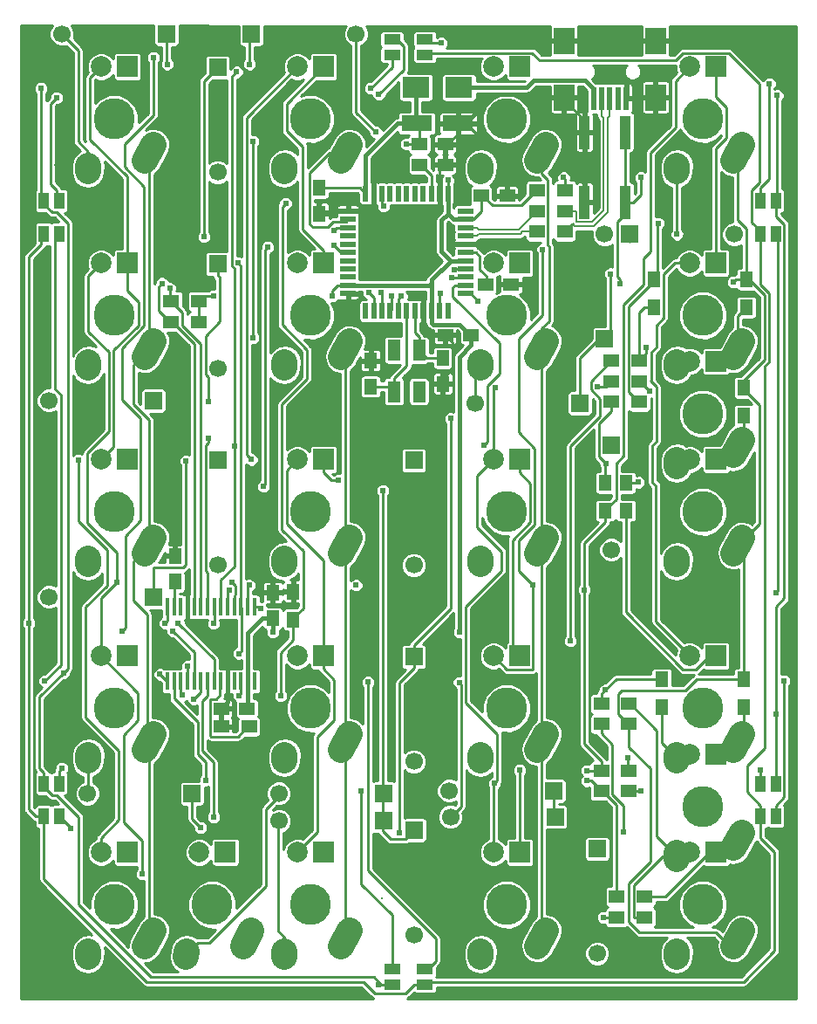
<source format=gbl>
G04 #@! TF.FileFunction,Copper,L2,Bot,Signal*
%FSLAX46Y46*%
G04 Gerber Fmt 4.6, Leading zero omitted, Abs format (unit mm)*
G04 Created by KiCad (PCBNEW 4.0.2-stable) date Thursday, July 28, 2016 'PMt' 07:50:01 PM*
%MOMM*%
G01*
G04 APERTURE LIST*
%ADD10C,0.150000*%
%ADD11C,0.304800*%
%ADD12R,1.000000X1.600000*%
%ADD13C,1.699260*%
%ADD14R,1.699260X1.699260*%
%ADD15C,3.987810*%
%ADD16C,2.500000*%
%ADD17R,2.000000X2.000000*%
%ADD18C,2.000000*%
%ADD19R,2.999740X1.501140*%
%ADD20R,1.250000X1.500000*%
%ADD21R,1.500000X1.250000*%
%ADD22R,2.651760X2.029460*%
%ADD23R,0.500380X2.301240*%
%ADD24R,1.998980X2.499360*%
%ADD25R,1.000000X3.200000*%
%ADD26R,1.500000X0.550000*%
%ADD27R,0.550000X1.500000*%
%ADD28R,0.450000X1.750000*%
%ADD29R,1.300000X2.000000*%
%ADD30R,1.500000X1.300000*%
%ADD31R,1.300000X1.500000*%
%ADD32R,1.600000X1.000000*%
%ADD33C,0.609600*%
%ADD34C,0.254000*%
%ADD35C,0.381000*%
%ADD36C,0.279400*%
%ADD37C,0.203200*%
G04 APERTURE END LIST*
D10*
D11*
X91821000Y-41021000D03*
X95377000Y-32766000D03*
X97663000Y-36195000D03*
X43815000Y-57785000D03*
X81915000Y-58864500D03*
X69977000Y-59436000D03*
X63000000Y-60325000D03*
X31940500Y-94742000D03*
X57721500Y-56800000D03*
X34480500Y-48196500D03*
X35687000Y-57086500D03*
X31242000Y-45085000D03*
X31432500Y-89471500D03*
D12*
X32754000Y-96215000D03*
X31254000Y-96215000D03*
X32754000Y-93015000D03*
X31254000Y-93015000D03*
D11*
X81788000Y-85407500D03*
X92075000Y-105283000D03*
X87376000Y-110998000D03*
X81661000Y-109601000D03*
X98615500Y-42608500D03*
X92202000Y-46291500D03*
X96012000Y-54165500D03*
X89535000Y-60452000D03*
X89662000Y-66675000D03*
X89662000Y-72263000D03*
X86106000Y-72390000D03*
X95504000Y-71120000D03*
X96012000Y-77216000D03*
X86233000Y-78740000D03*
X54483000Y-75438000D03*
X52451000Y-79248000D03*
X45212000Y-72771000D03*
X44323000Y-69215000D03*
X49022000Y-84709000D03*
X46355000Y-78232000D03*
X43434000Y-81407000D03*
X103632000Y-77470000D03*
X103886000Y-56261000D03*
X80899000Y-55753000D03*
X81915000Y-53467000D03*
X63500000Y-20500000D03*
X71500000Y-27500000D03*
X65250000Y-33000000D03*
X66000000Y-27250000D03*
X57000000Y-32750000D03*
X59750000Y-27250000D03*
X82550000Y-31750000D03*
X79375000Y-26670000D03*
X53400000Y-20320000D03*
X99250000Y-20955000D03*
X103505000Y-33655000D03*
X103505000Y-99060000D03*
X102870000Y-112395000D03*
X85090000Y-113030000D03*
X56515000Y-95885000D03*
X50800000Y-103505000D03*
X43815000Y-103505000D03*
X48895000Y-81280000D03*
X52705000Y-85725000D03*
X41910000Y-84455000D03*
X34925000Y-74930000D03*
X34480500Y-86995000D03*
X37655500Y-95250000D03*
X44450000Y-90805000D03*
X45085000Y-85090000D03*
X62230000Y-67310000D03*
X67310000Y-67310000D03*
X42545000Y-62865000D03*
X43815000Y-52705000D03*
X31559500Y-71120000D03*
X36830000Y-38735000D03*
X48260000Y-36195000D03*
X43180000Y-40640000D03*
X48260000Y-29210000D03*
X43180000Y-29210000D03*
X40640000Y-20320000D03*
X34925000Y-20320000D03*
X32385000Y-33020000D03*
X29845000Y-33020000D03*
X29845000Y-20320000D03*
X73660000Y-95885000D03*
X67945000Y-95250000D03*
X69215000Y-83820000D03*
X70485000Y-104140000D03*
X64135000Y-104140000D03*
X70485000Y-110490000D03*
X70485000Y-113030000D03*
X59055000Y-113030000D03*
X39370000Y-112395000D03*
X29781500Y-99060000D03*
X30480000Y-112395000D03*
X88800000Y-26600000D03*
X83600000Y-26600000D03*
X88400000Y-21000000D03*
X84000000Y-21000000D03*
X53400000Y-47400000D03*
X53400000Y-27800000D03*
X62000000Y-45600000D03*
X70800000Y-40600000D03*
X84800000Y-36600000D03*
X83800000Y-39600000D03*
X81400000Y-41400000D03*
X72400000Y-30600000D03*
X72000000Y-35800000D03*
X60800000Y-47200000D03*
X70000000Y-56400000D03*
X68000000Y-53000000D03*
X68200000Y-49000000D03*
X71400000Y-50800000D03*
X78600000Y-47400000D03*
X69200000Y-42800000D03*
X63000000Y-42800000D03*
X59400000Y-36200000D03*
X62800000Y-37800000D03*
X68000000Y-37400000D03*
X79200000Y-45800000D03*
X74000000Y-40600000D03*
X63000000Y-56800000D03*
X63000000Y-49600000D03*
X53400000Y-54400000D03*
X53400000Y-59000000D03*
X51400000Y-64000000D03*
X52200000Y-70800000D03*
X49400000Y-78800000D03*
X42926000Y-78867000D03*
D13*
X70750000Y-96250000D03*
D14*
X80910000Y-96250000D03*
D15*
X38100000Y-104775000D03*
D16*
X41099547Y-108774954D02*
X41910453Y-107315046D01*
X35560276Y-109854328D02*
X35599724Y-109275672D01*
D17*
X39370000Y-99695000D03*
D18*
X36830000Y-99695000D03*
D15*
X57150000Y-104775000D03*
D16*
X60149547Y-108774954D02*
X60960453Y-107315046D01*
X54610276Y-109854328D02*
X54649724Y-109275672D01*
D17*
X58420000Y-99695000D03*
D18*
X55880000Y-99695000D03*
D15*
X95250000Y-104775000D03*
D16*
X98249547Y-108774954D02*
X99060453Y-107315046D01*
X92710276Y-109854328D02*
X92749724Y-109275672D01*
D17*
X96520000Y-99695000D03*
D18*
X93980000Y-99695000D03*
D15*
X95250000Y-85725000D03*
D16*
X98249547Y-89724954D02*
X99060453Y-88265046D01*
X92710276Y-90804328D02*
X92749724Y-90225672D01*
D17*
X96520000Y-80645000D03*
D18*
X93980000Y-80645000D03*
D15*
X95250000Y-66675000D03*
D16*
X98249547Y-70674954D02*
X99060453Y-69215046D01*
X92710276Y-71754328D02*
X92749724Y-71175672D01*
D17*
X96520000Y-61595000D03*
D18*
X93980000Y-61595000D03*
D15*
X95250000Y-47625000D03*
D16*
X98249547Y-51624954D02*
X99060453Y-50165046D01*
X92710276Y-52704328D02*
X92749724Y-52125672D01*
D17*
X96520000Y-42545000D03*
D18*
X93980000Y-42545000D03*
D15*
X38100000Y-28575000D03*
D16*
X41099547Y-32574954D02*
X41910453Y-31115046D01*
X35560276Y-33654328D02*
X35599724Y-33075672D01*
D17*
X39370000Y-23495000D03*
D18*
X36830000Y-23495000D03*
D13*
X33020000Y-20320000D03*
D14*
X43180000Y-20320000D03*
D15*
X57150000Y-28575000D03*
D16*
X60149547Y-32574954D02*
X60960453Y-31115046D01*
X54610276Y-33654328D02*
X54649724Y-33075672D01*
D17*
X58420000Y-23495000D03*
D18*
X55880000Y-23495000D03*
D13*
X48152540Y-33735520D03*
D14*
X48152540Y-23575520D03*
D15*
X76200000Y-28575000D03*
D16*
X79199547Y-32574954D02*
X80010453Y-31115046D01*
X73660276Y-33654328D02*
X73699724Y-33075672D01*
D17*
X77470000Y-23495000D03*
D18*
X74930000Y-23495000D03*
D13*
X61595000Y-20320000D03*
D14*
X51435000Y-20320000D03*
D15*
X95250000Y-28575000D03*
D16*
X98249547Y-32574954D02*
X99060453Y-31115046D01*
X92710276Y-33654328D02*
X92749724Y-33075672D01*
D17*
X96520000Y-23495000D03*
D18*
X93980000Y-23495000D03*
D13*
X98298000Y-39750000D03*
D14*
X88138000Y-39750000D03*
D15*
X38100000Y-47625000D03*
D16*
X41099547Y-51624954D02*
X41910453Y-50165046D01*
X35560276Y-52704328D02*
X35599724Y-52125672D01*
D17*
X39370000Y-42545000D03*
D18*
X36830000Y-42545000D03*
D13*
X31750000Y-55880000D03*
D14*
X41910000Y-55880000D03*
D15*
X57150000Y-47625000D03*
D16*
X60149547Y-51624954D02*
X60960453Y-50165046D01*
X54610276Y-52704328D02*
X54649724Y-52125672D01*
D17*
X58420000Y-42545000D03*
D18*
X55880000Y-42545000D03*
D13*
X48152540Y-52785520D03*
D14*
X48152540Y-42625520D03*
D15*
X76200000Y-47625000D03*
D16*
X79199547Y-51624954D02*
X80010453Y-50165046D01*
X73660276Y-52704328D02*
X73699724Y-52125672D01*
D17*
X77470000Y-42545000D03*
D18*
X74930000Y-42545000D03*
D13*
X73152000Y-56134000D03*
D14*
X83312000Y-56134000D03*
D15*
X95250000Y-57150000D03*
D16*
X98249547Y-61149954D02*
X99060453Y-59690046D01*
X92710276Y-62229328D02*
X92749724Y-61650672D01*
D17*
X96520000Y-52070000D03*
D18*
X93980000Y-52070000D03*
D13*
X85725000Y-39750000D03*
D14*
X85725000Y-49910000D03*
D15*
X38100000Y-66675000D03*
D16*
X41099547Y-70674954D02*
X41910453Y-69215046D01*
X35560276Y-71754328D02*
X35599724Y-71175672D01*
D17*
X39370000Y-61595000D03*
D18*
X36830000Y-61595000D03*
D13*
X31750000Y-74930000D03*
D14*
X41910000Y-74930000D03*
D15*
X57150000Y-66675000D03*
D16*
X60149547Y-70674954D02*
X60960453Y-69215046D01*
X54610276Y-71754328D02*
X54649724Y-71175672D01*
D17*
X58420000Y-61595000D03*
D18*
X55880000Y-61595000D03*
D13*
X48152540Y-71835520D03*
D14*
X48152540Y-61675520D03*
D15*
X76200000Y-66675000D03*
D16*
X79199547Y-70674954D02*
X80010453Y-69215046D01*
X73660276Y-71754328D02*
X73699724Y-71175672D01*
D17*
X77470000Y-61595000D03*
D18*
X74930000Y-61595000D03*
D13*
X67202540Y-71835520D03*
D14*
X67202540Y-61675520D03*
D15*
X38100000Y-85725000D03*
D16*
X41099547Y-89724954D02*
X41910453Y-88265046D01*
X35560276Y-90804328D02*
X35599724Y-90225672D01*
D17*
X39370000Y-80645000D03*
D18*
X36830000Y-80645000D03*
D13*
X86360000Y-70358000D03*
D14*
X86360000Y-60198000D03*
D15*
X57150000Y-85725000D03*
D16*
X60149547Y-89724954D02*
X60960453Y-88265046D01*
X54610276Y-90804328D02*
X54649724Y-90225672D01*
D17*
X58420000Y-80645000D03*
D18*
X55880000Y-80645000D03*
D13*
X35496500Y-94000000D03*
D14*
X45656500Y-94000000D03*
D15*
X76200000Y-85725000D03*
D16*
X79199547Y-89724954D02*
X80010453Y-88265046D01*
X73660276Y-90804328D02*
X73699724Y-90225672D01*
D17*
X77470000Y-80645000D03*
D18*
X74930000Y-80645000D03*
D13*
X67202540Y-90885520D03*
D14*
X67202540Y-80725520D03*
D13*
X70612000Y-93726000D03*
D14*
X80772000Y-93726000D03*
D15*
X47625000Y-104775000D03*
D16*
X50624547Y-108774954D02*
X51435453Y-107315046D01*
X45085276Y-109854328D02*
X45124724Y-109275672D01*
D17*
X48895000Y-99695000D03*
D18*
X46355000Y-99695000D03*
D15*
X76200000Y-104775000D03*
D16*
X79199547Y-108774954D02*
X80010453Y-107315046D01*
X73660276Y-109854328D02*
X73699724Y-109275672D01*
D17*
X77470000Y-99695000D03*
D18*
X74930000Y-99695000D03*
D13*
X54089480Y-93980000D03*
D14*
X64249480Y-93980000D03*
D15*
X95250000Y-95250000D03*
D16*
X98249547Y-99249954D02*
X99060453Y-97790046D01*
X92710276Y-100329328D02*
X92749724Y-99750672D01*
D17*
X96520000Y-90170000D03*
D18*
X93980000Y-90170000D03*
D13*
X54102000Y-96647000D03*
D14*
X64262000Y-96647000D03*
D13*
X67250000Y-107696000D03*
D14*
X67250000Y-97536000D03*
D13*
X85002540Y-109500000D03*
D14*
X85002540Y-99340000D03*
D19*
X71498980Y-29000000D03*
X67501020Y-29000000D03*
D20*
X58000000Y-35250000D03*
X58000000Y-37750000D03*
D21*
X67750000Y-31000000D03*
X70250000Y-31000000D03*
X72750000Y-49500000D03*
X70250000Y-49500000D03*
X73750000Y-36000000D03*
X76250000Y-36000000D03*
D20*
X63000000Y-54500000D03*
X63000000Y-52000000D03*
X70000000Y-51750000D03*
X70000000Y-54250000D03*
D21*
X74150000Y-44600000D03*
X76650000Y-44600000D03*
X67750000Y-33000000D03*
X70250000Y-33000000D03*
D20*
X53500000Y-77000000D03*
X53500000Y-74500000D03*
D21*
X51000000Y-85750000D03*
X48500000Y-85750000D03*
D22*
X71585340Y-25500000D03*
X67414660Y-25500000D03*
D23*
X84632800Y-26563320D03*
X85432900Y-26563320D03*
X86233000Y-26563320D03*
X87033100Y-26563320D03*
X87833200Y-26563320D03*
D24*
X81782920Y-26464260D03*
X81782920Y-20965160D03*
X90683080Y-26464260D03*
X90683080Y-20965160D03*
D25*
X83750000Y-36650000D03*
X83750000Y-29850000D03*
X87750000Y-29850000D03*
X87750000Y-36650000D03*
D26*
X72200000Y-37500000D03*
X72200000Y-38300000D03*
X72200000Y-39100000D03*
X72200000Y-39900000D03*
X72200000Y-40700000D03*
X72200000Y-41500000D03*
X72200000Y-42300000D03*
X72200000Y-43100000D03*
X72200000Y-43900000D03*
X72200000Y-44700000D03*
X72200000Y-45500000D03*
D27*
X70500000Y-47200000D03*
X69700000Y-47200000D03*
X68900000Y-47200000D03*
X68100000Y-47200000D03*
X67300000Y-47200000D03*
X66500000Y-47200000D03*
X65700000Y-47200000D03*
X64900000Y-47200000D03*
X64100000Y-47200000D03*
X63300000Y-47200000D03*
X62500000Y-47200000D03*
D26*
X60800000Y-45500000D03*
X60800000Y-44700000D03*
X60800000Y-43900000D03*
X60800000Y-43100000D03*
X60800000Y-42300000D03*
X60800000Y-41500000D03*
X60800000Y-40700000D03*
X60800000Y-39900000D03*
X60800000Y-39100000D03*
X60800000Y-38300000D03*
X60800000Y-37500000D03*
D27*
X62500000Y-35800000D03*
X63300000Y-35800000D03*
X64100000Y-35800000D03*
X64900000Y-35800000D03*
X65700000Y-35800000D03*
X66500000Y-35800000D03*
X67300000Y-35800000D03*
X68100000Y-35800000D03*
X68900000Y-35800000D03*
X69700000Y-35800000D03*
X70500000Y-35800000D03*
D28*
X51725000Y-83100000D03*
X51075000Y-83100000D03*
X50425000Y-83100000D03*
X49775000Y-83100000D03*
X49125000Y-83100000D03*
X48475000Y-83100000D03*
X47825000Y-83100000D03*
X47175000Y-83100000D03*
X46525000Y-83100000D03*
X45875000Y-83100000D03*
X45225000Y-83100000D03*
X44575000Y-83100000D03*
X43925000Y-83100000D03*
X43275000Y-83100000D03*
X43275000Y-75900000D03*
X43925000Y-75900000D03*
X44575000Y-75900000D03*
X45225000Y-75900000D03*
X45875000Y-75900000D03*
X46525000Y-75900000D03*
X47175000Y-75900000D03*
X47825000Y-75900000D03*
X48475000Y-75900000D03*
X49125000Y-75900000D03*
X49775000Y-75900000D03*
X50425000Y-75900000D03*
X51075000Y-75900000D03*
X51725000Y-75900000D03*
D29*
X65300000Y-55000000D03*
X65300000Y-51000000D03*
X67700000Y-51000000D03*
X67700000Y-55000000D03*
D30*
X79150000Y-37500000D03*
X81850000Y-37500000D03*
X79150000Y-39500000D03*
X81850000Y-39500000D03*
X81850000Y-35500000D03*
X79150000Y-35500000D03*
X46350000Y-48250000D03*
X43650000Y-48250000D03*
X46350000Y-46250000D03*
X43650000Y-46250000D03*
D31*
X55500000Y-77100000D03*
X55500000Y-74400000D03*
D30*
X51200000Y-87500000D03*
X48500000Y-87500000D03*
X85400000Y-87250000D03*
X88100000Y-87250000D03*
X88100000Y-85250000D03*
X85400000Y-85250000D03*
X85400000Y-93750000D03*
X88100000Y-93750000D03*
X88100000Y-91750000D03*
X85400000Y-91750000D03*
D31*
X99250000Y-57350000D03*
X99250000Y-54650000D03*
D30*
X86400000Y-56000000D03*
X89100000Y-56000000D03*
X86400000Y-54000000D03*
X89100000Y-54000000D03*
X89100000Y-52000000D03*
X86400000Y-52000000D03*
D31*
X99500000Y-46850000D03*
X99500000Y-44150000D03*
X90500000Y-46850000D03*
X90500000Y-44150000D03*
X87800000Y-63850000D03*
X87800000Y-66550000D03*
X85800000Y-63850000D03*
X85800000Y-66550000D03*
X99250000Y-85600000D03*
X99250000Y-82900000D03*
X91250000Y-85600000D03*
X91250000Y-82900000D03*
D30*
X89600000Y-104000000D03*
X86900000Y-104000000D03*
X86900000Y-106000000D03*
X89600000Y-106000000D03*
D20*
X44000000Y-73450000D03*
X44000000Y-70950000D03*
D12*
X102350000Y-39700000D03*
X100850000Y-39700000D03*
X102350000Y-36500000D03*
X100850000Y-36500000D03*
X102350000Y-96215000D03*
X100850000Y-96215000D03*
X102350000Y-93015000D03*
X100850000Y-93015000D03*
D32*
X68275000Y-20840000D03*
X68275000Y-22340000D03*
X65075000Y-20840000D03*
X65075000Y-22340000D03*
X68275000Y-111010000D03*
X68275000Y-112510000D03*
X65075000Y-111010000D03*
X65075000Y-112510000D03*
D12*
X32754000Y-39700000D03*
X31254000Y-39700000D03*
X32754000Y-36500000D03*
X31254000Y-36500000D03*
D33*
X90124775Y-54937900D03*
X89750000Y-50750000D03*
X89250000Y-93750000D03*
X88000000Y-90500000D03*
X51250000Y-23250000D03*
X43250000Y-23250000D03*
X46800000Y-40000000D03*
X71146273Y-43192595D03*
X63500000Y-29845000D03*
X92750000Y-39750000D03*
X86299011Y-43570823D03*
X47250000Y-56000000D03*
X70866000Y-43942000D03*
X45085000Y-61722000D03*
X74000000Y-60198000D03*
X46482000Y-97282000D03*
X73400000Y-46200000D03*
X70800000Y-57600000D03*
X65800000Y-97800000D03*
X64200000Y-64600000D03*
X52600000Y-64200000D03*
X53000000Y-41000000D03*
X59400000Y-40800000D03*
X85854000Y-62000000D03*
X98200000Y-44400000D03*
X62800000Y-45400000D03*
X89000000Y-63800000D03*
X87522300Y-97750000D03*
X59436000Y-39370000D03*
X51562000Y-49784000D03*
X51562000Y-30734000D03*
X64000000Y-45400000D03*
X51435000Y-61595000D03*
X47750000Y-77500000D03*
X49250000Y-74227241D03*
X83750000Y-74227241D03*
X77482760Y-91724404D03*
X84000000Y-91750000D03*
X50000000Y-24000000D03*
X75075329Y-54575329D03*
X84000000Y-92750000D03*
X75000000Y-93000000D03*
X49750000Y-60277499D03*
X85000000Y-54500000D03*
X59877288Y-63619788D03*
X49509978Y-73470544D03*
X38328381Y-73500000D03*
X85600000Y-106000000D03*
X40800000Y-101800000D03*
X82400000Y-79200000D03*
X50200000Y-80400000D03*
X50165000Y-42545000D03*
X34607500Y-61658500D03*
X47236097Y-59541665D03*
X78787501Y-73782730D03*
X61600000Y-73782730D03*
X51200000Y-73782730D03*
X79712727Y-41211109D03*
X52343650Y-76059700D03*
X71615265Y-78324721D03*
X53495879Y-78324721D03*
X59311734Y-45698463D03*
X47750000Y-45750000D03*
X66500000Y-31000000D03*
X70500000Y-34500000D03*
X87250000Y-44564301D03*
X89250000Y-34250000D03*
X81750000Y-34250000D03*
X69750000Y-45500000D03*
X42750000Y-44500000D03*
X65000000Y-45750000D03*
X43500000Y-45000000D03*
X66000000Y-45750000D03*
X50250000Y-84500000D03*
X54250000Y-84500000D03*
X54750000Y-36750000D03*
X64250000Y-37000000D03*
X102362000Y-74549000D03*
X44323000Y-77470000D03*
X29810756Y-77470000D03*
X43053000Y-77470000D03*
X33012705Y-91535990D03*
X102362000Y-86239705D03*
X102489000Y-26289000D03*
X46990000Y-92710000D03*
X62103000Y-93726000D03*
X32500000Y-26500000D03*
X63800000Y-26200000D03*
X33169926Y-82280606D03*
X101727000Y-25146000D03*
X63754000Y-112522000D03*
X100838000Y-91694000D03*
X42545000Y-82423000D03*
X31000000Y-25600000D03*
X63000000Y-25600000D03*
X33845500Y-97345500D03*
X47752000Y-96266000D03*
X103124000Y-83058000D03*
X45847000Y-84836000D03*
X69850000Y-21209000D03*
X41910000Y-22606000D03*
X38862000Y-78232000D03*
X43815000Y-78232000D03*
X45212000Y-81661000D03*
X62738000Y-83185000D03*
X31369000Y-83058000D03*
X44704000Y-84455000D03*
X90909269Y-38676735D03*
X85800000Y-83946000D03*
X71600000Y-83200000D03*
D34*
X90124775Y-54924775D02*
X90124775Y-54937900D01*
X89100000Y-54000000D02*
X89200000Y-54000000D01*
X89200000Y-54000000D02*
X90124775Y-54924775D01*
X98655000Y-50895000D02*
X98655000Y-47695000D01*
X98655000Y-47695000D02*
X99500000Y-46850000D01*
X89750000Y-50750000D02*
X89750000Y-51350000D01*
X89750000Y-51350000D02*
X89100000Y-52000000D01*
X89100000Y-52000000D02*
X89100000Y-47346000D01*
X89100000Y-47346000D02*
X89596000Y-46850000D01*
X89596000Y-46850000D02*
X90500000Y-46850000D01*
X88100000Y-93750000D02*
X89250000Y-93750000D01*
X96520000Y-90559118D02*
X96520000Y-90170000D01*
X99250000Y-85600000D02*
X99250000Y-88400000D01*
X99250000Y-88400000D02*
X98655000Y-88995000D01*
X88000000Y-90500000D02*
X88000000Y-91650000D01*
X88000000Y-91650000D02*
X88100000Y-91750000D01*
X91250000Y-85600000D02*
X91250000Y-89035000D01*
X91250000Y-89035000D02*
X92730000Y-90515000D01*
X33020000Y-20320000D02*
X34622301Y-21922301D01*
X35580000Y-31730578D02*
X35580000Y-33365000D01*
X34622301Y-21922301D02*
X34622301Y-30772879D01*
X34622301Y-30772879D02*
X35580000Y-31730578D01*
X35215000Y-33365000D02*
X35580000Y-33365000D01*
X88177379Y-40516675D02*
X88177379Y-39750000D01*
X51250000Y-23250000D02*
X51250000Y-20505000D01*
X51250000Y-20505000D02*
X51435000Y-20320000D01*
X43180000Y-20320000D02*
X43180000Y-23180000D01*
X43180000Y-23180000D02*
X43250000Y-23250000D01*
X46800000Y-40000000D02*
X46800000Y-24928060D01*
X46800000Y-24928060D02*
X48152540Y-23575520D01*
X72200000Y-43100000D02*
X71238868Y-43100000D01*
X71238868Y-43100000D02*
X71146273Y-43192595D01*
X61595000Y-20320000D02*
X61595000Y-27940000D01*
X61595000Y-27940000D02*
X63500000Y-29845000D01*
X92750000Y-39750000D02*
X92750000Y-33385000D01*
X92750000Y-33385000D02*
X92730000Y-33365000D01*
X86250000Y-43619834D02*
X86299011Y-43570823D01*
X86250000Y-49910000D02*
X86250000Y-43619834D01*
X47250000Y-56000000D02*
X47250000Y-53610335D01*
X47250000Y-53610335D02*
X46985409Y-53345744D01*
X46985409Y-53345744D02*
X46985409Y-49586093D01*
X46985409Y-49586093D02*
X48372301Y-48199201D01*
X48372301Y-48199201D02*
X48372301Y-43948911D01*
X48372301Y-43948911D02*
X48152540Y-43729150D01*
X48152540Y-43729150D02*
X48152540Y-42625520D01*
X83312000Y-56134000D02*
X83312000Y-51744370D01*
X83312000Y-51744370D02*
X85146370Y-49910000D01*
X85146370Y-49910000D02*
X86250000Y-49910000D01*
X70866000Y-43942000D02*
X72158000Y-43942000D01*
X72158000Y-43942000D02*
X72200000Y-43900000D01*
X73152000Y-56134000D02*
X73152000Y-52943000D01*
X73152000Y-52943000D02*
X73680000Y-52415000D01*
X41910000Y-74930000D02*
X41910000Y-72076883D01*
X41910000Y-72076883D02*
X44819619Y-72076883D01*
X44819619Y-72076883D02*
X45085000Y-71811502D01*
X45085000Y-71811502D02*
X45085000Y-61722000D01*
X74319131Y-59878869D02*
X74000000Y-60198000D01*
X70996502Y-45788340D02*
X75515267Y-50307105D01*
X70996502Y-44899498D02*
X70996502Y-45788340D01*
X71196000Y-44700000D02*
X70996502Y-44899498D01*
X75515267Y-50307105D02*
X75515267Y-53255311D01*
X75515267Y-53255311D02*
X74319131Y-54451447D01*
X74319131Y-54451447D02*
X74319131Y-59878869D01*
X72200000Y-44700000D02*
X71196000Y-44700000D01*
X35580000Y-90515000D02*
X35580000Y-93916500D01*
X35580000Y-93916500D02*
X35496500Y-94000000D01*
X45656500Y-94000000D02*
X45656500Y-96456500D01*
X45656500Y-96456500D02*
X46482000Y-97282000D01*
X72200000Y-45500000D02*
X72700000Y-45500000D01*
X72700000Y-45500000D02*
X73400000Y-46200000D01*
X67202540Y-80725520D02*
X67202540Y-79621890D01*
X67202540Y-79621890D02*
X70800000Y-76024430D01*
X70800000Y-76024430D02*
X70800000Y-57600000D01*
X67202540Y-80725520D02*
X67202540Y-81829150D01*
X67202540Y-81829150D02*
X65800000Y-83231690D01*
X65800000Y-83231690D02*
X65800000Y-97800000D01*
X80772000Y-93726000D02*
X80772000Y-96112000D01*
X80772000Y-96112000D02*
X80910000Y-96250000D01*
X45105000Y-109565000D02*
X46203610Y-108466390D01*
X52832869Y-95509151D02*
X54089480Y-94252540D01*
X46203610Y-108466390D02*
X47354492Y-108466390D01*
X47354492Y-108466390D02*
X52832869Y-102988013D01*
X52832869Y-102988013D02*
X52832869Y-95509151D01*
X64160000Y-96500000D02*
X64160000Y-97603630D01*
X64160000Y-97603630D02*
X64978671Y-98422301D01*
X64978671Y-98422301D02*
X66363699Y-98422301D01*
X66363699Y-98422301D02*
X67250000Y-97536000D01*
X53000000Y-41000000D02*
X52789907Y-41210093D01*
X52789907Y-41210093D02*
X52789907Y-64010093D01*
X52789907Y-64010093D02*
X52600000Y-64200000D01*
X64200000Y-64600000D02*
X64200000Y-94203060D01*
X64200000Y-94203060D02*
X64249480Y-94252540D01*
X60800000Y-41500000D02*
X60100000Y-41500000D01*
X60100000Y-41500000D02*
X59400000Y-40800000D01*
X64160000Y-96500000D02*
X64160000Y-94342020D01*
X64160000Y-94342020D02*
X64249480Y-94252540D01*
X54630000Y-109565000D02*
X54630000Y-107930578D01*
X54630000Y-107930578D02*
X54000000Y-107300578D01*
X54000000Y-107300578D02*
X54000000Y-96500000D01*
X54630000Y-109616560D02*
X54630000Y-109565000D01*
X88100000Y-85250000D02*
X88200000Y-85250000D01*
X88200000Y-85250000D02*
X90805490Y-87855490D01*
X90805490Y-87855490D02*
X90805490Y-98115490D01*
X90805490Y-98115490D02*
X92730000Y-100040000D01*
X89600000Y-106000000D02*
X88596000Y-106000000D01*
X88596000Y-106000000D02*
X88532499Y-105936499D01*
X88532499Y-105936499D02*
X88532499Y-102884600D01*
X88532499Y-102884600D02*
X91377099Y-100040000D01*
X91377099Y-100040000D02*
X92730000Y-100040000D01*
X85800000Y-63850000D02*
X85800000Y-62054000D01*
X85800000Y-62054000D02*
X85854000Y-62000000D01*
X85192869Y-61338869D02*
X85854000Y-62000000D01*
X86400000Y-56000000D02*
X86400000Y-56904000D01*
X85192869Y-58111131D02*
X85192869Y-61338869D01*
X86400000Y-56904000D02*
X85192869Y-58111131D01*
X86790000Y-56000000D02*
X86400000Y-56000000D01*
X92730000Y-62467060D02*
X92730000Y-61940000D01*
X98655000Y-31845000D02*
X98655000Y-38379645D01*
X98655000Y-38379645D02*
X99500000Y-39224645D01*
X99500000Y-39224645D02*
X99500000Y-44150000D01*
X99500000Y-44150000D02*
X99746547Y-44150000D01*
X101230685Y-51931407D02*
X99250000Y-53912092D01*
X99746547Y-44150000D02*
X101230685Y-45634138D01*
X101230685Y-45634138D02*
X101230685Y-51931407D01*
X99250000Y-53912092D02*
X99250000Y-54650000D01*
X88100000Y-87250000D02*
X88100000Y-89478994D01*
X88100000Y-89478994D02*
X90170000Y-91548994D01*
X90170000Y-91548994D02*
X90170000Y-100618467D01*
X90170000Y-100618467D02*
X88087989Y-102700478D01*
X88087989Y-106459491D02*
X89083193Y-107454695D01*
X88087989Y-102700478D02*
X88087989Y-106459491D01*
X89083193Y-107454695D02*
X96534810Y-107454695D01*
X96534810Y-107454695D02*
X97125115Y-108045000D01*
X97125115Y-108045000D02*
X98655000Y-108045000D01*
X99500000Y-44150000D02*
X98450000Y-44150000D01*
X98450000Y-44150000D02*
X98200000Y-44400000D01*
X63300000Y-47200000D02*
X63300000Y-45900000D01*
X63300000Y-45900000D02*
X62800000Y-45400000D01*
X88100000Y-87250000D02*
X88000000Y-87250000D01*
X87032499Y-84345999D02*
X87378498Y-84000000D01*
X88000000Y-87250000D02*
X87032499Y-86282499D01*
X87032499Y-86282499D02*
X87032499Y-84345999D01*
X87378498Y-84000000D02*
X93554118Y-84000000D01*
X93554118Y-84000000D02*
X94654118Y-82900000D01*
X94654118Y-82900000D02*
X99250000Y-82900000D01*
X99250000Y-83000000D02*
X99250000Y-82900000D01*
X99250000Y-82900000D02*
X99250000Y-70540000D01*
X99250000Y-70540000D02*
X98655000Y-69945000D01*
X99250000Y-54650000D02*
X99250000Y-54750000D01*
X100792429Y-67807571D02*
X98655000Y-69945000D01*
X99250000Y-54750000D02*
X100792429Y-56292429D01*
X100792429Y-56292429D02*
X100792429Y-67807571D01*
X87800000Y-63850000D02*
X88950000Y-63850000D01*
X88950000Y-63850000D02*
X89000000Y-63800000D01*
X99250000Y-57350000D02*
X99250000Y-59825000D01*
X99250000Y-59825000D02*
X98655000Y-60420000D01*
X85400000Y-87250000D02*
X85400000Y-88154000D01*
X85400000Y-88154000D02*
X86467501Y-89221501D01*
X86467501Y-89221501D02*
X86467501Y-94088869D01*
X86467501Y-94088869D02*
X87522300Y-95143668D01*
X87522300Y-95143668D02*
X87522300Y-97750000D01*
X96520000Y-99695000D02*
X95929902Y-99695000D01*
X95929902Y-99695000D02*
X91624902Y-104000000D01*
X91624902Y-104000000D02*
X89600000Y-104000000D01*
X41505000Y-50895000D02*
X41505000Y-31845000D01*
X41505000Y-88995000D02*
X41306410Y-88796410D01*
X41306410Y-88796410D02*
X41306410Y-76597172D01*
X41306410Y-76597172D02*
X40000810Y-75291572D01*
X40000810Y-75291572D02*
X40000810Y-71449190D01*
X40000810Y-71449190D02*
X41505000Y-69945000D01*
X60800000Y-39100000D02*
X59706000Y-39100000D01*
X59706000Y-39100000D02*
X59436000Y-39370000D01*
X41505000Y-108045000D02*
X41505000Y-88995000D01*
X41505000Y-69945000D02*
X41505000Y-57768622D01*
X41505000Y-57768622D02*
X40000810Y-56264432D01*
X40000810Y-56264432D02*
X40000810Y-52399190D01*
X40000810Y-52399190D02*
X41505000Y-50895000D01*
X51562000Y-30734000D02*
X51562000Y-49784000D01*
X60555000Y-31845000D02*
X59025115Y-31845000D01*
X60592501Y-38507499D02*
X60800000Y-38300000D01*
X59025115Y-31845000D02*
X57057499Y-33812616D01*
X57057499Y-33812616D02*
X57057499Y-38754001D01*
X57057499Y-38754001D02*
X57374793Y-39071295D01*
X57374793Y-39071295D02*
X58813699Y-39071295D01*
X58813699Y-39071295D02*
X59377495Y-38507499D01*
X59377495Y-38507499D02*
X60592501Y-38507499D01*
X60555000Y-69945000D02*
X60555000Y-50895000D01*
X60555000Y-88995000D02*
X60555000Y-69945000D01*
X60555000Y-108045000D02*
X60555000Y-88995000D01*
X79605000Y-31845000D02*
X79605000Y-33854178D01*
X79605000Y-48885822D02*
X79605000Y-50895000D01*
X79605000Y-33854178D02*
X80217501Y-34466679D01*
X80217501Y-34466679D02*
X80217501Y-40794875D01*
X80335029Y-40912403D02*
X80335029Y-48155793D01*
X80217501Y-40794875D02*
X80335029Y-40912403D01*
X80335029Y-48155793D02*
X79605000Y-48885822D01*
X79605000Y-88995000D02*
X79605000Y-69945000D01*
X64100000Y-47200000D02*
X64100000Y-45500000D01*
X64100000Y-45500000D02*
X64000000Y-45400000D01*
X79605000Y-108045000D02*
X79605000Y-106035822D01*
X79605000Y-106035822D02*
X79604869Y-106035691D01*
X79604869Y-106035691D02*
X79604869Y-91004309D01*
X79604869Y-91004309D02*
X79605000Y-91004178D01*
X79605000Y-91004178D02*
X79605000Y-88995000D01*
X79605000Y-50895000D02*
X79605000Y-69945000D01*
X77470000Y-80645000D02*
X76771186Y-79946186D01*
X77470000Y-62849000D02*
X77470000Y-61595000D01*
X76771186Y-79946186D02*
X76771186Y-69397986D01*
X76771186Y-69397986D02*
X78511406Y-67657766D01*
X78511406Y-67657766D02*
X78511406Y-63890406D01*
X78511406Y-63890406D02*
X77470000Y-62849000D01*
X58420000Y-80645000D02*
X58420000Y-71365882D01*
X55880000Y-23495000D02*
X50939699Y-28435301D01*
X50939699Y-28435301D02*
X50939699Y-61099699D01*
X50939699Y-61099699D02*
X51435000Y-61595000D01*
X87800000Y-66550000D02*
X87800000Y-76414902D01*
X87800000Y-76414902D02*
X93347599Y-81962501D01*
X96520000Y-80645000D02*
X95929902Y-80645000D01*
X94612401Y-81962501D02*
X93347599Y-81962501D01*
X95929902Y-80645000D02*
X94612401Y-81962501D01*
X47825000Y-75900000D02*
X47825000Y-77425000D01*
X47825000Y-77425000D02*
X47750000Y-77500000D01*
X55880000Y-99695000D02*
X57844399Y-97730601D01*
X59461406Y-86834476D02*
X59461406Y-82940406D01*
X57844399Y-97730601D02*
X57844399Y-88451483D01*
X57844399Y-88451483D02*
X59461406Y-86834476D01*
X59461406Y-82940406D02*
X58420000Y-81899000D01*
X58420000Y-81899000D02*
X58420000Y-80645000D01*
X58420000Y-71365882D02*
X54838594Y-67784476D01*
X54838594Y-67784476D02*
X54838594Y-62636406D01*
X54838594Y-62636406D02*
X55880000Y-61595000D01*
X83750000Y-89196000D02*
X83750000Y-74227241D01*
X85400000Y-90846000D02*
X83750000Y-89196000D01*
X83750000Y-69700000D02*
X83750000Y-74227241D01*
X85400000Y-91750000D02*
X85400000Y-90846000D01*
X49125000Y-74352241D02*
X49250000Y-74227241D01*
X85800000Y-66550000D02*
X85800000Y-67650000D01*
X85800000Y-67650000D02*
X83750000Y-69700000D01*
X49125000Y-75900000D02*
X49125000Y-74352241D01*
X89532499Y-42067501D02*
X90200000Y-41400000D01*
X85800000Y-66550000D02*
X85800000Y-66450000D01*
X85800000Y-66450000D02*
X86832499Y-65417501D01*
X86832499Y-61996263D02*
X87587935Y-61240827D01*
X86832499Y-65417501D02*
X86832499Y-61996263D01*
X87587935Y-61240827D02*
X87587990Y-46533378D01*
X87587990Y-46533378D02*
X89532499Y-44588869D01*
X90200000Y-31800000D02*
X92600000Y-29400000D01*
X89532499Y-44588869D02*
X89532499Y-42067501D01*
X90200000Y-41400000D02*
X90200000Y-31800000D01*
X92600000Y-29400000D02*
X92600000Y-24875000D01*
X92600000Y-24875000D02*
X93980000Y-23495000D01*
X77470000Y-91737164D02*
X77482760Y-91724404D01*
X77470000Y-99695000D02*
X77470000Y-91737164D01*
X84000000Y-91750000D02*
X85400000Y-91750000D01*
X75000000Y-93000000D02*
X75304799Y-92695201D01*
X75304799Y-92695201D02*
X75304799Y-88250681D01*
X75304799Y-88250681D02*
X72237566Y-85183448D01*
X72237566Y-85183448D02*
X72237566Y-75832437D01*
X75704255Y-72365748D02*
X75704255Y-70501883D01*
X72237566Y-75832437D02*
X75704255Y-72365748D01*
X73334694Y-68132322D02*
X73334694Y-63190306D01*
X75704255Y-70501883D02*
X73334694Y-68132322D01*
X73334694Y-63190306D02*
X74930000Y-61595000D01*
X49750000Y-60277499D02*
X49750000Y-43051006D01*
X49750000Y-43051006D02*
X49542699Y-42843705D01*
X49542699Y-42843705D02*
X49542699Y-24457301D01*
X49542699Y-24457301D02*
X50000000Y-24000000D01*
X74930000Y-54720658D02*
X75075329Y-54575329D01*
X74930000Y-61595000D02*
X74930000Y-54720658D01*
X86900000Y-104000000D02*
X86862622Y-103962622D01*
X86862622Y-103962622D02*
X86862622Y-95112622D01*
X86862622Y-95112622D02*
X85500000Y-93750000D01*
X85500000Y-93750000D02*
X85400000Y-93750000D01*
X84000000Y-92750000D02*
X84400000Y-92750000D01*
X84400000Y-92750000D02*
X85400000Y-93750000D01*
X74930000Y-99695000D02*
X74930000Y-93070000D01*
X74930000Y-93070000D02*
X75000000Y-93000000D01*
X48475000Y-75900000D02*
X48475000Y-73240415D01*
X48475000Y-73240415D02*
X49750000Y-71965415D01*
X49750000Y-71965415D02*
X49750000Y-60277499D01*
X85000000Y-54500000D02*
X85900000Y-54500000D01*
X85900000Y-54500000D02*
X86400000Y-54000000D01*
X59190788Y-63619788D02*
X59877288Y-63619788D01*
X58420000Y-62849000D02*
X59190788Y-63619788D01*
X58420000Y-61595000D02*
X58420000Y-62849000D01*
X36830000Y-80645000D02*
X40411406Y-84226406D01*
X40411406Y-84226406D02*
X40411406Y-86896949D01*
X40800000Y-98552000D02*
X40800000Y-101800000D01*
X40411406Y-86896949D02*
X39014410Y-88293945D01*
X39014410Y-88293945D02*
X39014410Y-96766410D01*
X39014410Y-96766410D02*
X40800000Y-98552000D01*
X36830000Y-42545000D02*
X35572364Y-43802636D01*
X37592000Y-51173404D02*
X37592000Y-58883098D01*
X35572364Y-43802636D02*
X35572364Y-49153768D01*
X35572364Y-49153768D02*
X37592000Y-51173404D01*
X37592000Y-58883098D02*
X35512499Y-60962599D01*
X35512499Y-60962599D02*
X35512499Y-67769530D01*
X35512499Y-67769530D02*
X38328381Y-70585412D01*
X38328381Y-70585412D02*
X38328381Y-73500000D01*
X49872301Y-73832867D02*
X49509978Y-73470544D01*
X49872301Y-74673699D02*
X49872301Y-73832867D01*
X49775000Y-74771000D02*
X49872301Y-74673699D01*
X49775000Y-75900000D02*
X49775000Y-74771000D01*
X36830000Y-74998381D02*
X38328381Y-73500000D01*
X36830000Y-80645000D02*
X36830000Y-74998381D01*
X85600000Y-106000000D02*
X86900000Y-106000000D01*
X82400000Y-79200000D02*
X82400000Y-60275368D01*
X82400000Y-60275368D02*
X85298705Y-57376663D01*
X85298705Y-57376663D02*
X85298705Y-55719711D01*
X85298705Y-55719711D02*
X84377699Y-54798705D01*
X84377699Y-54798705D02*
X84377699Y-54022301D01*
X84377699Y-54022301D02*
X86400000Y-52000000D01*
X50200000Y-80400000D02*
X50504799Y-80095201D01*
X50504799Y-80095201D02*
X50504799Y-75979799D01*
X50504799Y-75979799D02*
X50425000Y-75900000D01*
X50425000Y-75900000D02*
X50425000Y-42805000D01*
X50425000Y-42805000D02*
X50165000Y-42545000D01*
X36830000Y-99695000D02*
X36830000Y-98280787D01*
X36830000Y-98280787D02*
X38547829Y-96562958D01*
X38547829Y-95497625D02*
X38569901Y-95475553D01*
X38547829Y-96562958D02*
X38547829Y-95497625D01*
X38569901Y-95475553D02*
X38569901Y-95024447D01*
X38569901Y-95024447D02*
X38547829Y-95002375D01*
X38547829Y-95002375D02*
X38547829Y-89820043D01*
X38547829Y-89820043D02*
X35344084Y-86616298D01*
X35344084Y-86616298D02*
X35344084Y-75855665D01*
X35344084Y-75855665D02*
X37406971Y-73792778D01*
X37406971Y-73792778D02*
X37406971Y-70339937D01*
X37406971Y-70339937D02*
X34607500Y-67540466D01*
X34607500Y-67540466D02*
X34607500Y-61658500D01*
X36830000Y-23495000D02*
X35775894Y-24549106D01*
X35775894Y-24549106D02*
X35775894Y-30558289D01*
X35775894Y-30558289D02*
X39370000Y-34152395D01*
X39370000Y-34152395D02*
X39370000Y-42545000D01*
X39370000Y-42545000D02*
X39370000Y-45188777D01*
X38036510Y-60388490D02*
X36830000Y-61595000D01*
X39370000Y-45188777D02*
X40457774Y-46276551D01*
X40457774Y-48574066D02*
X38036510Y-50995330D01*
X40457774Y-46276551D02*
X40457774Y-48574066D01*
X38036510Y-50995330D02*
X38036510Y-60388490D01*
X47236097Y-59972717D02*
X47236097Y-59541665D01*
X46985409Y-60223405D02*
X47236097Y-59972717D01*
X46985409Y-72395744D02*
X46985409Y-60223405D01*
X47175000Y-72585335D02*
X46985409Y-72395744D01*
X47175000Y-75900000D02*
X47175000Y-72585335D01*
X58420000Y-42545000D02*
X58420000Y-41291000D01*
X58420000Y-41291000D02*
X56406272Y-39277272D01*
X56406272Y-39277272D02*
X56406272Y-31252154D01*
X56406272Y-31252154D02*
X54838594Y-29684476D01*
X54838594Y-29684476D02*
X54838594Y-27076406D01*
X54838594Y-27076406D02*
X58420000Y-23495000D01*
X96520000Y-23495000D02*
X96520000Y-26424118D01*
X96520000Y-26424118D02*
X97561406Y-27465524D01*
X97561406Y-27465524D02*
X97561406Y-30401711D01*
X97561406Y-30401711D02*
X96520000Y-31443117D01*
X96520000Y-31443117D02*
X96520000Y-42545000D01*
X77411582Y-49856212D02*
X77411582Y-58965080D01*
X78787501Y-81899001D02*
X78787501Y-73782730D01*
X78955916Y-67879418D02*
X77411669Y-69423665D01*
X74930000Y-80645000D02*
X76247501Y-81962501D01*
X79712727Y-41211109D02*
X79712727Y-47555067D01*
X76247501Y-81962501D02*
X78724001Y-81962501D01*
X77411669Y-69423665D02*
X77411669Y-72406898D01*
X77411669Y-72406898D02*
X78787501Y-73782730D01*
X78955916Y-60509414D02*
X78955916Y-67879418D01*
X78724001Y-81962501D02*
X78787501Y-81899001D01*
X77411582Y-58965080D02*
X78955916Y-60509414D01*
X79712727Y-47555067D02*
X77411582Y-49856212D01*
X51075000Y-73907730D02*
X51200000Y-73782730D01*
X51075000Y-75900000D02*
X51075000Y-73907730D01*
X93980000Y-80645000D02*
X93980000Y-80575284D01*
X93980000Y-80575284D02*
X90714443Y-77309727D01*
X91467501Y-47854001D02*
X91467501Y-43643286D01*
X90714443Y-77309727D02*
X90714443Y-64148283D01*
X90714443Y-64148283D02*
X90360500Y-63794340D01*
X90233500Y-53906502D02*
X90233500Y-51187506D01*
X90360500Y-63794340D02*
X90360500Y-60221160D01*
X90167501Y-53972501D02*
X90233500Y-53906502D01*
X90747076Y-50673930D02*
X90747076Y-48574426D01*
X90360500Y-60221160D02*
X90747076Y-59834584D01*
X90747076Y-59834584D02*
X90747076Y-54552076D01*
X92565787Y-42545000D02*
X93980000Y-42545000D01*
X90747076Y-54552076D02*
X90167501Y-53972501D01*
X90233500Y-51187506D02*
X90747076Y-50673930D01*
X90747076Y-48574426D02*
X91467501Y-47854001D01*
X91467501Y-43643286D02*
X92565787Y-42545000D01*
X52204000Y-75900000D02*
X52343650Y-76039650D01*
X51725000Y-75900000D02*
X52204000Y-75900000D01*
X52343650Y-76039650D02*
X52343650Y-76059700D01*
X94000000Y-42525000D02*
X93980000Y-42545000D01*
X53500000Y-74500000D02*
X55400000Y-74500000D01*
X55400000Y-74500000D02*
X55500000Y-74400000D01*
X81782920Y-26464260D02*
X81782920Y-26714450D01*
X81782920Y-26714450D02*
X83750000Y-28681530D01*
X83750000Y-28681530D02*
X83750000Y-29850000D01*
X83750000Y-29850000D02*
X83750000Y-36650000D01*
D35*
X60800000Y-45500000D02*
X60800000Y-47286085D01*
X60800000Y-47286085D02*
X63000000Y-49486085D01*
X63000000Y-49486085D02*
X63000000Y-52000000D01*
X45225000Y-75900000D02*
X45225000Y-77156000D01*
X45225000Y-77156000D02*
X49125000Y-81056000D01*
X49125000Y-81056000D02*
X49125000Y-83100000D01*
X49125000Y-83100000D02*
X49125000Y-85125000D01*
X49125000Y-85125000D02*
X48500000Y-85750000D01*
X48500000Y-87500000D02*
X48500000Y-85750000D01*
D34*
X60800000Y-37500000D02*
X62604000Y-37500000D01*
X62604000Y-37500000D02*
X63300000Y-36804000D01*
X63300000Y-36804000D02*
X63300000Y-35800000D01*
X70250000Y-49500000D02*
X70942501Y-50192501D01*
X70942501Y-52754001D02*
X70000000Y-53696502D01*
X70000000Y-53696502D02*
X70000000Y-54250000D01*
X70942501Y-50192501D02*
X70942501Y-52754001D01*
X76250000Y-36000000D02*
X76250000Y-33001720D01*
X76250000Y-33001720D02*
X72248280Y-29000000D01*
X72248280Y-29000000D02*
X71498980Y-29000000D01*
X60800000Y-37500000D02*
X58250000Y-37500000D01*
X58250000Y-37500000D02*
X58000000Y-37750000D01*
X68100000Y-47200000D02*
X68100000Y-49155638D01*
X68100000Y-49155638D02*
X68444362Y-49500000D01*
X68444362Y-49500000D02*
X70250000Y-49500000D01*
X70250000Y-33000000D02*
X70250000Y-31000000D01*
X70250000Y-31000000D02*
X70503550Y-31000000D01*
X70503550Y-31000000D02*
X71498980Y-30004570D01*
X71498980Y-30004570D02*
X71498980Y-29000000D01*
D35*
X72248280Y-29000000D02*
X75060886Y-26187394D01*
X75060886Y-26187394D02*
X80125564Y-26187394D01*
X80125564Y-26187394D02*
X80402430Y-26464260D01*
X80402430Y-26464260D02*
X81782920Y-26464260D01*
D34*
X69700000Y-35800000D02*
X69700000Y-33550000D01*
X69700000Y-33550000D02*
X70250000Y-33000000D01*
D35*
X70500000Y-37731000D02*
X69842625Y-38388375D01*
X69842625Y-38388375D02*
X69842625Y-41388440D01*
X69842625Y-41388440D02*
X70754185Y-42300000D01*
X71615265Y-51640735D02*
X71615265Y-78324721D01*
X72750000Y-49500000D02*
X72750000Y-50506000D01*
X72750000Y-50506000D02*
X71615265Y-51640735D01*
X53500000Y-78320600D02*
X53495879Y-78324721D01*
X53500000Y-77000000D02*
X53500000Y-78320600D01*
D34*
X59311734Y-45184266D02*
X59311734Y-45698463D01*
X59796000Y-44700000D02*
X59311734Y-45184266D01*
X60800000Y-44700000D02*
X59796000Y-44700000D01*
X46350000Y-48250000D02*
X46350000Y-46250000D01*
X47750000Y-45750000D02*
X46850000Y-45750000D01*
X46850000Y-45750000D02*
X46350000Y-46250000D01*
X79150000Y-35500000D02*
X79050000Y-35500000D01*
X79050000Y-35500000D02*
X77607499Y-36942501D01*
X77607499Y-36942501D02*
X74817501Y-36942501D01*
X74817501Y-36942501D02*
X73875000Y-36000000D01*
X73875000Y-36000000D02*
X73750000Y-36000000D01*
D35*
X51075000Y-83100000D02*
X51075000Y-78419000D01*
X51075000Y-78419000D02*
X52494000Y-77000000D01*
X52494000Y-77000000D02*
X53500000Y-77000000D01*
X51000000Y-85750000D02*
X51075000Y-85675000D01*
X51075000Y-85675000D02*
X51075000Y-83100000D01*
X68900000Y-44469000D02*
X68900000Y-44154185D01*
X68900000Y-44154185D02*
X70754185Y-42300000D01*
X70754185Y-42300000D02*
X72200000Y-42300000D01*
X68900000Y-47200000D02*
X68900000Y-48331000D01*
X68900000Y-48331000D02*
X69062999Y-48493999D01*
X69062999Y-48493999D02*
X71619000Y-48494000D01*
X72625000Y-49500000D02*
X72750000Y-49500000D01*
X71619000Y-48494000D02*
X72625000Y-49500000D01*
D34*
X72200000Y-38300000D02*
X72996502Y-38300000D01*
X72996502Y-38300000D02*
X73750000Y-37546502D01*
X73750000Y-37546502D02*
X73750000Y-36000000D01*
X58000000Y-35250000D02*
X61950000Y-35250000D01*
X61950000Y-35250000D02*
X62500000Y-35800000D01*
X66500000Y-31000000D02*
X67750000Y-31000000D01*
X70500000Y-35800000D02*
X70500000Y-34500000D01*
X67750000Y-31000000D02*
X67750000Y-29248980D01*
X67750000Y-29248980D02*
X67501020Y-29000000D01*
D35*
X60800000Y-44700000D02*
X68669000Y-44700000D01*
X68669000Y-44700000D02*
X68900000Y-44469000D01*
X68900000Y-44469000D02*
X68900000Y-47200000D01*
X72200000Y-38300000D02*
X71069000Y-38300000D01*
X71069000Y-38300000D02*
X70500000Y-37731000D01*
X70500000Y-37731000D02*
X70500000Y-35800000D01*
X62500000Y-35800000D02*
X62500000Y-32120150D01*
X62500000Y-32120150D02*
X65620150Y-29000000D01*
X65620150Y-29000000D02*
X67501020Y-29000000D01*
X70500000Y-35800000D02*
X70500000Y-35325000D01*
X68250320Y-29000000D02*
X67501020Y-29000000D01*
X67414660Y-25500000D02*
X67414660Y-28913640D01*
X67414660Y-28913640D02*
X67501020Y-29000000D01*
D36*
X65300000Y-55000000D02*
X65300000Y-53720600D01*
X65300000Y-53720600D02*
X66500000Y-52520600D01*
X66500000Y-52520600D02*
X66500000Y-47200000D01*
X63000000Y-54500000D02*
X64800000Y-54500000D01*
X64800000Y-54500000D02*
X65300000Y-55000000D01*
X67700000Y-51000000D02*
X67700000Y-49720600D01*
X67700000Y-49720600D02*
X67300000Y-49320600D01*
X67300000Y-49320600D02*
X67300000Y-47200000D01*
X70000000Y-51750000D02*
X68450000Y-51750000D01*
X68450000Y-51750000D02*
X67700000Y-51000000D01*
D34*
X74250000Y-44500000D02*
X74250000Y-43814902D01*
X74250000Y-43814902D02*
X73612499Y-43177401D01*
X73612499Y-43177401D02*
X73612499Y-41912599D01*
X73612499Y-41912599D02*
X73614549Y-41910549D01*
X73614549Y-41910549D02*
X73204000Y-41500000D01*
X73204000Y-41500000D02*
X72200000Y-41500000D01*
X68900000Y-35800000D02*
X68900000Y-34025000D01*
X68900000Y-34025000D02*
X67875000Y-33000000D01*
X67875000Y-33000000D02*
X67750000Y-33000000D01*
X43925000Y-75900000D02*
X43925000Y-73525000D01*
X43925000Y-73525000D02*
X44000000Y-73450000D01*
D35*
X71585340Y-25500000D02*
X78173662Y-25500000D01*
X78173662Y-25500000D02*
X78852783Y-24820879D01*
X78852783Y-24820879D02*
X83790789Y-24820879D01*
X83790789Y-24820879D02*
X84632800Y-25662890D01*
X84632800Y-25662890D02*
X84632800Y-26563320D01*
D37*
X81850000Y-37500000D02*
X82957899Y-37500000D01*
X82957899Y-37500000D02*
X82957899Y-38483681D01*
X82957899Y-38483681D02*
X83016319Y-38542101D01*
X83016319Y-38542101D02*
X84483681Y-38542101D01*
X84483681Y-38542101D02*
X85629750Y-37396032D01*
X85629750Y-37396032D02*
X85629750Y-28486100D01*
X85629750Y-28486100D02*
X85432900Y-28289250D01*
X85432900Y-28289250D02*
X85432900Y-26563320D01*
X81850000Y-39500000D02*
X82624748Y-38725253D01*
X82624748Y-38725253D02*
X82847987Y-38948492D01*
X82847987Y-38948492D02*
X84652013Y-38948492D01*
X84652013Y-38948492D02*
X86036150Y-37564355D01*
X86036150Y-37564355D02*
X86036150Y-28486100D01*
X86036150Y-28486100D02*
X86233000Y-28289250D01*
X86233000Y-28289250D02*
X86233000Y-26563320D01*
D34*
X87750000Y-36650000D02*
X87750000Y-37750000D01*
X87750000Y-37750000D02*
X86970869Y-38529131D01*
X86970869Y-38529131D02*
X86970869Y-43854118D01*
X86970869Y-43854118D02*
X87250000Y-44133249D01*
X87250000Y-44133249D02*
X87250000Y-44564301D01*
X87750000Y-36650000D02*
X87750000Y-37624461D01*
X87750000Y-37624461D02*
X87706276Y-37668185D01*
X87706276Y-37668185D02*
X87732869Y-37694778D01*
X87750000Y-36650000D02*
X87750000Y-29850000D01*
X89250000Y-34250000D02*
X89250000Y-35904000D01*
X89250000Y-35904000D02*
X88504000Y-36650000D01*
X88504000Y-36650000D02*
X87750000Y-36650000D01*
X81850000Y-35500000D02*
X81850000Y-34350000D01*
X81850000Y-34350000D02*
X81750000Y-34250000D01*
X69700000Y-47200000D02*
X69700000Y-45550000D01*
X69700000Y-45550000D02*
X69750000Y-45500000D01*
D37*
X72200000Y-39100000D02*
X73325000Y-39100000D01*
X73325000Y-39100000D02*
X73521800Y-39296800D01*
X77353200Y-39296800D02*
X79150000Y-37500000D01*
X73521800Y-39296800D02*
X77353200Y-39296800D01*
X72200000Y-39900000D02*
X73325000Y-39900000D01*
X73325000Y-39900000D02*
X73521800Y-39703200D01*
X73521800Y-39703200D02*
X77521536Y-39703200D01*
X77521536Y-39703200D02*
X77724736Y-39500000D01*
X77724736Y-39500000D02*
X79150000Y-39500000D01*
D34*
X45875000Y-75900000D02*
X45875000Y-50375000D01*
X45875000Y-50375000D02*
X43750000Y-48250000D01*
X43750000Y-48250000D02*
X43650000Y-48250000D01*
X42750000Y-44500000D02*
X42445201Y-44804799D01*
X42445201Y-44804799D02*
X42445201Y-47145201D01*
X42445201Y-47145201D02*
X43550000Y-48250000D01*
X43550000Y-48250000D02*
X43650000Y-48250000D01*
X65000000Y-45750000D02*
X65000000Y-47100000D01*
X65000000Y-47100000D02*
X64900000Y-47200000D01*
X43650000Y-46250000D02*
X44717501Y-47317501D01*
X44717501Y-47317501D02*
X44717501Y-48588869D01*
X44717501Y-48588869D02*
X46525000Y-50396368D01*
X46525000Y-50396368D02*
X46525000Y-75900000D01*
X43500000Y-45000000D02*
X43500000Y-46100000D01*
X43500000Y-46100000D02*
X43650000Y-46250000D01*
X65700000Y-47200000D02*
X65700000Y-46050000D01*
X65700000Y-46050000D02*
X66000000Y-45750000D01*
X54750000Y-36750000D02*
X54445201Y-37054799D01*
X54445201Y-37054799D02*
X54445201Y-48560250D01*
X56472845Y-76027155D02*
X55500000Y-77000000D01*
X54445201Y-48560250D02*
X56837773Y-50952822D01*
X54394085Y-68386318D02*
X56472845Y-70465078D01*
X56837773Y-50952822D02*
X56837773Y-53780402D01*
X56837773Y-53780402D02*
X54394085Y-56224090D01*
X56472845Y-70465078D02*
X56472845Y-76027155D01*
X54394085Y-56224090D02*
X54394085Y-68386318D01*
X55500000Y-77000000D02*
X55500000Y-77100000D01*
X55500000Y-79075098D02*
X54250000Y-80325098D01*
X55500000Y-77100000D02*
X55500000Y-79075098D01*
X54250000Y-80325098D02*
X54250000Y-84500000D01*
X50250000Y-84500000D02*
X50425000Y-84325000D01*
X50425000Y-84325000D02*
X50425000Y-83100000D01*
X64100000Y-35800000D02*
X64100000Y-36850000D01*
X64100000Y-36850000D02*
X64250000Y-37000000D01*
X48475000Y-83100000D02*
X48475000Y-83828498D01*
X48367501Y-84229001D02*
X48369569Y-84231069D01*
X48475000Y-83828498D02*
X48367501Y-83935997D01*
X48367501Y-83935997D02*
X48367501Y-84229001D01*
X48369569Y-84231069D02*
X48369569Y-84442010D01*
X47432499Y-84870999D02*
X47432499Y-88404001D01*
X48369569Y-84442010D02*
X48004080Y-84807499D01*
X48004080Y-84807499D02*
X47495999Y-84807499D01*
X47495999Y-84807499D02*
X47432499Y-84870999D01*
X51100000Y-87500000D02*
X51200000Y-87500000D01*
X47432499Y-88404001D02*
X47495999Y-88467501D01*
X47495999Y-88467501D02*
X50132499Y-88467501D01*
X50132499Y-88467501D02*
X51100000Y-87500000D01*
X102545201Y-74365799D02*
X102545201Y-39895201D01*
X102362000Y-74549000D02*
X102545201Y-74365799D01*
X102545201Y-39895201D02*
X102350000Y-39700000D01*
X47825000Y-83100000D02*
X47825000Y-80972000D01*
X47825000Y-80972000D02*
X44323000Y-77470000D01*
X102400000Y-39750000D02*
X102350000Y-39700000D01*
X29810756Y-77470000D02*
X29810756Y-95525756D01*
X29810756Y-95525756D02*
X30500000Y-96215000D01*
X30500000Y-96215000D02*
X31254000Y-96215000D01*
X41225495Y-112242095D02*
X31254000Y-102270600D01*
X31254000Y-96215000D02*
X31254000Y-102270600D01*
X100850000Y-39700000D02*
X100850000Y-44624821D01*
X100850000Y-44624821D02*
X101675196Y-45450016D01*
X101675196Y-45450016D02*
X101675196Y-52115529D01*
X101675196Y-52115529D02*
X101236939Y-52553786D01*
X101236939Y-52553786D02*
X101236939Y-89554523D01*
X101236939Y-89554523D02*
X99538910Y-91252552D01*
X99538910Y-91252552D02*
X99538910Y-93849910D01*
X99538910Y-93849910D02*
X100850000Y-95161000D01*
X100850000Y-95161000D02*
X100850000Y-96215000D01*
X68275000Y-112550000D02*
X67221000Y-112550000D01*
X67221000Y-112550000D02*
X66403499Y-113367501D01*
X66403499Y-113367501D02*
X63440675Y-113367501D01*
X63440675Y-113367501D02*
X62315269Y-112242095D01*
X62315269Y-112242095D02*
X41225495Y-112242095D01*
X29810756Y-41943244D02*
X29810756Y-77470000D01*
X43275000Y-75900000D02*
X43275000Y-77248000D01*
X43275000Y-77248000D02*
X43053000Y-77470000D01*
X31000000Y-39700000D02*
X31000000Y-40754000D01*
X100850000Y-39700000D02*
X100850000Y-39400000D01*
X100850000Y-39400000D02*
X100032499Y-38582499D01*
X100032499Y-38582499D02*
X100032499Y-35445999D01*
X100032499Y-35445999D02*
X100787499Y-34690999D01*
X100787499Y-34690999D02*
X100787499Y-25190997D01*
X100787499Y-25190997D02*
X97774001Y-22177499D01*
X97774001Y-22177499D02*
X93347599Y-22177499D01*
X93347599Y-22177499D02*
X92662499Y-22862599D01*
X92662499Y-22862599D02*
X79409101Y-22862599D01*
X79409101Y-22862599D02*
X78696502Y-22150000D01*
X78696502Y-22150000D02*
X68275000Y-22150000D01*
X68275000Y-112550000D02*
X68580222Y-112244778D01*
X102235000Y-109220000D02*
X102235000Y-99695000D01*
X68580222Y-112244778D02*
X99210222Y-112244778D01*
X99210222Y-112244778D02*
X102235000Y-109220000D01*
X102235000Y-99695000D02*
X100850000Y-98310000D01*
X100850000Y-98310000D02*
X100850000Y-96215000D01*
X68275000Y-112550000D02*
X67651576Y-112550000D01*
X31000000Y-40754000D02*
X29810756Y-41943244D01*
X32754000Y-93015000D02*
X32754000Y-91794695D01*
X32754000Y-91794695D02*
X33012705Y-91535990D01*
X46205029Y-87072899D02*
X46205029Y-90170000D01*
X46990000Y-92710000D02*
X46990000Y-90954971D01*
X46990000Y-90954971D02*
X46205029Y-90170000D01*
X103167501Y-75057000D02*
X103167501Y-38767501D01*
X102362000Y-86239705D02*
X102362000Y-75862501D01*
X102362000Y-75862501D02*
X103167501Y-75057000D01*
X102350000Y-93015000D02*
X102350000Y-86251705D01*
X102350000Y-86251705D02*
X102362000Y-86239705D01*
X102489000Y-26289000D02*
X102489000Y-36361000D01*
X102489000Y-36361000D02*
X102350000Y-36500000D01*
X43925000Y-83100000D02*
X43925000Y-84792870D01*
X43925000Y-84792870D02*
X46205029Y-87072899D01*
X62103000Y-93726000D02*
X62103000Y-102803454D01*
X62103000Y-102803454D02*
X65075000Y-105775454D01*
X65075000Y-105775454D02*
X65075000Y-111010000D01*
X32500000Y-26500000D02*
X31915099Y-27084901D01*
X31915099Y-27084901D02*
X31915099Y-34861099D01*
X31915099Y-34861099D02*
X32500000Y-35446000D01*
X32500000Y-35446000D02*
X32500000Y-36500000D01*
X63800000Y-26200000D02*
X66192501Y-23807499D01*
X66192501Y-23807499D02*
X66192501Y-21467501D01*
X66192501Y-21467501D02*
X65375000Y-20650000D01*
X65375000Y-20650000D02*
X65075000Y-20650000D01*
X102400000Y-38000000D02*
X102400000Y-36550000D01*
X102400000Y-36550000D02*
X102350000Y-36500000D01*
X103167501Y-38767501D02*
X102400000Y-38000000D01*
X33169926Y-82280606D02*
X30833049Y-84617483D01*
X30833049Y-84617483D02*
X30833049Y-91540049D01*
X30833049Y-91540049D02*
X31254000Y-91961000D01*
X31254000Y-91961000D02*
X31254000Y-93015000D01*
X64262000Y-112510000D02*
X64021000Y-112510000D01*
X41701703Y-111797585D02*
X34671000Y-104766882D01*
X64021000Y-112510000D02*
X63308585Y-111797585D01*
X63308585Y-111797585D02*
X41701703Y-111797585D01*
X34671000Y-104766882D02*
X34671000Y-96260498D01*
X34671000Y-96260498D02*
X32543003Y-94132501D01*
X32543003Y-94132501D02*
X32071501Y-94132501D01*
X32071501Y-94132501D02*
X31254000Y-93315000D01*
X31254000Y-93315000D02*
X31254000Y-93015000D01*
X33582744Y-81867788D02*
X33169926Y-82280606D01*
X33582744Y-38657242D02*
X33582744Y-81867788D01*
X32543003Y-37617501D02*
X33582744Y-38657242D01*
X32071501Y-37617501D02*
X32543003Y-37617501D01*
X31254000Y-36800000D02*
X32071501Y-37617501D01*
X31254000Y-36500000D02*
X31254000Y-36800000D01*
X101727000Y-25146000D02*
X101727000Y-34380130D01*
X100850000Y-35257130D02*
X100850000Y-36500000D01*
X101727000Y-34380130D02*
X100850000Y-35257130D01*
X64262000Y-112510000D02*
X65075000Y-112510000D01*
X63754000Y-112522000D02*
X64250000Y-112522000D01*
X64250000Y-112522000D02*
X64262000Y-112510000D01*
X100850000Y-93015000D02*
X100850000Y-91706000D01*
X100850000Y-91706000D02*
X100838000Y-91694000D01*
X43275000Y-83100000D02*
X43222000Y-83100000D01*
X43222000Y-83100000D02*
X42545000Y-82423000D01*
X31000000Y-25600000D02*
X31000000Y-36500000D01*
X65075000Y-22150000D02*
X65075000Y-23525000D01*
X65075000Y-23525000D02*
X63000000Y-25600000D01*
X46649539Y-85025327D02*
X46649539Y-89852500D01*
X46649539Y-89852500D02*
X47752000Y-90954961D01*
X47752000Y-90954961D02*
X47752000Y-96266000D01*
X33845500Y-97345500D02*
X33845500Y-97306500D01*
X33845500Y-97306500D02*
X32754000Y-96215000D01*
X47175000Y-83100000D02*
X47175000Y-84499866D01*
X47175000Y-84499866D02*
X46649539Y-85025327D01*
X102350000Y-96215000D02*
X102350000Y-95161000D01*
X102350000Y-95161000D02*
X103167501Y-94343499D01*
X103167501Y-94343499D02*
X103167501Y-83101501D01*
X103167501Y-83101501D02*
X103124000Y-83058000D01*
X46525000Y-83100000D02*
X46525000Y-84158000D01*
X46525000Y-84158000D02*
X45847000Y-84836000D01*
X38862000Y-78232000D02*
X39187673Y-77906327D01*
X40687501Y-57579755D02*
X38897539Y-55789793D01*
X39187673Y-77906327D02*
X39187673Y-69008209D01*
X39187673Y-69008209D02*
X40687501Y-67508381D01*
X40687501Y-67508381D02*
X40687501Y-57579755D01*
X38897539Y-55789793D02*
X38897539Y-50762933D01*
X38897539Y-50762933D02*
X41021000Y-48639472D01*
X39085386Y-33194660D02*
X39085386Y-31025404D01*
X41021000Y-48639472D02*
X41021000Y-35130274D01*
X41021000Y-35130274D02*
X39085386Y-33194660D01*
X39085386Y-31025404D02*
X41910000Y-28200790D01*
X41910000Y-28200790D02*
X41910000Y-22606000D01*
X69850000Y-21209000D02*
X68644000Y-21209000D01*
X68644000Y-21209000D02*
X68275000Y-20840000D01*
X45875000Y-83100000D02*
X45875000Y-80292000D01*
X45875000Y-80292000D02*
X43815000Y-78232000D01*
X45212000Y-81661000D02*
X45212000Y-83087000D01*
X45212000Y-83087000D02*
X45225000Y-83100000D01*
X68275000Y-111010000D02*
X68575000Y-111010000D01*
X68575000Y-111010000D02*
X69329000Y-110256000D01*
X69329000Y-108047645D02*
X62738000Y-101456645D01*
X69329000Y-110256000D02*
X69329000Y-108047645D01*
X62738000Y-101456645D02*
X62738000Y-83185000D01*
X31369000Y-83058000D02*
X32917131Y-81509869D01*
X32917131Y-81509869D02*
X32917131Y-55319776D01*
X32754000Y-39700000D02*
X32754000Y-40000000D01*
X32754000Y-40000000D02*
X32385000Y-40369000D01*
X32385000Y-40369000D02*
X32385000Y-54787645D01*
X32385000Y-54787645D02*
X32917131Y-55319776D01*
X44575000Y-83100000D02*
X44575000Y-84326000D01*
X44575000Y-84326000D02*
X44704000Y-84455000D01*
X90500000Y-44150000D02*
X90828974Y-43821026D01*
X90828974Y-43821026D02*
X90828974Y-38757030D01*
X90828974Y-38757030D02*
X90909269Y-38676735D01*
X89100000Y-56000000D02*
X89000000Y-56000000D01*
X89000000Y-56000000D02*
X88032499Y-55032499D01*
X88032499Y-55032499D02*
X88032499Y-46717501D01*
X88032499Y-46717501D02*
X90500000Y-44250000D01*
X90500000Y-44250000D02*
X90500000Y-44150000D01*
X85400000Y-84346000D02*
X85800000Y-83946000D01*
X85800000Y-83946000D02*
X86846000Y-82900000D01*
X70750000Y-96250000D02*
X71779131Y-95220869D01*
X71779131Y-95220869D02*
X71779131Y-83379131D01*
X71779131Y-83379131D02*
X71600000Y-83200000D01*
X85400000Y-85250000D02*
X85400000Y-84346000D01*
X86846000Y-82900000D02*
X91250000Y-82900000D01*
G36*
X80443710Y-19540035D02*
X80402430Y-19639694D01*
X80402430Y-20742910D01*
X80497680Y-20838160D01*
X81655920Y-20838160D01*
X81655920Y-20818160D01*
X81909920Y-20818160D01*
X81909920Y-20838160D01*
X83068160Y-20838160D01*
X83163410Y-20742910D01*
X83163410Y-19639694D01*
X83122858Y-19541793D01*
X89341452Y-19545873D01*
X89302590Y-19639694D01*
X89302590Y-20742910D01*
X89397840Y-20838160D01*
X90556080Y-20838160D01*
X90556080Y-20818160D01*
X90810080Y-20818160D01*
X90810080Y-20838160D01*
X91968320Y-20838160D01*
X92063570Y-20742910D01*
X92063570Y-19639694D01*
X92025438Y-19547634D01*
X104319000Y-19555701D01*
X104319000Y-113844000D01*
X66561866Y-113844000D01*
X66597902Y-113836832D01*
X66762709Y-113726711D01*
X67203680Y-113285740D01*
X67323866Y-113367859D01*
X67475000Y-113398464D01*
X69075000Y-113398464D01*
X69216190Y-113371897D01*
X69345865Y-113288454D01*
X69432859Y-113161134D01*
X69463464Y-113010000D01*
X69463464Y-112752778D01*
X99210222Y-112752778D01*
X99404625Y-112714109D01*
X99569432Y-112603988D01*
X102594210Y-109579210D01*
X102704331Y-109414404D01*
X102743000Y-109220000D01*
X102743000Y-99695000D01*
X102704331Y-99500597D01*
X102594210Y-99335790D01*
X101358000Y-98099580D01*
X101358000Y-97401959D01*
X101491190Y-97376897D01*
X101601186Y-97306117D01*
X101698866Y-97372859D01*
X101850000Y-97403464D01*
X102850000Y-97403464D01*
X102991190Y-97376897D01*
X103120865Y-97293454D01*
X103207859Y-97166134D01*
X103238464Y-97015000D01*
X103238464Y-95415000D01*
X103211897Y-95273810D01*
X103128454Y-95144135D01*
X103102808Y-95126612D01*
X103526711Y-94702709D01*
X103636832Y-94537902D01*
X103675501Y-94343499D01*
X103675501Y-83476483D01*
X103705054Y-83446982D01*
X103809681Y-83195013D01*
X103809919Y-82922184D01*
X103705732Y-82670033D01*
X103512982Y-82476946D01*
X103261013Y-82372319D01*
X102988184Y-82372081D01*
X102870000Y-82420914D01*
X102870000Y-76072921D01*
X103526711Y-75416211D01*
X103636832Y-75251404D01*
X103652285Y-75173713D01*
X103675501Y-75057000D01*
X103675501Y-38767501D01*
X103637367Y-38575786D01*
X103636832Y-38573097D01*
X103526711Y-38408291D01*
X102908000Y-37789580D01*
X102908000Y-37677550D01*
X102991190Y-37661897D01*
X103120865Y-37578454D01*
X103207859Y-37451134D01*
X103238464Y-37300000D01*
X103238464Y-35700000D01*
X103211897Y-35558810D01*
X103128454Y-35429135D01*
X103001134Y-35342141D01*
X102997000Y-35341304D01*
X102997000Y-26750908D01*
X103070054Y-26677982D01*
X103174681Y-26426013D01*
X103174919Y-26153184D01*
X103070732Y-25901033D01*
X102877982Y-25707946D01*
X102626013Y-25603319D01*
X102353184Y-25603081D01*
X102235000Y-25651914D01*
X102235000Y-25607908D01*
X102308054Y-25534982D01*
X102412681Y-25283013D01*
X102412919Y-25010184D01*
X102308732Y-24758033D01*
X102115982Y-24564946D01*
X101864013Y-24460319D01*
X101591184Y-24460081D01*
X101339033Y-24564268D01*
X101145946Y-24757018D01*
X101124232Y-24809310D01*
X98133211Y-21818289D01*
X97968404Y-21708168D01*
X97774001Y-21669499D01*
X93347599Y-21669499D01*
X93153196Y-21708168D01*
X92988389Y-21818289D01*
X92452079Y-22354599D01*
X92037072Y-22354599D01*
X92063570Y-22290626D01*
X92063570Y-21187410D01*
X91968320Y-21092160D01*
X90810080Y-21092160D01*
X90810080Y-21112160D01*
X90556080Y-21112160D01*
X90556080Y-21092160D01*
X89397840Y-21092160D01*
X89302590Y-21187410D01*
X89302590Y-22290626D01*
X89329088Y-22354599D01*
X83136912Y-22354599D01*
X83163410Y-22290626D01*
X83163410Y-21187410D01*
X83068160Y-21092160D01*
X81909920Y-21092160D01*
X81909920Y-21112160D01*
X81655920Y-21112160D01*
X81655920Y-21092160D01*
X80497680Y-21092160D01*
X80402430Y-21187410D01*
X80402430Y-22290626D01*
X80428928Y-22354599D01*
X79619521Y-22354599D01*
X79055712Y-21790790D01*
X78890905Y-21680669D01*
X78696502Y-21642000D01*
X70386959Y-21642000D01*
X70431054Y-21597982D01*
X70535681Y-21346013D01*
X70535919Y-21073184D01*
X70431732Y-20821033D01*
X70238982Y-20627946D01*
X69987013Y-20523319D01*
X69714184Y-20523081D01*
X69463464Y-20626677D01*
X69463464Y-20340000D01*
X69436897Y-20198810D01*
X69353454Y-20069135D01*
X69226134Y-19982141D01*
X69075000Y-19951536D01*
X67475000Y-19951536D01*
X67333810Y-19978103D01*
X67204135Y-20061546D01*
X67117141Y-20188866D01*
X67086536Y-20340000D01*
X67086536Y-21340000D01*
X67113103Y-21481190D01*
X67183883Y-21591186D01*
X67117141Y-21688866D01*
X67086536Y-21840000D01*
X67086536Y-22840000D01*
X67113103Y-22981190D01*
X67196546Y-23110865D01*
X67323866Y-23197859D01*
X67475000Y-23228464D01*
X69075000Y-23228464D01*
X69216190Y-23201897D01*
X69345865Y-23118454D01*
X69432859Y-22991134D01*
X69463464Y-22840000D01*
X69463464Y-22658000D01*
X73813727Y-22658000D01*
X73759928Y-22711705D01*
X73549241Y-23219097D01*
X73548761Y-23768493D01*
X73758563Y-24276251D01*
X74146705Y-24665072D01*
X74654097Y-24875759D01*
X75203493Y-24876239D01*
X75711251Y-24666437D01*
X76081536Y-24296799D01*
X76081536Y-24495000D01*
X76108103Y-24636190D01*
X76191546Y-24765865D01*
X76318866Y-24852859D01*
X76470000Y-24883464D01*
X77981974Y-24883464D01*
X77936938Y-24928500D01*
X73299684Y-24928500D01*
X73299684Y-24485270D01*
X73273117Y-24344080D01*
X73189674Y-24214405D01*
X73062354Y-24127411D01*
X72911220Y-24096806D01*
X70259460Y-24096806D01*
X70118270Y-24123373D01*
X69988595Y-24206816D01*
X69901601Y-24334136D01*
X69870996Y-24485270D01*
X69870996Y-26514730D01*
X69897563Y-26655920D01*
X69981006Y-26785595D01*
X70108326Y-26872589D01*
X70259460Y-26903194D01*
X72911220Y-26903194D01*
X73052410Y-26876627D01*
X73182085Y-26793184D01*
X73269079Y-26665864D01*
X73299684Y-26514730D01*
X73299684Y-26071500D01*
X78173657Y-26071500D01*
X78173662Y-26071501D01*
X78356080Y-26035215D01*
X78392366Y-26027997D01*
X78577774Y-25904112D01*
X79089506Y-25392379D01*
X80402430Y-25392379D01*
X80402430Y-26242010D01*
X80497680Y-26337260D01*
X81655920Y-26337260D01*
X81655920Y-26317260D01*
X81909920Y-26317260D01*
X81909920Y-26337260D01*
X83068160Y-26337260D01*
X83163410Y-26242010D01*
X83163410Y-25392379D01*
X83554065Y-25392379D01*
X83994146Y-25832459D01*
X83994146Y-27713940D01*
X84020713Y-27855130D01*
X84029638Y-27869000D01*
X83972250Y-27869000D01*
X83877000Y-27964250D01*
X83877000Y-29723000D01*
X84535750Y-29723000D01*
X84631000Y-29627750D01*
X84631000Y-28174214D01*
X84601255Y-28102404D01*
X84882990Y-28102404D01*
X84950300Y-28089739D01*
X84950300Y-28289250D01*
X84987036Y-28473933D01*
X85091650Y-28630500D01*
X85147150Y-28686000D01*
X85147150Y-37196132D01*
X84631000Y-37712282D01*
X84631000Y-36872250D01*
X84535750Y-36777000D01*
X83877000Y-36777000D01*
X83877000Y-36797000D01*
X83623000Y-36797000D01*
X83623000Y-36777000D01*
X83603000Y-36777000D01*
X83603000Y-36523000D01*
X83623000Y-36523000D01*
X83623000Y-34764250D01*
X83877000Y-34764250D01*
X83877000Y-36523000D01*
X84535750Y-36523000D01*
X84631000Y-36427750D01*
X84631000Y-34974214D01*
X84572996Y-34834180D01*
X84465819Y-34727004D01*
X84325785Y-34669000D01*
X83972250Y-34669000D01*
X83877000Y-34764250D01*
X83623000Y-34764250D01*
X83527750Y-34669000D01*
X83174215Y-34669000D01*
X83034181Y-34727004D01*
X82976226Y-34784959D01*
X82961897Y-34708810D01*
X82878454Y-34579135D01*
X82751134Y-34492141D01*
X82600000Y-34461536D01*
X82404736Y-34461536D01*
X82435681Y-34387013D01*
X82435919Y-34114184D01*
X82331732Y-33862033D01*
X82138982Y-33668946D01*
X81887013Y-33564319D01*
X81614184Y-33564081D01*
X81362033Y-33668268D01*
X81168946Y-33861018D01*
X81064319Y-34112987D01*
X81064081Y-34385816D01*
X81095702Y-34462345D01*
X80958810Y-34488103D01*
X80829135Y-34571546D01*
X80742141Y-34698866D01*
X80725501Y-34781038D01*
X80725501Y-34466679D01*
X80686832Y-34272276D01*
X80686832Y-34272275D01*
X80576711Y-34107469D01*
X80269893Y-33800651D01*
X80601902Y-33409157D01*
X81459726Y-31864781D01*
X81654267Y-31258860D01*
X81602121Y-30624615D01*
X81318246Y-30072250D01*
X82869000Y-30072250D01*
X82869000Y-31525786D01*
X82927004Y-31665820D01*
X83034181Y-31772996D01*
X83174215Y-31831000D01*
X83527750Y-31831000D01*
X83623000Y-31735750D01*
X83623000Y-29977000D01*
X83877000Y-29977000D01*
X83877000Y-31735750D01*
X83972250Y-31831000D01*
X84325785Y-31831000D01*
X84465819Y-31772996D01*
X84572996Y-31665820D01*
X84631000Y-31525786D01*
X84631000Y-30072250D01*
X84535750Y-29977000D01*
X83877000Y-29977000D01*
X83623000Y-29977000D01*
X82964250Y-29977000D01*
X82869000Y-30072250D01*
X81318246Y-30072250D01*
X81311232Y-30058604D01*
X80825881Y-29646997D01*
X80219960Y-29452457D01*
X79585716Y-29504602D01*
X79019705Y-29795492D01*
X78608098Y-30280843D01*
X77750274Y-31825219D01*
X77555733Y-32431140D01*
X77607879Y-33065384D01*
X77898768Y-33631396D01*
X78384119Y-34043002D01*
X78990040Y-34237543D01*
X79248680Y-34216278D01*
X79493938Y-34461536D01*
X78400000Y-34461536D01*
X78258810Y-34488103D01*
X78129135Y-34571546D01*
X78042141Y-34698866D01*
X78011536Y-34850000D01*
X78011536Y-35820043D01*
X77397079Y-36434501D01*
X77381000Y-36434501D01*
X77381000Y-36222250D01*
X77285750Y-36127000D01*
X76377000Y-36127000D01*
X76377000Y-36147000D01*
X76123000Y-36147000D01*
X76123000Y-36127000D01*
X75214250Y-36127000D01*
X75119000Y-36222250D01*
X75119000Y-36434501D01*
X75027921Y-36434501D01*
X74888464Y-36295044D01*
X74888464Y-35375000D01*
X74874204Y-35299215D01*
X75119000Y-35299215D01*
X75119000Y-35777750D01*
X75214250Y-35873000D01*
X76123000Y-35873000D01*
X76123000Y-35089250D01*
X76377000Y-35089250D01*
X76377000Y-35873000D01*
X77285750Y-35873000D01*
X77381000Y-35777750D01*
X77381000Y-35299215D01*
X77322996Y-35159181D01*
X77215820Y-35052004D01*
X77075786Y-34994000D01*
X76472250Y-34994000D01*
X76377000Y-35089250D01*
X76123000Y-35089250D01*
X76027750Y-34994000D01*
X75424214Y-34994000D01*
X75284180Y-35052004D01*
X75177004Y-35159181D01*
X75119000Y-35299215D01*
X74874204Y-35299215D01*
X74861897Y-35233810D01*
X74778454Y-35104135D01*
X74651134Y-35017141D01*
X74585437Y-35003837D01*
X74729896Y-34920937D01*
X75118623Y-34417076D01*
X75284939Y-33802808D01*
X75329507Y-33149056D01*
X75248094Y-32517901D01*
X74931345Y-31965945D01*
X74427484Y-31577218D01*
X73813216Y-31410901D01*
X73182060Y-31492314D01*
X72630104Y-31809063D01*
X72241377Y-32312925D01*
X72075061Y-32927192D01*
X72030493Y-33580944D01*
X72111905Y-34212100D01*
X72428655Y-34764056D01*
X72800282Y-35050765D01*
X72729135Y-35096546D01*
X72642141Y-35223866D01*
X72611536Y-35375000D01*
X72611536Y-36625000D01*
X72638103Y-36766190D01*
X72683369Y-36836536D01*
X71450000Y-36836536D01*
X71308810Y-36863103D01*
X71179135Y-36946546D01*
X71092141Y-37073866D01*
X71071500Y-37175796D01*
X71071500Y-36790936D01*
X71132859Y-36701134D01*
X71163464Y-36550000D01*
X71163464Y-35050000D01*
X71136897Y-34908810D01*
X71097952Y-34848287D01*
X71185681Y-34637013D01*
X71185919Y-34364184D01*
X71081732Y-34112033D01*
X70975884Y-34006000D01*
X71075786Y-34006000D01*
X71215820Y-33947996D01*
X71322996Y-33840819D01*
X71381000Y-33700785D01*
X71381000Y-33222250D01*
X71285750Y-33127000D01*
X70377000Y-33127000D01*
X70377000Y-33147000D01*
X70123000Y-33147000D01*
X70123000Y-33127000D01*
X69214250Y-33127000D01*
X69119000Y-33222250D01*
X69119000Y-33525580D01*
X68888464Y-33295044D01*
X68888464Y-32375000D01*
X68861897Y-32233810D01*
X68778454Y-32104135D01*
X68651134Y-32017141D01*
X68568928Y-32000494D01*
X68641190Y-31986897D01*
X68770865Y-31903454D01*
X68857859Y-31776134D01*
X68888464Y-31625000D01*
X68888464Y-31222250D01*
X69119000Y-31222250D01*
X69119000Y-31700785D01*
X69177004Y-31840819D01*
X69284180Y-31947996D01*
X69409729Y-32000000D01*
X69284180Y-32052004D01*
X69177004Y-32159181D01*
X69119000Y-32299215D01*
X69119000Y-32777750D01*
X69214250Y-32873000D01*
X70123000Y-32873000D01*
X70123000Y-32089250D01*
X70033750Y-32000000D01*
X70123000Y-31910750D01*
X70123000Y-31127000D01*
X70377000Y-31127000D01*
X70377000Y-31910750D01*
X70466250Y-32000000D01*
X70377000Y-32089250D01*
X70377000Y-32873000D01*
X71285750Y-32873000D01*
X71381000Y-32777750D01*
X71381000Y-32299215D01*
X71322996Y-32159181D01*
X71215820Y-32052004D01*
X71090271Y-32000000D01*
X71215820Y-31947996D01*
X71322996Y-31840819D01*
X71381000Y-31700785D01*
X71381000Y-31222250D01*
X71285750Y-31127000D01*
X70377000Y-31127000D01*
X70123000Y-31127000D01*
X69214250Y-31127000D01*
X69119000Y-31222250D01*
X68888464Y-31222250D01*
X68888464Y-30375000D01*
X68874204Y-30299215D01*
X69119000Y-30299215D01*
X69119000Y-30777750D01*
X69214250Y-30873000D01*
X70123000Y-30873000D01*
X70123000Y-30853000D01*
X70377000Y-30853000D01*
X70377000Y-30873000D01*
X71285750Y-30873000D01*
X71381000Y-30777750D01*
X71381000Y-30299215D01*
X71322996Y-30159181D01*
X71286058Y-30122242D01*
X71371980Y-30036320D01*
X71371980Y-29127000D01*
X71625980Y-29127000D01*
X71625980Y-30036320D01*
X71721230Y-30131570D01*
X73074636Y-30131570D01*
X73214670Y-30073566D01*
X73321846Y-29966389D01*
X73379850Y-29826355D01*
X73379850Y-29222250D01*
X73284600Y-29127000D01*
X71625980Y-29127000D01*
X71371980Y-29127000D01*
X69713360Y-29127000D01*
X69618110Y-29222250D01*
X69618110Y-29826355D01*
X69676114Y-29966389D01*
X69703725Y-29994000D01*
X69424214Y-29994000D01*
X69284180Y-30052004D01*
X69177004Y-30159181D01*
X69119000Y-30299215D01*
X68874204Y-30299215D01*
X68861897Y-30233810D01*
X68800911Y-30139034D01*
X69000890Y-30139034D01*
X69142080Y-30112467D01*
X69271755Y-30029024D01*
X69358749Y-29901704D01*
X69389354Y-29750570D01*
X69389354Y-29045325D01*
X73824684Y-29045325D01*
X74185480Y-29918518D01*
X74852968Y-30587172D01*
X75725530Y-30949492D01*
X76670325Y-30950316D01*
X77543518Y-30589520D01*
X78212172Y-29922032D01*
X78574492Y-29049470D01*
X78575316Y-28104675D01*
X78214520Y-27231482D01*
X77670499Y-26686510D01*
X80402430Y-26686510D01*
X80402430Y-27789726D01*
X80460434Y-27929760D01*
X80567611Y-28036936D01*
X80707645Y-28094940D01*
X81560670Y-28094940D01*
X81655920Y-27999690D01*
X81655920Y-26591260D01*
X81909920Y-26591260D01*
X81909920Y-27999690D01*
X82005170Y-28094940D01*
X82858195Y-28094940D01*
X82910875Y-28073119D01*
X82869000Y-28174214D01*
X82869000Y-29627750D01*
X82964250Y-29723000D01*
X83623000Y-29723000D01*
X83623000Y-27964250D01*
X83527750Y-27869000D01*
X83174215Y-27869000D01*
X83121535Y-27890821D01*
X83163410Y-27789726D01*
X83163410Y-26686510D01*
X83068160Y-26591260D01*
X81909920Y-26591260D01*
X81655920Y-26591260D01*
X80497680Y-26591260D01*
X80402430Y-26686510D01*
X77670499Y-26686510D01*
X77547032Y-26562828D01*
X76674470Y-26200508D01*
X75729675Y-26199684D01*
X74856482Y-26560480D01*
X74187828Y-27227968D01*
X73825508Y-28100530D01*
X73824684Y-29045325D01*
X69389354Y-29045325D01*
X69389354Y-28249430D01*
X69375094Y-28173645D01*
X69618110Y-28173645D01*
X69618110Y-28777750D01*
X69713360Y-28873000D01*
X71371980Y-28873000D01*
X71371980Y-27963680D01*
X71625980Y-27963680D01*
X71625980Y-28873000D01*
X73284600Y-28873000D01*
X73379850Y-28777750D01*
X73379850Y-28173645D01*
X73321846Y-28033611D01*
X73214670Y-27926434D01*
X73074636Y-27868430D01*
X71721230Y-27868430D01*
X71625980Y-27963680D01*
X71371980Y-27963680D01*
X71276730Y-27868430D01*
X69923324Y-27868430D01*
X69783290Y-27926434D01*
X69676114Y-28033611D01*
X69618110Y-28173645D01*
X69375094Y-28173645D01*
X69362787Y-28108240D01*
X69279344Y-27978565D01*
X69152024Y-27891571D01*
X69000890Y-27860966D01*
X67986160Y-27860966D01*
X67986160Y-26903194D01*
X68740540Y-26903194D01*
X68881730Y-26876627D01*
X69011405Y-26793184D01*
X69098399Y-26665864D01*
X69129004Y-26514730D01*
X69129004Y-24485270D01*
X69102437Y-24344080D01*
X69018994Y-24214405D01*
X68891674Y-24127411D01*
X68740540Y-24096806D01*
X66598420Y-24096806D01*
X66661832Y-24001903D01*
X66685242Y-23884210D01*
X66700501Y-23807499D01*
X66700501Y-21467501D01*
X66661832Y-21273098D01*
X66551711Y-21108291D01*
X66263464Y-20820044D01*
X66263464Y-20340000D01*
X66236897Y-20198810D01*
X66153454Y-20069135D01*
X66026134Y-19982141D01*
X65875000Y-19951536D01*
X64275000Y-19951536D01*
X64133810Y-19978103D01*
X64004135Y-20061546D01*
X63917141Y-20188866D01*
X63886536Y-20340000D01*
X63886536Y-21340000D01*
X63913103Y-21481190D01*
X63983883Y-21591186D01*
X63917141Y-21688866D01*
X63886536Y-21840000D01*
X63886536Y-22840000D01*
X63913103Y-22981190D01*
X63996546Y-23110865D01*
X64123866Y-23197859D01*
X64275000Y-23228464D01*
X64567000Y-23228464D01*
X64567000Y-23314580D01*
X62967409Y-24914171D01*
X62864184Y-24914081D01*
X62612033Y-25018268D01*
X62418946Y-25211018D01*
X62314319Y-25462987D01*
X62314081Y-25735816D01*
X62418268Y-25987967D01*
X62611018Y-26181054D01*
X62862987Y-26285681D01*
X63114125Y-26285900D01*
X63114081Y-26335816D01*
X63218268Y-26587967D01*
X63411018Y-26781054D01*
X63662987Y-26885681D01*
X63935816Y-26885919D01*
X64187967Y-26781732D01*
X64381054Y-26588982D01*
X64485681Y-26337013D01*
X64485772Y-26232648D01*
X65700316Y-25018105D01*
X65700316Y-26514730D01*
X65726883Y-26655920D01*
X65810326Y-26785595D01*
X65937646Y-26872589D01*
X66088780Y-26903194D01*
X66843160Y-26903194D01*
X66843160Y-27860966D01*
X66001150Y-27860966D01*
X65859960Y-27887533D01*
X65730285Y-27970976D01*
X65643291Y-28098296D01*
X65612686Y-28249430D01*
X65612686Y-28429985D01*
X65401446Y-28472003D01*
X65216038Y-28595888D01*
X65216036Y-28595891D01*
X64161600Y-29650327D01*
X64081732Y-29457033D01*
X63888982Y-29263946D01*
X63637013Y-29159319D01*
X63532648Y-29159228D01*
X62103000Y-27729580D01*
X62103000Y-21441642D01*
X62291185Y-21363885D01*
X62637669Y-21018006D01*
X62825415Y-20565861D01*
X62825843Y-20076287D01*
X62638885Y-19623815D01*
X62543526Y-19528289D01*
X80443710Y-19540035D01*
X80443710Y-19540035D01*
G37*
X80443710Y-19540035D02*
X80402430Y-19639694D01*
X80402430Y-20742910D01*
X80497680Y-20838160D01*
X81655920Y-20838160D01*
X81655920Y-20818160D01*
X81909920Y-20818160D01*
X81909920Y-20838160D01*
X83068160Y-20838160D01*
X83163410Y-20742910D01*
X83163410Y-19639694D01*
X83122858Y-19541793D01*
X89341452Y-19545873D01*
X89302590Y-19639694D01*
X89302590Y-20742910D01*
X89397840Y-20838160D01*
X90556080Y-20838160D01*
X90556080Y-20818160D01*
X90810080Y-20818160D01*
X90810080Y-20838160D01*
X91968320Y-20838160D01*
X92063570Y-20742910D01*
X92063570Y-19639694D01*
X92025438Y-19547634D01*
X104319000Y-19555701D01*
X104319000Y-113844000D01*
X66561866Y-113844000D01*
X66597902Y-113836832D01*
X66762709Y-113726711D01*
X67203680Y-113285740D01*
X67323866Y-113367859D01*
X67475000Y-113398464D01*
X69075000Y-113398464D01*
X69216190Y-113371897D01*
X69345865Y-113288454D01*
X69432859Y-113161134D01*
X69463464Y-113010000D01*
X69463464Y-112752778D01*
X99210222Y-112752778D01*
X99404625Y-112714109D01*
X99569432Y-112603988D01*
X102594210Y-109579210D01*
X102704331Y-109414404D01*
X102743000Y-109220000D01*
X102743000Y-99695000D01*
X102704331Y-99500597D01*
X102594210Y-99335790D01*
X101358000Y-98099580D01*
X101358000Y-97401959D01*
X101491190Y-97376897D01*
X101601186Y-97306117D01*
X101698866Y-97372859D01*
X101850000Y-97403464D01*
X102850000Y-97403464D01*
X102991190Y-97376897D01*
X103120865Y-97293454D01*
X103207859Y-97166134D01*
X103238464Y-97015000D01*
X103238464Y-95415000D01*
X103211897Y-95273810D01*
X103128454Y-95144135D01*
X103102808Y-95126612D01*
X103526711Y-94702709D01*
X103636832Y-94537902D01*
X103675501Y-94343499D01*
X103675501Y-83476483D01*
X103705054Y-83446982D01*
X103809681Y-83195013D01*
X103809919Y-82922184D01*
X103705732Y-82670033D01*
X103512982Y-82476946D01*
X103261013Y-82372319D01*
X102988184Y-82372081D01*
X102870000Y-82420914D01*
X102870000Y-76072921D01*
X103526711Y-75416211D01*
X103636832Y-75251404D01*
X103652285Y-75173713D01*
X103675501Y-75057000D01*
X103675501Y-38767501D01*
X103637367Y-38575786D01*
X103636832Y-38573097D01*
X103526711Y-38408291D01*
X102908000Y-37789580D01*
X102908000Y-37677550D01*
X102991190Y-37661897D01*
X103120865Y-37578454D01*
X103207859Y-37451134D01*
X103238464Y-37300000D01*
X103238464Y-35700000D01*
X103211897Y-35558810D01*
X103128454Y-35429135D01*
X103001134Y-35342141D01*
X102997000Y-35341304D01*
X102997000Y-26750908D01*
X103070054Y-26677982D01*
X103174681Y-26426013D01*
X103174919Y-26153184D01*
X103070732Y-25901033D01*
X102877982Y-25707946D01*
X102626013Y-25603319D01*
X102353184Y-25603081D01*
X102235000Y-25651914D01*
X102235000Y-25607908D01*
X102308054Y-25534982D01*
X102412681Y-25283013D01*
X102412919Y-25010184D01*
X102308732Y-24758033D01*
X102115982Y-24564946D01*
X101864013Y-24460319D01*
X101591184Y-24460081D01*
X101339033Y-24564268D01*
X101145946Y-24757018D01*
X101124232Y-24809310D01*
X98133211Y-21818289D01*
X97968404Y-21708168D01*
X97774001Y-21669499D01*
X93347599Y-21669499D01*
X93153196Y-21708168D01*
X92988389Y-21818289D01*
X92452079Y-22354599D01*
X92037072Y-22354599D01*
X92063570Y-22290626D01*
X92063570Y-21187410D01*
X91968320Y-21092160D01*
X90810080Y-21092160D01*
X90810080Y-21112160D01*
X90556080Y-21112160D01*
X90556080Y-21092160D01*
X89397840Y-21092160D01*
X89302590Y-21187410D01*
X89302590Y-22290626D01*
X89329088Y-22354599D01*
X83136912Y-22354599D01*
X83163410Y-22290626D01*
X83163410Y-21187410D01*
X83068160Y-21092160D01*
X81909920Y-21092160D01*
X81909920Y-21112160D01*
X81655920Y-21112160D01*
X81655920Y-21092160D01*
X80497680Y-21092160D01*
X80402430Y-21187410D01*
X80402430Y-22290626D01*
X80428928Y-22354599D01*
X79619521Y-22354599D01*
X79055712Y-21790790D01*
X78890905Y-21680669D01*
X78696502Y-21642000D01*
X70386959Y-21642000D01*
X70431054Y-21597982D01*
X70535681Y-21346013D01*
X70535919Y-21073184D01*
X70431732Y-20821033D01*
X70238982Y-20627946D01*
X69987013Y-20523319D01*
X69714184Y-20523081D01*
X69463464Y-20626677D01*
X69463464Y-20340000D01*
X69436897Y-20198810D01*
X69353454Y-20069135D01*
X69226134Y-19982141D01*
X69075000Y-19951536D01*
X67475000Y-19951536D01*
X67333810Y-19978103D01*
X67204135Y-20061546D01*
X67117141Y-20188866D01*
X67086536Y-20340000D01*
X67086536Y-21340000D01*
X67113103Y-21481190D01*
X67183883Y-21591186D01*
X67117141Y-21688866D01*
X67086536Y-21840000D01*
X67086536Y-22840000D01*
X67113103Y-22981190D01*
X67196546Y-23110865D01*
X67323866Y-23197859D01*
X67475000Y-23228464D01*
X69075000Y-23228464D01*
X69216190Y-23201897D01*
X69345865Y-23118454D01*
X69432859Y-22991134D01*
X69463464Y-22840000D01*
X69463464Y-22658000D01*
X73813727Y-22658000D01*
X73759928Y-22711705D01*
X73549241Y-23219097D01*
X73548761Y-23768493D01*
X73758563Y-24276251D01*
X74146705Y-24665072D01*
X74654097Y-24875759D01*
X75203493Y-24876239D01*
X75711251Y-24666437D01*
X76081536Y-24296799D01*
X76081536Y-24495000D01*
X76108103Y-24636190D01*
X76191546Y-24765865D01*
X76318866Y-24852859D01*
X76470000Y-24883464D01*
X77981974Y-24883464D01*
X77936938Y-24928500D01*
X73299684Y-24928500D01*
X73299684Y-24485270D01*
X73273117Y-24344080D01*
X73189674Y-24214405D01*
X73062354Y-24127411D01*
X72911220Y-24096806D01*
X70259460Y-24096806D01*
X70118270Y-24123373D01*
X69988595Y-24206816D01*
X69901601Y-24334136D01*
X69870996Y-24485270D01*
X69870996Y-26514730D01*
X69897563Y-26655920D01*
X69981006Y-26785595D01*
X70108326Y-26872589D01*
X70259460Y-26903194D01*
X72911220Y-26903194D01*
X73052410Y-26876627D01*
X73182085Y-26793184D01*
X73269079Y-26665864D01*
X73299684Y-26514730D01*
X73299684Y-26071500D01*
X78173657Y-26071500D01*
X78173662Y-26071501D01*
X78356080Y-26035215D01*
X78392366Y-26027997D01*
X78577774Y-25904112D01*
X79089506Y-25392379D01*
X80402430Y-25392379D01*
X80402430Y-26242010D01*
X80497680Y-26337260D01*
X81655920Y-26337260D01*
X81655920Y-26317260D01*
X81909920Y-26317260D01*
X81909920Y-26337260D01*
X83068160Y-26337260D01*
X83163410Y-26242010D01*
X83163410Y-25392379D01*
X83554065Y-25392379D01*
X83994146Y-25832459D01*
X83994146Y-27713940D01*
X84020713Y-27855130D01*
X84029638Y-27869000D01*
X83972250Y-27869000D01*
X83877000Y-27964250D01*
X83877000Y-29723000D01*
X84535750Y-29723000D01*
X84631000Y-29627750D01*
X84631000Y-28174214D01*
X84601255Y-28102404D01*
X84882990Y-28102404D01*
X84950300Y-28089739D01*
X84950300Y-28289250D01*
X84987036Y-28473933D01*
X85091650Y-28630500D01*
X85147150Y-28686000D01*
X85147150Y-37196132D01*
X84631000Y-37712282D01*
X84631000Y-36872250D01*
X84535750Y-36777000D01*
X83877000Y-36777000D01*
X83877000Y-36797000D01*
X83623000Y-36797000D01*
X83623000Y-36777000D01*
X83603000Y-36777000D01*
X83603000Y-36523000D01*
X83623000Y-36523000D01*
X83623000Y-34764250D01*
X83877000Y-34764250D01*
X83877000Y-36523000D01*
X84535750Y-36523000D01*
X84631000Y-36427750D01*
X84631000Y-34974214D01*
X84572996Y-34834180D01*
X84465819Y-34727004D01*
X84325785Y-34669000D01*
X83972250Y-34669000D01*
X83877000Y-34764250D01*
X83623000Y-34764250D01*
X83527750Y-34669000D01*
X83174215Y-34669000D01*
X83034181Y-34727004D01*
X82976226Y-34784959D01*
X82961897Y-34708810D01*
X82878454Y-34579135D01*
X82751134Y-34492141D01*
X82600000Y-34461536D01*
X82404736Y-34461536D01*
X82435681Y-34387013D01*
X82435919Y-34114184D01*
X82331732Y-33862033D01*
X82138982Y-33668946D01*
X81887013Y-33564319D01*
X81614184Y-33564081D01*
X81362033Y-33668268D01*
X81168946Y-33861018D01*
X81064319Y-34112987D01*
X81064081Y-34385816D01*
X81095702Y-34462345D01*
X80958810Y-34488103D01*
X80829135Y-34571546D01*
X80742141Y-34698866D01*
X80725501Y-34781038D01*
X80725501Y-34466679D01*
X80686832Y-34272276D01*
X80686832Y-34272275D01*
X80576711Y-34107469D01*
X80269893Y-33800651D01*
X80601902Y-33409157D01*
X81459726Y-31864781D01*
X81654267Y-31258860D01*
X81602121Y-30624615D01*
X81318246Y-30072250D01*
X82869000Y-30072250D01*
X82869000Y-31525786D01*
X82927004Y-31665820D01*
X83034181Y-31772996D01*
X83174215Y-31831000D01*
X83527750Y-31831000D01*
X83623000Y-31735750D01*
X83623000Y-29977000D01*
X83877000Y-29977000D01*
X83877000Y-31735750D01*
X83972250Y-31831000D01*
X84325785Y-31831000D01*
X84465819Y-31772996D01*
X84572996Y-31665820D01*
X84631000Y-31525786D01*
X84631000Y-30072250D01*
X84535750Y-29977000D01*
X83877000Y-29977000D01*
X83623000Y-29977000D01*
X82964250Y-29977000D01*
X82869000Y-30072250D01*
X81318246Y-30072250D01*
X81311232Y-30058604D01*
X80825881Y-29646997D01*
X80219960Y-29452457D01*
X79585716Y-29504602D01*
X79019705Y-29795492D01*
X78608098Y-30280843D01*
X77750274Y-31825219D01*
X77555733Y-32431140D01*
X77607879Y-33065384D01*
X77898768Y-33631396D01*
X78384119Y-34043002D01*
X78990040Y-34237543D01*
X79248680Y-34216278D01*
X79493938Y-34461536D01*
X78400000Y-34461536D01*
X78258810Y-34488103D01*
X78129135Y-34571546D01*
X78042141Y-34698866D01*
X78011536Y-34850000D01*
X78011536Y-35820043D01*
X77397079Y-36434501D01*
X77381000Y-36434501D01*
X77381000Y-36222250D01*
X77285750Y-36127000D01*
X76377000Y-36127000D01*
X76377000Y-36147000D01*
X76123000Y-36147000D01*
X76123000Y-36127000D01*
X75214250Y-36127000D01*
X75119000Y-36222250D01*
X75119000Y-36434501D01*
X75027921Y-36434501D01*
X74888464Y-36295044D01*
X74888464Y-35375000D01*
X74874204Y-35299215D01*
X75119000Y-35299215D01*
X75119000Y-35777750D01*
X75214250Y-35873000D01*
X76123000Y-35873000D01*
X76123000Y-35089250D01*
X76377000Y-35089250D01*
X76377000Y-35873000D01*
X77285750Y-35873000D01*
X77381000Y-35777750D01*
X77381000Y-35299215D01*
X77322996Y-35159181D01*
X77215820Y-35052004D01*
X77075786Y-34994000D01*
X76472250Y-34994000D01*
X76377000Y-35089250D01*
X76123000Y-35089250D01*
X76027750Y-34994000D01*
X75424214Y-34994000D01*
X75284180Y-35052004D01*
X75177004Y-35159181D01*
X75119000Y-35299215D01*
X74874204Y-35299215D01*
X74861897Y-35233810D01*
X74778454Y-35104135D01*
X74651134Y-35017141D01*
X74585437Y-35003837D01*
X74729896Y-34920937D01*
X75118623Y-34417076D01*
X75284939Y-33802808D01*
X75329507Y-33149056D01*
X75248094Y-32517901D01*
X74931345Y-31965945D01*
X74427484Y-31577218D01*
X73813216Y-31410901D01*
X73182060Y-31492314D01*
X72630104Y-31809063D01*
X72241377Y-32312925D01*
X72075061Y-32927192D01*
X72030493Y-33580944D01*
X72111905Y-34212100D01*
X72428655Y-34764056D01*
X72800282Y-35050765D01*
X72729135Y-35096546D01*
X72642141Y-35223866D01*
X72611536Y-35375000D01*
X72611536Y-36625000D01*
X72638103Y-36766190D01*
X72683369Y-36836536D01*
X71450000Y-36836536D01*
X71308810Y-36863103D01*
X71179135Y-36946546D01*
X71092141Y-37073866D01*
X71071500Y-37175796D01*
X71071500Y-36790936D01*
X71132859Y-36701134D01*
X71163464Y-36550000D01*
X71163464Y-35050000D01*
X71136897Y-34908810D01*
X71097952Y-34848287D01*
X71185681Y-34637013D01*
X71185919Y-34364184D01*
X71081732Y-34112033D01*
X70975884Y-34006000D01*
X71075786Y-34006000D01*
X71215820Y-33947996D01*
X71322996Y-33840819D01*
X71381000Y-33700785D01*
X71381000Y-33222250D01*
X71285750Y-33127000D01*
X70377000Y-33127000D01*
X70377000Y-33147000D01*
X70123000Y-33147000D01*
X70123000Y-33127000D01*
X69214250Y-33127000D01*
X69119000Y-33222250D01*
X69119000Y-33525580D01*
X68888464Y-33295044D01*
X68888464Y-32375000D01*
X68861897Y-32233810D01*
X68778454Y-32104135D01*
X68651134Y-32017141D01*
X68568928Y-32000494D01*
X68641190Y-31986897D01*
X68770865Y-31903454D01*
X68857859Y-31776134D01*
X68888464Y-31625000D01*
X68888464Y-31222250D01*
X69119000Y-31222250D01*
X69119000Y-31700785D01*
X69177004Y-31840819D01*
X69284180Y-31947996D01*
X69409729Y-32000000D01*
X69284180Y-32052004D01*
X69177004Y-32159181D01*
X69119000Y-32299215D01*
X69119000Y-32777750D01*
X69214250Y-32873000D01*
X70123000Y-32873000D01*
X70123000Y-32089250D01*
X70033750Y-32000000D01*
X70123000Y-31910750D01*
X70123000Y-31127000D01*
X70377000Y-31127000D01*
X70377000Y-31910750D01*
X70466250Y-32000000D01*
X70377000Y-32089250D01*
X70377000Y-32873000D01*
X71285750Y-32873000D01*
X71381000Y-32777750D01*
X71381000Y-32299215D01*
X71322996Y-32159181D01*
X71215820Y-32052004D01*
X71090271Y-32000000D01*
X71215820Y-31947996D01*
X71322996Y-31840819D01*
X71381000Y-31700785D01*
X71381000Y-31222250D01*
X71285750Y-31127000D01*
X70377000Y-31127000D01*
X70123000Y-31127000D01*
X69214250Y-31127000D01*
X69119000Y-31222250D01*
X68888464Y-31222250D01*
X68888464Y-30375000D01*
X68874204Y-30299215D01*
X69119000Y-30299215D01*
X69119000Y-30777750D01*
X69214250Y-30873000D01*
X70123000Y-30873000D01*
X70123000Y-30853000D01*
X70377000Y-30853000D01*
X70377000Y-30873000D01*
X71285750Y-30873000D01*
X71381000Y-30777750D01*
X71381000Y-30299215D01*
X71322996Y-30159181D01*
X71286058Y-30122242D01*
X71371980Y-30036320D01*
X71371980Y-29127000D01*
X71625980Y-29127000D01*
X71625980Y-30036320D01*
X71721230Y-30131570D01*
X73074636Y-30131570D01*
X73214670Y-30073566D01*
X73321846Y-29966389D01*
X73379850Y-29826355D01*
X73379850Y-29222250D01*
X73284600Y-29127000D01*
X71625980Y-29127000D01*
X71371980Y-29127000D01*
X69713360Y-29127000D01*
X69618110Y-29222250D01*
X69618110Y-29826355D01*
X69676114Y-29966389D01*
X69703725Y-29994000D01*
X69424214Y-29994000D01*
X69284180Y-30052004D01*
X69177004Y-30159181D01*
X69119000Y-30299215D01*
X68874204Y-30299215D01*
X68861897Y-30233810D01*
X68800911Y-30139034D01*
X69000890Y-30139034D01*
X69142080Y-30112467D01*
X69271755Y-30029024D01*
X69358749Y-29901704D01*
X69389354Y-29750570D01*
X69389354Y-29045325D01*
X73824684Y-29045325D01*
X74185480Y-29918518D01*
X74852968Y-30587172D01*
X75725530Y-30949492D01*
X76670325Y-30950316D01*
X77543518Y-30589520D01*
X78212172Y-29922032D01*
X78574492Y-29049470D01*
X78575316Y-28104675D01*
X78214520Y-27231482D01*
X77670499Y-26686510D01*
X80402430Y-26686510D01*
X80402430Y-27789726D01*
X80460434Y-27929760D01*
X80567611Y-28036936D01*
X80707645Y-28094940D01*
X81560670Y-28094940D01*
X81655920Y-27999690D01*
X81655920Y-26591260D01*
X81909920Y-26591260D01*
X81909920Y-27999690D01*
X82005170Y-28094940D01*
X82858195Y-28094940D01*
X82910875Y-28073119D01*
X82869000Y-28174214D01*
X82869000Y-29627750D01*
X82964250Y-29723000D01*
X83623000Y-29723000D01*
X83623000Y-27964250D01*
X83527750Y-27869000D01*
X83174215Y-27869000D01*
X83121535Y-27890821D01*
X83163410Y-27789726D01*
X83163410Y-26686510D01*
X83068160Y-26591260D01*
X81909920Y-26591260D01*
X81655920Y-26591260D01*
X80497680Y-26591260D01*
X80402430Y-26686510D01*
X77670499Y-26686510D01*
X77547032Y-26562828D01*
X76674470Y-26200508D01*
X75729675Y-26199684D01*
X74856482Y-26560480D01*
X74187828Y-27227968D01*
X73825508Y-28100530D01*
X73824684Y-29045325D01*
X69389354Y-29045325D01*
X69389354Y-28249430D01*
X69375094Y-28173645D01*
X69618110Y-28173645D01*
X69618110Y-28777750D01*
X69713360Y-28873000D01*
X71371980Y-28873000D01*
X71371980Y-27963680D01*
X71625980Y-27963680D01*
X71625980Y-28873000D01*
X73284600Y-28873000D01*
X73379850Y-28777750D01*
X73379850Y-28173645D01*
X73321846Y-28033611D01*
X73214670Y-27926434D01*
X73074636Y-27868430D01*
X71721230Y-27868430D01*
X71625980Y-27963680D01*
X71371980Y-27963680D01*
X71276730Y-27868430D01*
X69923324Y-27868430D01*
X69783290Y-27926434D01*
X69676114Y-28033611D01*
X69618110Y-28173645D01*
X69375094Y-28173645D01*
X69362787Y-28108240D01*
X69279344Y-27978565D01*
X69152024Y-27891571D01*
X69000890Y-27860966D01*
X67986160Y-27860966D01*
X67986160Y-26903194D01*
X68740540Y-26903194D01*
X68881730Y-26876627D01*
X69011405Y-26793184D01*
X69098399Y-26665864D01*
X69129004Y-26514730D01*
X69129004Y-24485270D01*
X69102437Y-24344080D01*
X69018994Y-24214405D01*
X68891674Y-24127411D01*
X68740540Y-24096806D01*
X66598420Y-24096806D01*
X66661832Y-24001903D01*
X66685242Y-23884210D01*
X66700501Y-23807499D01*
X66700501Y-21467501D01*
X66661832Y-21273098D01*
X66551711Y-21108291D01*
X66263464Y-20820044D01*
X66263464Y-20340000D01*
X66236897Y-20198810D01*
X66153454Y-20069135D01*
X66026134Y-19982141D01*
X65875000Y-19951536D01*
X64275000Y-19951536D01*
X64133810Y-19978103D01*
X64004135Y-20061546D01*
X63917141Y-20188866D01*
X63886536Y-20340000D01*
X63886536Y-21340000D01*
X63913103Y-21481190D01*
X63983883Y-21591186D01*
X63917141Y-21688866D01*
X63886536Y-21840000D01*
X63886536Y-22840000D01*
X63913103Y-22981190D01*
X63996546Y-23110865D01*
X64123866Y-23197859D01*
X64275000Y-23228464D01*
X64567000Y-23228464D01*
X64567000Y-23314580D01*
X62967409Y-24914171D01*
X62864184Y-24914081D01*
X62612033Y-25018268D01*
X62418946Y-25211018D01*
X62314319Y-25462987D01*
X62314081Y-25735816D01*
X62418268Y-25987967D01*
X62611018Y-26181054D01*
X62862987Y-26285681D01*
X63114125Y-26285900D01*
X63114081Y-26335816D01*
X63218268Y-26587967D01*
X63411018Y-26781054D01*
X63662987Y-26885681D01*
X63935816Y-26885919D01*
X64187967Y-26781732D01*
X64381054Y-26588982D01*
X64485681Y-26337013D01*
X64485772Y-26232648D01*
X65700316Y-25018105D01*
X65700316Y-26514730D01*
X65726883Y-26655920D01*
X65810326Y-26785595D01*
X65937646Y-26872589D01*
X66088780Y-26903194D01*
X66843160Y-26903194D01*
X66843160Y-27860966D01*
X66001150Y-27860966D01*
X65859960Y-27887533D01*
X65730285Y-27970976D01*
X65643291Y-28098296D01*
X65612686Y-28249430D01*
X65612686Y-28429985D01*
X65401446Y-28472003D01*
X65216038Y-28595888D01*
X65216036Y-28595891D01*
X64161600Y-29650327D01*
X64081732Y-29457033D01*
X63888982Y-29263946D01*
X63637013Y-29159319D01*
X63532648Y-29159228D01*
X62103000Y-27729580D01*
X62103000Y-21441642D01*
X62291185Y-21363885D01*
X62637669Y-21018006D01*
X62825415Y-20565861D01*
X62825843Y-20076287D01*
X62638885Y-19623815D01*
X62543526Y-19528289D01*
X80443710Y-19540035D01*
G36*
X32091216Y-19508307D02*
X31977331Y-19621994D01*
X31789585Y-20074139D01*
X31789157Y-20563713D01*
X31976115Y-21016185D01*
X32321994Y-21362669D01*
X32774139Y-21550415D01*
X33263713Y-21550843D01*
X33453857Y-21472277D01*
X34114301Y-22132721D01*
X34114301Y-30772879D01*
X34152970Y-30967282D01*
X34263091Y-31132089D01*
X34790584Y-31659582D01*
X34530104Y-31809063D01*
X34141377Y-32312925D01*
X33975061Y-32927192D01*
X33930493Y-33580944D01*
X34011905Y-34212100D01*
X34328655Y-34764056D01*
X34832516Y-35152783D01*
X35446784Y-35319099D01*
X36077940Y-35237687D01*
X36629896Y-34920937D01*
X37018623Y-34417076D01*
X37184939Y-33802808D01*
X37229507Y-33149056D01*
X37167495Y-32668311D01*
X38862000Y-34362816D01*
X38862000Y-41156536D01*
X38370000Y-41156536D01*
X38228810Y-41183103D01*
X38099135Y-41266546D01*
X38012141Y-41393866D01*
X37981536Y-41545000D01*
X37981536Y-41743813D01*
X37613295Y-41374928D01*
X37105903Y-41164241D01*
X36556507Y-41163761D01*
X36048749Y-41373563D01*
X35659928Y-41761705D01*
X35449241Y-42269097D01*
X35448761Y-42818493D01*
X35562593Y-43093987D01*
X35213154Y-43443426D01*
X35103033Y-43608233D01*
X35064364Y-43802636D01*
X35064364Y-49153768D01*
X35103033Y-49348171D01*
X35213154Y-49512978D01*
X36327360Y-50627184D01*
X35713216Y-50460901D01*
X35082060Y-50542314D01*
X34530104Y-50859063D01*
X34141377Y-51362925D01*
X34090744Y-51549932D01*
X34090744Y-38657242D01*
X34052075Y-38462839D01*
X33941954Y-38298032D01*
X33319972Y-37676050D01*
X33395190Y-37661897D01*
X33524865Y-37578454D01*
X33611859Y-37451134D01*
X33642464Y-37300000D01*
X33642464Y-35700000D01*
X33615897Y-35558810D01*
X33532454Y-35429135D01*
X33405134Y-35342141D01*
X33254000Y-35311536D01*
X32981254Y-35311536D01*
X32969331Y-35251597D01*
X32859210Y-35086790D01*
X32423099Y-34650679D01*
X32423099Y-27295321D01*
X32532591Y-27185829D01*
X32635816Y-27185919D01*
X32887967Y-27081732D01*
X33081054Y-26888982D01*
X33185681Y-26637013D01*
X33185919Y-26364184D01*
X33081732Y-26112033D01*
X32888982Y-25918946D01*
X32637013Y-25814319D01*
X32364184Y-25814081D01*
X32112033Y-25918268D01*
X31918946Y-26111018D01*
X31814319Y-26362987D01*
X31814228Y-26467352D01*
X31555889Y-26725691D01*
X31508000Y-26797362D01*
X31508000Y-26061908D01*
X31581054Y-25988982D01*
X31685681Y-25737013D01*
X31685919Y-25464184D01*
X31581732Y-25212033D01*
X31388982Y-25018946D01*
X31137013Y-24914319D01*
X30864184Y-24914081D01*
X30612033Y-25018268D01*
X30418946Y-25211018D01*
X30314319Y-25462987D01*
X30314081Y-25735816D01*
X30418268Y-25987967D01*
X30492000Y-26061828D01*
X30492000Y-35415842D01*
X30483135Y-35421546D01*
X30396141Y-35548866D01*
X30365536Y-35700000D01*
X30365536Y-37300000D01*
X30392103Y-37441190D01*
X30475546Y-37570865D01*
X30602866Y-37657859D01*
X30754000Y-37688464D01*
X31424044Y-37688464D01*
X31712291Y-37976711D01*
X31877098Y-38086832D01*
X32071501Y-38125501D01*
X32332583Y-38125501D01*
X32718618Y-38511536D01*
X32254000Y-38511536D01*
X32112810Y-38538103D01*
X32002814Y-38608883D01*
X31905134Y-38542141D01*
X31754000Y-38511536D01*
X30754000Y-38511536D01*
X30612810Y-38538103D01*
X30483135Y-38621546D01*
X30396141Y-38748866D01*
X30365536Y-38900000D01*
X30365536Y-40500000D01*
X30392103Y-40641190D01*
X30392998Y-40642582D01*
X29451546Y-41584034D01*
X29341425Y-41748841D01*
X29302756Y-41943244D01*
X29302756Y-77008092D01*
X29229702Y-77081018D01*
X29125075Y-77332987D01*
X29124837Y-77605816D01*
X29229024Y-77857967D01*
X29302756Y-77931828D01*
X29302756Y-95525756D01*
X29341425Y-95720159D01*
X29451546Y-95884966D01*
X30140790Y-96574210D01*
X30305596Y-96684331D01*
X30365536Y-96696254D01*
X30365536Y-97015000D01*
X30392103Y-97156190D01*
X30475546Y-97285865D01*
X30602866Y-97372859D01*
X30746000Y-97401844D01*
X30746000Y-102270600D01*
X30784669Y-102465003D01*
X30894790Y-102629810D01*
X35936275Y-107671296D01*
X35713216Y-107610901D01*
X35082060Y-107692314D01*
X34530104Y-108009063D01*
X34141377Y-108512925D01*
X33975061Y-109127192D01*
X33930493Y-109780944D01*
X34011905Y-110412100D01*
X34328655Y-110964056D01*
X34832516Y-111352783D01*
X35446784Y-111519099D01*
X36077940Y-111437687D01*
X36629896Y-111120937D01*
X37018623Y-110617076D01*
X37184939Y-110002808D01*
X37229507Y-109349056D01*
X37172561Y-108907582D01*
X40866284Y-112601305D01*
X40950859Y-112657816D01*
X41031092Y-112711426D01*
X41225495Y-112750095D01*
X62104849Y-112750095D01*
X63081464Y-113726711D01*
X63246271Y-113836832D01*
X63278525Y-113843247D01*
X63282308Y-113844000D01*
X29031000Y-113844000D01*
X29031000Y-19506299D01*
X32091216Y-19508307D01*
X32091216Y-19508307D01*
G37*
X32091216Y-19508307D02*
X31977331Y-19621994D01*
X31789585Y-20074139D01*
X31789157Y-20563713D01*
X31976115Y-21016185D01*
X32321994Y-21362669D01*
X32774139Y-21550415D01*
X33263713Y-21550843D01*
X33453857Y-21472277D01*
X34114301Y-22132721D01*
X34114301Y-30772879D01*
X34152970Y-30967282D01*
X34263091Y-31132089D01*
X34790584Y-31659582D01*
X34530104Y-31809063D01*
X34141377Y-32312925D01*
X33975061Y-32927192D01*
X33930493Y-33580944D01*
X34011905Y-34212100D01*
X34328655Y-34764056D01*
X34832516Y-35152783D01*
X35446784Y-35319099D01*
X36077940Y-35237687D01*
X36629896Y-34920937D01*
X37018623Y-34417076D01*
X37184939Y-33802808D01*
X37229507Y-33149056D01*
X37167495Y-32668311D01*
X38862000Y-34362816D01*
X38862000Y-41156536D01*
X38370000Y-41156536D01*
X38228810Y-41183103D01*
X38099135Y-41266546D01*
X38012141Y-41393866D01*
X37981536Y-41545000D01*
X37981536Y-41743813D01*
X37613295Y-41374928D01*
X37105903Y-41164241D01*
X36556507Y-41163761D01*
X36048749Y-41373563D01*
X35659928Y-41761705D01*
X35449241Y-42269097D01*
X35448761Y-42818493D01*
X35562593Y-43093987D01*
X35213154Y-43443426D01*
X35103033Y-43608233D01*
X35064364Y-43802636D01*
X35064364Y-49153768D01*
X35103033Y-49348171D01*
X35213154Y-49512978D01*
X36327360Y-50627184D01*
X35713216Y-50460901D01*
X35082060Y-50542314D01*
X34530104Y-50859063D01*
X34141377Y-51362925D01*
X34090744Y-51549932D01*
X34090744Y-38657242D01*
X34052075Y-38462839D01*
X33941954Y-38298032D01*
X33319972Y-37676050D01*
X33395190Y-37661897D01*
X33524865Y-37578454D01*
X33611859Y-37451134D01*
X33642464Y-37300000D01*
X33642464Y-35700000D01*
X33615897Y-35558810D01*
X33532454Y-35429135D01*
X33405134Y-35342141D01*
X33254000Y-35311536D01*
X32981254Y-35311536D01*
X32969331Y-35251597D01*
X32859210Y-35086790D01*
X32423099Y-34650679D01*
X32423099Y-27295321D01*
X32532591Y-27185829D01*
X32635816Y-27185919D01*
X32887967Y-27081732D01*
X33081054Y-26888982D01*
X33185681Y-26637013D01*
X33185919Y-26364184D01*
X33081732Y-26112033D01*
X32888982Y-25918946D01*
X32637013Y-25814319D01*
X32364184Y-25814081D01*
X32112033Y-25918268D01*
X31918946Y-26111018D01*
X31814319Y-26362987D01*
X31814228Y-26467352D01*
X31555889Y-26725691D01*
X31508000Y-26797362D01*
X31508000Y-26061908D01*
X31581054Y-25988982D01*
X31685681Y-25737013D01*
X31685919Y-25464184D01*
X31581732Y-25212033D01*
X31388982Y-25018946D01*
X31137013Y-24914319D01*
X30864184Y-24914081D01*
X30612033Y-25018268D01*
X30418946Y-25211018D01*
X30314319Y-25462987D01*
X30314081Y-25735816D01*
X30418268Y-25987967D01*
X30492000Y-26061828D01*
X30492000Y-35415842D01*
X30483135Y-35421546D01*
X30396141Y-35548866D01*
X30365536Y-35700000D01*
X30365536Y-37300000D01*
X30392103Y-37441190D01*
X30475546Y-37570865D01*
X30602866Y-37657859D01*
X30754000Y-37688464D01*
X31424044Y-37688464D01*
X31712291Y-37976711D01*
X31877098Y-38086832D01*
X32071501Y-38125501D01*
X32332583Y-38125501D01*
X32718618Y-38511536D01*
X32254000Y-38511536D01*
X32112810Y-38538103D01*
X32002814Y-38608883D01*
X31905134Y-38542141D01*
X31754000Y-38511536D01*
X30754000Y-38511536D01*
X30612810Y-38538103D01*
X30483135Y-38621546D01*
X30396141Y-38748866D01*
X30365536Y-38900000D01*
X30365536Y-40500000D01*
X30392103Y-40641190D01*
X30392998Y-40642582D01*
X29451546Y-41584034D01*
X29341425Y-41748841D01*
X29302756Y-41943244D01*
X29302756Y-77008092D01*
X29229702Y-77081018D01*
X29125075Y-77332987D01*
X29124837Y-77605816D01*
X29229024Y-77857967D01*
X29302756Y-77931828D01*
X29302756Y-95525756D01*
X29341425Y-95720159D01*
X29451546Y-95884966D01*
X30140790Y-96574210D01*
X30305596Y-96684331D01*
X30365536Y-96696254D01*
X30365536Y-97015000D01*
X30392103Y-97156190D01*
X30475546Y-97285865D01*
X30602866Y-97372859D01*
X30746000Y-97401844D01*
X30746000Y-102270600D01*
X30784669Y-102465003D01*
X30894790Y-102629810D01*
X35936275Y-107671296D01*
X35713216Y-107610901D01*
X35082060Y-107692314D01*
X34530104Y-108009063D01*
X34141377Y-108512925D01*
X33975061Y-109127192D01*
X33930493Y-109780944D01*
X34011905Y-110412100D01*
X34328655Y-110964056D01*
X34832516Y-111352783D01*
X35446784Y-111519099D01*
X36077940Y-111437687D01*
X36629896Y-111120937D01*
X37018623Y-110617076D01*
X37184939Y-110002808D01*
X37229507Y-109349056D01*
X37172561Y-108907582D01*
X40866284Y-112601305D01*
X40950859Y-112657816D01*
X41031092Y-112711426D01*
X41225495Y-112750095D01*
X62104849Y-112750095D01*
X63081464Y-113726711D01*
X63246271Y-113836832D01*
X63278525Y-113843247D01*
X63282308Y-113844000D01*
X29031000Y-113844000D01*
X29031000Y-19506299D01*
X32091216Y-19508307D01*
G36*
X84494585Y-39504139D02*
X84494157Y-39993713D01*
X84681115Y-40446185D01*
X85026994Y-40792669D01*
X85479139Y-40980415D01*
X85968713Y-40980843D01*
X86421185Y-40793885D01*
X86462869Y-40752274D01*
X86462869Y-42896289D01*
X86436024Y-42885142D01*
X86163195Y-42884904D01*
X85911044Y-42989091D01*
X85717957Y-43181841D01*
X85613330Y-43433810D01*
X85613092Y-43706639D01*
X85717279Y-43958790D01*
X85742000Y-43983554D01*
X85742000Y-48671906D01*
X84875370Y-48671906D01*
X84734180Y-48698473D01*
X84604505Y-48781916D01*
X84517511Y-48909236D01*
X84486906Y-49060370D01*
X84486906Y-49851044D01*
X82952790Y-51385160D01*
X82842669Y-51549967D01*
X82804000Y-51744370D01*
X82804000Y-54895906D01*
X82462370Y-54895906D01*
X82321180Y-54922473D01*
X82191505Y-55005916D01*
X82104511Y-55133236D01*
X82073906Y-55284370D01*
X82073906Y-56983630D01*
X82100473Y-57124820D01*
X82183916Y-57254495D01*
X82311236Y-57341489D01*
X82462370Y-57372094D01*
X84161630Y-57372094D01*
X84302820Y-57345527D01*
X84432495Y-57262084D01*
X84519489Y-57134764D01*
X84550094Y-56983630D01*
X84550094Y-55689520D01*
X84790705Y-55930131D01*
X84790705Y-57166243D01*
X82040790Y-59916158D01*
X81930669Y-60080965D01*
X81892000Y-60275368D01*
X81892000Y-78738092D01*
X81818946Y-78811018D01*
X81714319Y-79062987D01*
X81714081Y-79335816D01*
X81818268Y-79587967D01*
X82011018Y-79781054D01*
X82262987Y-79885681D01*
X82535816Y-79885919D01*
X82787967Y-79781732D01*
X82981054Y-79588982D01*
X83085681Y-79337013D01*
X83085919Y-79064184D01*
X82981732Y-78812033D01*
X82908000Y-78738172D01*
X82908000Y-60485788D01*
X84684869Y-58708919D01*
X84684869Y-61338869D01*
X84723538Y-61533272D01*
X84833659Y-61698079D01*
X85168171Y-62032592D01*
X85168081Y-62135816D01*
X85272268Y-62387967D01*
X85292000Y-62407733D01*
X85292000Y-62711536D01*
X85150000Y-62711536D01*
X85008810Y-62738103D01*
X84879135Y-62821546D01*
X84792141Y-62948866D01*
X84761536Y-63100000D01*
X84761536Y-64600000D01*
X84788103Y-64741190D01*
X84871546Y-64870865D01*
X84998866Y-64957859D01*
X85150000Y-64988464D01*
X86324499Y-64988464D01*
X86324499Y-65207081D01*
X86120044Y-65411536D01*
X85150000Y-65411536D01*
X85008810Y-65438103D01*
X84879135Y-65521546D01*
X84792141Y-65648866D01*
X84761536Y-65800000D01*
X84761536Y-67300000D01*
X84788103Y-67441190D01*
X84871546Y-67570865D01*
X84998866Y-67657859D01*
X85061115Y-67670465D01*
X83390790Y-69340790D01*
X83280669Y-69505597D01*
X83242000Y-69700000D01*
X83242000Y-73765333D01*
X83168946Y-73838259D01*
X83064319Y-74090228D01*
X83064081Y-74363057D01*
X83168268Y-74615208D01*
X83242000Y-74689069D01*
X83242000Y-89196000D01*
X83280669Y-89390403D01*
X83390790Y-89555210D01*
X84563409Y-90727829D01*
X84508810Y-90738103D01*
X84379135Y-90821546D01*
X84292141Y-90948866D01*
X84261536Y-91100000D01*
X84261536Y-91116026D01*
X84137013Y-91064319D01*
X83864184Y-91064081D01*
X83612033Y-91168268D01*
X83418946Y-91361018D01*
X83314319Y-91612987D01*
X83314081Y-91885816D01*
X83418268Y-92137967D01*
X83530132Y-92250026D01*
X83418946Y-92361018D01*
X83314319Y-92612987D01*
X83314081Y-92885816D01*
X83418268Y-93137967D01*
X83611018Y-93331054D01*
X83862987Y-93435681D01*
X84135816Y-93435919D01*
X84261536Y-93383972D01*
X84261536Y-94400000D01*
X84288103Y-94541190D01*
X84371546Y-94670865D01*
X84498866Y-94757859D01*
X84650000Y-94788464D01*
X85820044Y-94788464D01*
X86354622Y-95323043D01*
X86354622Y-102961536D01*
X86150000Y-102961536D01*
X86008810Y-102988103D01*
X85879135Y-103071546D01*
X85792141Y-103198866D01*
X85761536Y-103350000D01*
X85761536Y-104650000D01*
X85788103Y-104791190D01*
X85871546Y-104920865D01*
X85988798Y-105000980D01*
X85879135Y-105071546D01*
X85792141Y-105198866D01*
X85766299Y-105326480D01*
X85737013Y-105314319D01*
X85464184Y-105314081D01*
X85212033Y-105418268D01*
X85018946Y-105611018D01*
X84914319Y-105862987D01*
X84914081Y-106135816D01*
X85018268Y-106387967D01*
X85211018Y-106581054D01*
X85462987Y-106685681D01*
X85735816Y-106685919D01*
X85765952Y-106673467D01*
X85788103Y-106791190D01*
X85871546Y-106920865D01*
X85998866Y-107007859D01*
X86150000Y-107038464D01*
X87650000Y-107038464D01*
X87791190Y-107011897D01*
X87870768Y-106960690D01*
X88723983Y-107813905D01*
X88888790Y-107924026D01*
X89083193Y-107962695D01*
X91760903Y-107962695D01*
X91680104Y-108009063D01*
X91291377Y-108512925D01*
X91125061Y-109127192D01*
X91080493Y-109780944D01*
X91161905Y-110412100D01*
X91478655Y-110964056D01*
X91982516Y-111352783D01*
X92596784Y-111519099D01*
X93227940Y-111437687D01*
X93779896Y-111120937D01*
X94168623Y-110617076D01*
X94334939Y-110002808D01*
X94379507Y-109349056D01*
X94298094Y-108717901D01*
X93981345Y-108165945D01*
X93717896Y-107962695D01*
X96324390Y-107962695D01*
X96699813Y-108338118D01*
X96605733Y-108631140D01*
X96657879Y-109265384D01*
X96948768Y-109831396D01*
X97434119Y-110243002D01*
X98040040Y-110437543D01*
X98674284Y-110385397D01*
X99240296Y-110094508D01*
X99651902Y-109609157D01*
X100509726Y-108064781D01*
X100704267Y-107458860D01*
X100652121Y-106824615D01*
X100361232Y-106258604D01*
X99875881Y-105846997D01*
X99269960Y-105652457D01*
X98635716Y-105704602D01*
X98069705Y-105995492D01*
X97658098Y-106480843D01*
X97165758Y-107367223D01*
X96894020Y-107095485D01*
X96729213Y-106985364D01*
X96534810Y-106946695D01*
X96213125Y-106946695D01*
X96593518Y-106789520D01*
X97262172Y-106122032D01*
X97624492Y-105249470D01*
X97625316Y-104304675D01*
X97264520Y-103431482D01*
X96597032Y-102762828D01*
X95724470Y-102400508D01*
X94779675Y-102399684D01*
X93906482Y-102760480D01*
X93237828Y-103427968D01*
X92875508Y-104300530D01*
X92874684Y-105245325D01*
X93235480Y-106118518D01*
X93902968Y-106787172D01*
X94287141Y-106946695D01*
X90592517Y-106946695D01*
X90620865Y-106928454D01*
X90707859Y-106801134D01*
X90738464Y-106650000D01*
X90738464Y-105350000D01*
X90711897Y-105208810D01*
X90628454Y-105079135D01*
X90511202Y-104999020D01*
X90620865Y-104928454D01*
X90707859Y-104801134D01*
X90738464Y-104650000D01*
X90738464Y-104508000D01*
X91624902Y-104508000D01*
X91819305Y-104469331D01*
X91984112Y-104359210D01*
X95322289Y-101021034D01*
X95368866Y-101052859D01*
X95520000Y-101083464D01*
X97520000Y-101083464D01*
X97661190Y-101056897D01*
X97790865Y-100973454D01*
X97869825Y-100857893D01*
X98040040Y-100912543D01*
X98674284Y-100860397D01*
X99240296Y-100569508D01*
X99651902Y-100084157D01*
X100461873Y-98625933D01*
X100490790Y-98669210D01*
X101727000Y-99905420D01*
X101727000Y-109009580D01*
X98999802Y-111736778D01*
X69381174Y-111736778D01*
X69432859Y-111661134D01*
X69463464Y-111510000D01*
X69463464Y-110839956D01*
X69688210Y-110615210D01*
X69798331Y-110450403D01*
X69837000Y-110256000D01*
X69837000Y-109780944D01*
X72030493Y-109780944D01*
X72111905Y-110412100D01*
X72428655Y-110964056D01*
X72932516Y-111352783D01*
X73546784Y-111519099D01*
X74177940Y-111437687D01*
X74729896Y-111120937D01*
X75118623Y-110617076D01*
X75284939Y-110002808D01*
X75329507Y-109349056D01*
X75248094Y-108717901D01*
X74931345Y-108165945D01*
X74427484Y-107777218D01*
X73813216Y-107610901D01*
X73182060Y-107692314D01*
X72630104Y-108009063D01*
X72241377Y-108512925D01*
X72075061Y-109127192D01*
X72030493Y-109780944D01*
X69837000Y-109780944D01*
X69837000Y-108047645D01*
X69798331Y-107853242D01*
X69772047Y-107813905D01*
X69688211Y-107688435D01*
X67245101Y-105245325D01*
X73824684Y-105245325D01*
X74185480Y-106118518D01*
X74852968Y-106787172D01*
X75725530Y-107149492D01*
X76670325Y-107150316D01*
X77543518Y-106789520D01*
X78212172Y-106122032D01*
X78574492Y-105249470D01*
X78575316Y-104304675D01*
X78214520Y-103431482D01*
X77547032Y-102762828D01*
X76674470Y-102400508D01*
X75729675Y-102399684D01*
X74856482Y-102760480D01*
X74187828Y-103427968D01*
X73825508Y-104300530D01*
X73824684Y-105245325D01*
X67245101Y-105245325D01*
X63246000Y-101246225D01*
X63246000Y-97844079D01*
X63261236Y-97854489D01*
X63412370Y-97885094D01*
X63748842Y-97885094D01*
X63800790Y-97962840D01*
X64619461Y-98781512D01*
X64784268Y-98891632D01*
X64978671Y-98930301D01*
X66363699Y-98930301D01*
X66558102Y-98891632D01*
X66722909Y-98781511D01*
X66730326Y-98774094D01*
X68099630Y-98774094D01*
X68240820Y-98747527D01*
X68370495Y-98664084D01*
X68457489Y-98536764D01*
X68488094Y-98385630D01*
X68488094Y-96686370D01*
X68461527Y-96545180D01*
X68378084Y-96415505D01*
X68250764Y-96328511D01*
X68099630Y-96297906D01*
X66400370Y-96297906D01*
X66308000Y-96315287D01*
X66308000Y-91731311D01*
X66504534Y-91928189D01*
X66956679Y-92115935D01*
X67446253Y-92116363D01*
X67898725Y-91929405D01*
X68245209Y-91583526D01*
X68432955Y-91131381D01*
X68433383Y-90641807D01*
X68246425Y-90189335D01*
X67900546Y-89842851D01*
X67448401Y-89655105D01*
X66958827Y-89654677D01*
X66506355Y-89841635D01*
X66308000Y-90039644D01*
X66308000Y-83442110D01*
X67561750Y-82188360D01*
X67671871Y-82023554D01*
X67683794Y-81963614D01*
X68052170Y-81963614D01*
X68193360Y-81937047D01*
X68323035Y-81853604D01*
X68410029Y-81726284D01*
X68440634Y-81575150D01*
X68440634Y-79875890D01*
X68414067Y-79734700D01*
X68330624Y-79605025D01*
X68203304Y-79518031D01*
X68054876Y-79487974D01*
X71043765Y-76499085D01*
X71043765Y-77926202D01*
X71034211Y-77935739D01*
X70929584Y-78187708D01*
X70929346Y-78460537D01*
X71033533Y-78712688D01*
X71226283Y-78905775D01*
X71478252Y-79010402D01*
X71729566Y-79010621D01*
X71729566Y-82514313D01*
X71464184Y-82514081D01*
X71212033Y-82618268D01*
X71018946Y-82811018D01*
X70914319Y-83062987D01*
X70914081Y-83335816D01*
X71018268Y-83587967D01*
X71211018Y-83781054D01*
X71271131Y-83806015D01*
X71271131Y-92667189D01*
X70857861Y-92495585D01*
X70368287Y-92495157D01*
X69915815Y-92682115D01*
X69569331Y-93027994D01*
X69381585Y-93480139D01*
X69381157Y-93969713D01*
X69568115Y-94422185D01*
X69913994Y-94768669D01*
X70366139Y-94956415D01*
X70855713Y-94956843D01*
X71271131Y-94785195D01*
X71271131Y-95010449D01*
X71183910Y-95097670D01*
X70995861Y-95019585D01*
X70506287Y-95019157D01*
X70053815Y-95206115D01*
X69707331Y-95551994D01*
X69519585Y-96004139D01*
X69519157Y-96493713D01*
X69706115Y-96946185D01*
X70051994Y-97292669D01*
X70504139Y-97480415D01*
X70993713Y-97480843D01*
X71446185Y-97293885D01*
X71792669Y-96948006D01*
X71980415Y-96495861D01*
X71980843Y-96006287D01*
X71902277Y-95816143D01*
X72138341Y-95580079D01*
X72248462Y-95415272D01*
X72287131Y-95220869D01*
X72287131Y-91667442D01*
X72428655Y-91914056D01*
X72932516Y-92302783D01*
X73546784Y-92469099D01*
X74177940Y-92387687D01*
X74729896Y-92070937D01*
X74796799Y-91984219D01*
X74796799Y-92341924D01*
X74612033Y-92418268D01*
X74418946Y-92611018D01*
X74314319Y-92862987D01*
X74314081Y-93135816D01*
X74418268Y-93387967D01*
X74422000Y-93391706D01*
X74422000Y-98410658D01*
X74148749Y-98523563D01*
X73759928Y-98911705D01*
X73549241Y-99419097D01*
X73548761Y-99968493D01*
X73758563Y-100476251D01*
X74146705Y-100865072D01*
X74654097Y-101075759D01*
X75203493Y-101076239D01*
X75711251Y-100866437D01*
X76081536Y-100496799D01*
X76081536Y-100695000D01*
X76108103Y-100836190D01*
X76191546Y-100965865D01*
X76318866Y-101052859D01*
X76470000Y-101083464D01*
X78470000Y-101083464D01*
X78611190Y-101056897D01*
X78740865Y-100973454D01*
X78827859Y-100846134D01*
X78858464Y-100695000D01*
X78858464Y-98695000D01*
X78831897Y-98553810D01*
X78748454Y-98424135D01*
X78621134Y-98337141D01*
X78470000Y-98306536D01*
X77978000Y-98306536D01*
X77978000Y-92199050D01*
X78063814Y-92113386D01*
X78168441Y-91861417D01*
X78168679Y-91588588D01*
X78064492Y-91336437D01*
X77871742Y-91143350D01*
X77619773Y-91038723D01*
X77346944Y-91038485D01*
X77094793Y-91142672D01*
X76901706Y-91335422D01*
X76797079Y-91587391D01*
X76796841Y-91860220D01*
X76901028Y-92112371D01*
X76962000Y-92173450D01*
X76962000Y-98306536D01*
X76470000Y-98306536D01*
X76328810Y-98333103D01*
X76199135Y-98416546D01*
X76112141Y-98543866D01*
X76081536Y-98695000D01*
X76081536Y-98893813D01*
X75713295Y-98524928D01*
X75438000Y-98410616D01*
X75438000Y-93531786D01*
X75581054Y-93388982D01*
X75685681Y-93137013D01*
X75685781Y-93021826D01*
X75774130Y-92889604D01*
X75812799Y-92695201D01*
X75812799Y-88250681D01*
X75782736Y-88099542D01*
X76670325Y-88100316D01*
X77543518Y-87739520D01*
X78212172Y-87072032D01*
X78574492Y-86199470D01*
X78575316Y-85254675D01*
X78214520Y-84381482D01*
X77547032Y-83712828D01*
X76674470Y-83350508D01*
X75729675Y-83349684D01*
X74856482Y-83710480D01*
X74187828Y-84377968D01*
X73825508Y-85250530D01*
X73824809Y-86052270D01*
X72745566Y-84973028D01*
X72745566Y-76042857D01*
X76063466Y-72724958D01*
X76173586Y-72560151D01*
X76212255Y-72365748D01*
X76212255Y-70501883D01*
X76173586Y-70307480D01*
X76173586Y-70307479D01*
X76063465Y-70142673D01*
X73842694Y-67921902D01*
X73842694Y-67188913D01*
X74185480Y-68018518D01*
X74852968Y-68687172D01*
X75725530Y-69049492D01*
X76404420Y-69050084D01*
X76301855Y-69203583D01*
X76263186Y-69397986D01*
X76263186Y-79325331D01*
X76199135Y-79366546D01*
X76112141Y-79493866D01*
X76081536Y-79645000D01*
X76081536Y-79843813D01*
X75713295Y-79474928D01*
X75205903Y-79264241D01*
X74656507Y-79263761D01*
X74148749Y-79473563D01*
X73759928Y-79861705D01*
X73549241Y-80369097D01*
X73548761Y-80918493D01*
X73758563Y-81426251D01*
X74146705Y-81815072D01*
X74654097Y-82025759D01*
X75203493Y-82026239D01*
X75478987Y-81912407D01*
X75888291Y-82321711D01*
X76053098Y-82431832D01*
X76247501Y-82470501D01*
X78724001Y-82470501D01*
X78918404Y-82431832D01*
X79083211Y-82321711D01*
X79097000Y-82307922D01*
X79097000Y-86905768D01*
X79019705Y-86945492D01*
X78608098Y-87430843D01*
X77750274Y-88975219D01*
X77555733Y-89581140D01*
X77607879Y-90215384D01*
X77898768Y-90781396D01*
X78384119Y-91193002D01*
X78990040Y-91387543D01*
X79096869Y-91378760D01*
X79096869Y-105955835D01*
X79019705Y-105995492D01*
X78608098Y-106480843D01*
X77750274Y-108025219D01*
X77555733Y-108631140D01*
X77607879Y-109265384D01*
X77898768Y-109831396D01*
X78384119Y-110243002D01*
X78990040Y-110437543D01*
X79624284Y-110385397D01*
X80190296Y-110094508D01*
X80487790Y-109743713D01*
X83771697Y-109743713D01*
X83958655Y-110196185D01*
X84304534Y-110542669D01*
X84756679Y-110730415D01*
X85246253Y-110730843D01*
X85698725Y-110543885D01*
X86045209Y-110198006D01*
X86232955Y-109745861D01*
X86233383Y-109256287D01*
X86046425Y-108803815D01*
X85700546Y-108457331D01*
X85248401Y-108269585D01*
X84758827Y-108269157D01*
X84306355Y-108456115D01*
X83959871Y-108801994D01*
X83772125Y-109254139D01*
X83771697Y-109743713D01*
X80487790Y-109743713D01*
X80601902Y-109609157D01*
X81459726Y-108064781D01*
X81654267Y-107458860D01*
X81602121Y-106824615D01*
X81311232Y-106258604D01*
X80825881Y-105846997D01*
X80219960Y-105652457D01*
X80112869Y-105661262D01*
X80112869Y-98490370D01*
X83764446Y-98490370D01*
X83764446Y-100189630D01*
X83791013Y-100330820D01*
X83874456Y-100460495D01*
X84001776Y-100547489D01*
X84152910Y-100578094D01*
X85852170Y-100578094D01*
X85993360Y-100551527D01*
X86123035Y-100468084D01*
X86210029Y-100340764D01*
X86240634Y-100189630D01*
X86240634Y-98490370D01*
X86214067Y-98349180D01*
X86130624Y-98219505D01*
X86003304Y-98132511D01*
X85852170Y-98101906D01*
X84152910Y-98101906D01*
X84011720Y-98128473D01*
X83882045Y-98211916D01*
X83795051Y-98339236D01*
X83764446Y-98490370D01*
X80112869Y-98490370D01*
X80112869Y-97488094D01*
X81759630Y-97488094D01*
X81900820Y-97461527D01*
X82030495Y-97378084D01*
X82117489Y-97250764D01*
X82148094Y-97099630D01*
X82148094Y-95400370D01*
X82121527Y-95259180D01*
X82038084Y-95129505D01*
X81910764Y-95042511D01*
X81759630Y-95011906D01*
X81280000Y-95011906D01*
X81280000Y-94964094D01*
X81621630Y-94964094D01*
X81762820Y-94937527D01*
X81892495Y-94854084D01*
X81979489Y-94726764D01*
X82010094Y-94575630D01*
X82010094Y-92876370D01*
X81983527Y-92735180D01*
X81900084Y-92605505D01*
X81772764Y-92518511D01*
X81621630Y-92487906D01*
X80112869Y-92487906D01*
X80112869Y-91084300D01*
X80190296Y-91044508D01*
X80601902Y-90559157D01*
X81459726Y-89014781D01*
X81654267Y-88408860D01*
X81602121Y-87774615D01*
X81311232Y-87208604D01*
X80825881Y-86796997D01*
X80219960Y-86602457D01*
X80113000Y-86611251D01*
X80113000Y-72034233D01*
X80190296Y-71994508D01*
X80601902Y-71509157D01*
X81459726Y-69964781D01*
X81654267Y-69358860D01*
X81602121Y-68724615D01*
X81311232Y-68158604D01*
X80825881Y-67746997D01*
X80219960Y-67552457D01*
X80113000Y-67561251D01*
X80113000Y-52984233D01*
X80190296Y-52944508D01*
X80601902Y-52459157D01*
X81459726Y-50914781D01*
X81654267Y-50308860D01*
X81602121Y-49674615D01*
X81311232Y-49108604D01*
X80825881Y-48696997D01*
X80588470Y-48620772D01*
X80694239Y-48515003D01*
X80804360Y-48350196D01*
X80843029Y-48155793D01*
X80843029Y-40912403D01*
X80804360Y-40718000D01*
X80725501Y-40599980D01*
X80725501Y-40224217D01*
X80738103Y-40291190D01*
X80821546Y-40420865D01*
X80948866Y-40507859D01*
X81100000Y-40538464D01*
X82600000Y-40538464D01*
X82741190Y-40511897D01*
X82870865Y-40428454D01*
X82957859Y-40301134D01*
X82988464Y-40150000D01*
X82988464Y-39431092D01*
X84524917Y-39431092D01*
X84494585Y-39504139D01*
X84494585Y-39504139D01*
G37*
X84494585Y-39504139D02*
X84494157Y-39993713D01*
X84681115Y-40446185D01*
X85026994Y-40792669D01*
X85479139Y-40980415D01*
X85968713Y-40980843D01*
X86421185Y-40793885D01*
X86462869Y-40752274D01*
X86462869Y-42896289D01*
X86436024Y-42885142D01*
X86163195Y-42884904D01*
X85911044Y-42989091D01*
X85717957Y-43181841D01*
X85613330Y-43433810D01*
X85613092Y-43706639D01*
X85717279Y-43958790D01*
X85742000Y-43983554D01*
X85742000Y-48671906D01*
X84875370Y-48671906D01*
X84734180Y-48698473D01*
X84604505Y-48781916D01*
X84517511Y-48909236D01*
X84486906Y-49060370D01*
X84486906Y-49851044D01*
X82952790Y-51385160D01*
X82842669Y-51549967D01*
X82804000Y-51744370D01*
X82804000Y-54895906D01*
X82462370Y-54895906D01*
X82321180Y-54922473D01*
X82191505Y-55005916D01*
X82104511Y-55133236D01*
X82073906Y-55284370D01*
X82073906Y-56983630D01*
X82100473Y-57124820D01*
X82183916Y-57254495D01*
X82311236Y-57341489D01*
X82462370Y-57372094D01*
X84161630Y-57372094D01*
X84302820Y-57345527D01*
X84432495Y-57262084D01*
X84519489Y-57134764D01*
X84550094Y-56983630D01*
X84550094Y-55689520D01*
X84790705Y-55930131D01*
X84790705Y-57166243D01*
X82040790Y-59916158D01*
X81930669Y-60080965D01*
X81892000Y-60275368D01*
X81892000Y-78738092D01*
X81818946Y-78811018D01*
X81714319Y-79062987D01*
X81714081Y-79335816D01*
X81818268Y-79587967D01*
X82011018Y-79781054D01*
X82262987Y-79885681D01*
X82535816Y-79885919D01*
X82787967Y-79781732D01*
X82981054Y-79588982D01*
X83085681Y-79337013D01*
X83085919Y-79064184D01*
X82981732Y-78812033D01*
X82908000Y-78738172D01*
X82908000Y-60485788D01*
X84684869Y-58708919D01*
X84684869Y-61338869D01*
X84723538Y-61533272D01*
X84833659Y-61698079D01*
X85168171Y-62032592D01*
X85168081Y-62135816D01*
X85272268Y-62387967D01*
X85292000Y-62407733D01*
X85292000Y-62711536D01*
X85150000Y-62711536D01*
X85008810Y-62738103D01*
X84879135Y-62821546D01*
X84792141Y-62948866D01*
X84761536Y-63100000D01*
X84761536Y-64600000D01*
X84788103Y-64741190D01*
X84871546Y-64870865D01*
X84998866Y-64957859D01*
X85150000Y-64988464D01*
X86324499Y-64988464D01*
X86324499Y-65207081D01*
X86120044Y-65411536D01*
X85150000Y-65411536D01*
X85008810Y-65438103D01*
X84879135Y-65521546D01*
X84792141Y-65648866D01*
X84761536Y-65800000D01*
X84761536Y-67300000D01*
X84788103Y-67441190D01*
X84871546Y-67570865D01*
X84998866Y-67657859D01*
X85061115Y-67670465D01*
X83390790Y-69340790D01*
X83280669Y-69505597D01*
X83242000Y-69700000D01*
X83242000Y-73765333D01*
X83168946Y-73838259D01*
X83064319Y-74090228D01*
X83064081Y-74363057D01*
X83168268Y-74615208D01*
X83242000Y-74689069D01*
X83242000Y-89196000D01*
X83280669Y-89390403D01*
X83390790Y-89555210D01*
X84563409Y-90727829D01*
X84508810Y-90738103D01*
X84379135Y-90821546D01*
X84292141Y-90948866D01*
X84261536Y-91100000D01*
X84261536Y-91116026D01*
X84137013Y-91064319D01*
X83864184Y-91064081D01*
X83612033Y-91168268D01*
X83418946Y-91361018D01*
X83314319Y-91612987D01*
X83314081Y-91885816D01*
X83418268Y-92137967D01*
X83530132Y-92250026D01*
X83418946Y-92361018D01*
X83314319Y-92612987D01*
X83314081Y-92885816D01*
X83418268Y-93137967D01*
X83611018Y-93331054D01*
X83862987Y-93435681D01*
X84135816Y-93435919D01*
X84261536Y-93383972D01*
X84261536Y-94400000D01*
X84288103Y-94541190D01*
X84371546Y-94670865D01*
X84498866Y-94757859D01*
X84650000Y-94788464D01*
X85820044Y-94788464D01*
X86354622Y-95323043D01*
X86354622Y-102961536D01*
X86150000Y-102961536D01*
X86008810Y-102988103D01*
X85879135Y-103071546D01*
X85792141Y-103198866D01*
X85761536Y-103350000D01*
X85761536Y-104650000D01*
X85788103Y-104791190D01*
X85871546Y-104920865D01*
X85988798Y-105000980D01*
X85879135Y-105071546D01*
X85792141Y-105198866D01*
X85766299Y-105326480D01*
X85737013Y-105314319D01*
X85464184Y-105314081D01*
X85212033Y-105418268D01*
X85018946Y-105611018D01*
X84914319Y-105862987D01*
X84914081Y-106135816D01*
X85018268Y-106387967D01*
X85211018Y-106581054D01*
X85462987Y-106685681D01*
X85735816Y-106685919D01*
X85765952Y-106673467D01*
X85788103Y-106791190D01*
X85871546Y-106920865D01*
X85998866Y-107007859D01*
X86150000Y-107038464D01*
X87650000Y-107038464D01*
X87791190Y-107011897D01*
X87870768Y-106960690D01*
X88723983Y-107813905D01*
X88888790Y-107924026D01*
X89083193Y-107962695D01*
X91760903Y-107962695D01*
X91680104Y-108009063D01*
X91291377Y-108512925D01*
X91125061Y-109127192D01*
X91080493Y-109780944D01*
X91161905Y-110412100D01*
X91478655Y-110964056D01*
X91982516Y-111352783D01*
X92596784Y-111519099D01*
X93227940Y-111437687D01*
X93779896Y-111120937D01*
X94168623Y-110617076D01*
X94334939Y-110002808D01*
X94379507Y-109349056D01*
X94298094Y-108717901D01*
X93981345Y-108165945D01*
X93717896Y-107962695D01*
X96324390Y-107962695D01*
X96699813Y-108338118D01*
X96605733Y-108631140D01*
X96657879Y-109265384D01*
X96948768Y-109831396D01*
X97434119Y-110243002D01*
X98040040Y-110437543D01*
X98674284Y-110385397D01*
X99240296Y-110094508D01*
X99651902Y-109609157D01*
X100509726Y-108064781D01*
X100704267Y-107458860D01*
X100652121Y-106824615D01*
X100361232Y-106258604D01*
X99875881Y-105846997D01*
X99269960Y-105652457D01*
X98635716Y-105704602D01*
X98069705Y-105995492D01*
X97658098Y-106480843D01*
X97165758Y-107367223D01*
X96894020Y-107095485D01*
X96729213Y-106985364D01*
X96534810Y-106946695D01*
X96213125Y-106946695D01*
X96593518Y-106789520D01*
X97262172Y-106122032D01*
X97624492Y-105249470D01*
X97625316Y-104304675D01*
X97264520Y-103431482D01*
X96597032Y-102762828D01*
X95724470Y-102400508D01*
X94779675Y-102399684D01*
X93906482Y-102760480D01*
X93237828Y-103427968D01*
X92875508Y-104300530D01*
X92874684Y-105245325D01*
X93235480Y-106118518D01*
X93902968Y-106787172D01*
X94287141Y-106946695D01*
X90592517Y-106946695D01*
X90620865Y-106928454D01*
X90707859Y-106801134D01*
X90738464Y-106650000D01*
X90738464Y-105350000D01*
X90711897Y-105208810D01*
X90628454Y-105079135D01*
X90511202Y-104999020D01*
X90620865Y-104928454D01*
X90707859Y-104801134D01*
X90738464Y-104650000D01*
X90738464Y-104508000D01*
X91624902Y-104508000D01*
X91819305Y-104469331D01*
X91984112Y-104359210D01*
X95322289Y-101021034D01*
X95368866Y-101052859D01*
X95520000Y-101083464D01*
X97520000Y-101083464D01*
X97661190Y-101056897D01*
X97790865Y-100973454D01*
X97869825Y-100857893D01*
X98040040Y-100912543D01*
X98674284Y-100860397D01*
X99240296Y-100569508D01*
X99651902Y-100084157D01*
X100461873Y-98625933D01*
X100490790Y-98669210D01*
X101727000Y-99905420D01*
X101727000Y-109009580D01*
X98999802Y-111736778D01*
X69381174Y-111736778D01*
X69432859Y-111661134D01*
X69463464Y-111510000D01*
X69463464Y-110839956D01*
X69688210Y-110615210D01*
X69798331Y-110450403D01*
X69837000Y-110256000D01*
X69837000Y-109780944D01*
X72030493Y-109780944D01*
X72111905Y-110412100D01*
X72428655Y-110964056D01*
X72932516Y-111352783D01*
X73546784Y-111519099D01*
X74177940Y-111437687D01*
X74729896Y-111120937D01*
X75118623Y-110617076D01*
X75284939Y-110002808D01*
X75329507Y-109349056D01*
X75248094Y-108717901D01*
X74931345Y-108165945D01*
X74427484Y-107777218D01*
X73813216Y-107610901D01*
X73182060Y-107692314D01*
X72630104Y-108009063D01*
X72241377Y-108512925D01*
X72075061Y-109127192D01*
X72030493Y-109780944D01*
X69837000Y-109780944D01*
X69837000Y-108047645D01*
X69798331Y-107853242D01*
X69772047Y-107813905D01*
X69688211Y-107688435D01*
X67245101Y-105245325D01*
X73824684Y-105245325D01*
X74185480Y-106118518D01*
X74852968Y-106787172D01*
X75725530Y-107149492D01*
X76670325Y-107150316D01*
X77543518Y-106789520D01*
X78212172Y-106122032D01*
X78574492Y-105249470D01*
X78575316Y-104304675D01*
X78214520Y-103431482D01*
X77547032Y-102762828D01*
X76674470Y-102400508D01*
X75729675Y-102399684D01*
X74856482Y-102760480D01*
X74187828Y-103427968D01*
X73825508Y-104300530D01*
X73824684Y-105245325D01*
X67245101Y-105245325D01*
X63246000Y-101246225D01*
X63246000Y-97844079D01*
X63261236Y-97854489D01*
X63412370Y-97885094D01*
X63748842Y-97885094D01*
X63800790Y-97962840D01*
X64619461Y-98781512D01*
X64784268Y-98891632D01*
X64978671Y-98930301D01*
X66363699Y-98930301D01*
X66558102Y-98891632D01*
X66722909Y-98781511D01*
X66730326Y-98774094D01*
X68099630Y-98774094D01*
X68240820Y-98747527D01*
X68370495Y-98664084D01*
X68457489Y-98536764D01*
X68488094Y-98385630D01*
X68488094Y-96686370D01*
X68461527Y-96545180D01*
X68378084Y-96415505D01*
X68250764Y-96328511D01*
X68099630Y-96297906D01*
X66400370Y-96297906D01*
X66308000Y-96315287D01*
X66308000Y-91731311D01*
X66504534Y-91928189D01*
X66956679Y-92115935D01*
X67446253Y-92116363D01*
X67898725Y-91929405D01*
X68245209Y-91583526D01*
X68432955Y-91131381D01*
X68433383Y-90641807D01*
X68246425Y-90189335D01*
X67900546Y-89842851D01*
X67448401Y-89655105D01*
X66958827Y-89654677D01*
X66506355Y-89841635D01*
X66308000Y-90039644D01*
X66308000Y-83442110D01*
X67561750Y-82188360D01*
X67671871Y-82023554D01*
X67683794Y-81963614D01*
X68052170Y-81963614D01*
X68193360Y-81937047D01*
X68323035Y-81853604D01*
X68410029Y-81726284D01*
X68440634Y-81575150D01*
X68440634Y-79875890D01*
X68414067Y-79734700D01*
X68330624Y-79605025D01*
X68203304Y-79518031D01*
X68054876Y-79487974D01*
X71043765Y-76499085D01*
X71043765Y-77926202D01*
X71034211Y-77935739D01*
X70929584Y-78187708D01*
X70929346Y-78460537D01*
X71033533Y-78712688D01*
X71226283Y-78905775D01*
X71478252Y-79010402D01*
X71729566Y-79010621D01*
X71729566Y-82514313D01*
X71464184Y-82514081D01*
X71212033Y-82618268D01*
X71018946Y-82811018D01*
X70914319Y-83062987D01*
X70914081Y-83335816D01*
X71018268Y-83587967D01*
X71211018Y-83781054D01*
X71271131Y-83806015D01*
X71271131Y-92667189D01*
X70857861Y-92495585D01*
X70368287Y-92495157D01*
X69915815Y-92682115D01*
X69569331Y-93027994D01*
X69381585Y-93480139D01*
X69381157Y-93969713D01*
X69568115Y-94422185D01*
X69913994Y-94768669D01*
X70366139Y-94956415D01*
X70855713Y-94956843D01*
X71271131Y-94785195D01*
X71271131Y-95010449D01*
X71183910Y-95097670D01*
X70995861Y-95019585D01*
X70506287Y-95019157D01*
X70053815Y-95206115D01*
X69707331Y-95551994D01*
X69519585Y-96004139D01*
X69519157Y-96493713D01*
X69706115Y-96946185D01*
X70051994Y-97292669D01*
X70504139Y-97480415D01*
X70993713Y-97480843D01*
X71446185Y-97293885D01*
X71792669Y-96948006D01*
X71980415Y-96495861D01*
X71980843Y-96006287D01*
X71902277Y-95816143D01*
X72138341Y-95580079D01*
X72248462Y-95415272D01*
X72287131Y-95220869D01*
X72287131Y-91667442D01*
X72428655Y-91914056D01*
X72932516Y-92302783D01*
X73546784Y-92469099D01*
X74177940Y-92387687D01*
X74729896Y-92070937D01*
X74796799Y-91984219D01*
X74796799Y-92341924D01*
X74612033Y-92418268D01*
X74418946Y-92611018D01*
X74314319Y-92862987D01*
X74314081Y-93135816D01*
X74418268Y-93387967D01*
X74422000Y-93391706D01*
X74422000Y-98410658D01*
X74148749Y-98523563D01*
X73759928Y-98911705D01*
X73549241Y-99419097D01*
X73548761Y-99968493D01*
X73758563Y-100476251D01*
X74146705Y-100865072D01*
X74654097Y-101075759D01*
X75203493Y-101076239D01*
X75711251Y-100866437D01*
X76081536Y-100496799D01*
X76081536Y-100695000D01*
X76108103Y-100836190D01*
X76191546Y-100965865D01*
X76318866Y-101052859D01*
X76470000Y-101083464D01*
X78470000Y-101083464D01*
X78611190Y-101056897D01*
X78740865Y-100973454D01*
X78827859Y-100846134D01*
X78858464Y-100695000D01*
X78858464Y-98695000D01*
X78831897Y-98553810D01*
X78748454Y-98424135D01*
X78621134Y-98337141D01*
X78470000Y-98306536D01*
X77978000Y-98306536D01*
X77978000Y-92199050D01*
X78063814Y-92113386D01*
X78168441Y-91861417D01*
X78168679Y-91588588D01*
X78064492Y-91336437D01*
X77871742Y-91143350D01*
X77619773Y-91038723D01*
X77346944Y-91038485D01*
X77094793Y-91142672D01*
X76901706Y-91335422D01*
X76797079Y-91587391D01*
X76796841Y-91860220D01*
X76901028Y-92112371D01*
X76962000Y-92173450D01*
X76962000Y-98306536D01*
X76470000Y-98306536D01*
X76328810Y-98333103D01*
X76199135Y-98416546D01*
X76112141Y-98543866D01*
X76081536Y-98695000D01*
X76081536Y-98893813D01*
X75713295Y-98524928D01*
X75438000Y-98410616D01*
X75438000Y-93531786D01*
X75581054Y-93388982D01*
X75685681Y-93137013D01*
X75685781Y-93021826D01*
X75774130Y-92889604D01*
X75812799Y-92695201D01*
X75812799Y-88250681D01*
X75782736Y-88099542D01*
X76670325Y-88100316D01*
X77543518Y-87739520D01*
X78212172Y-87072032D01*
X78574492Y-86199470D01*
X78575316Y-85254675D01*
X78214520Y-84381482D01*
X77547032Y-83712828D01*
X76674470Y-83350508D01*
X75729675Y-83349684D01*
X74856482Y-83710480D01*
X74187828Y-84377968D01*
X73825508Y-85250530D01*
X73824809Y-86052270D01*
X72745566Y-84973028D01*
X72745566Y-76042857D01*
X76063466Y-72724958D01*
X76173586Y-72560151D01*
X76212255Y-72365748D01*
X76212255Y-70501883D01*
X76173586Y-70307480D01*
X76173586Y-70307479D01*
X76063465Y-70142673D01*
X73842694Y-67921902D01*
X73842694Y-67188913D01*
X74185480Y-68018518D01*
X74852968Y-68687172D01*
X75725530Y-69049492D01*
X76404420Y-69050084D01*
X76301855Y-69203583D01*
X76263186Y-69397986D01*
X76263186Y-79325331D01*
X76199135Y-79366546D01*
X76112141Y-79493866D01*
X76081536Y-79645000D01*
X76081536Y-79843813D01*
X75713295Y-79474928D01*
X75205903Y-79264241D01*
X74656507Y-79263761D01*
X74148749Y-79473563D01*
X73759928Y-79861705D01*
X73549241Y-80369097D01*
X73548761Y-80918493D01*
X73758563Y-81426251D01*
X74146705Y-81815072D01*
X74654097Y-82025759D01*
X75203493Y-82026239D01*
X75478987Y-81912407D01*
X75888291Y-82321711D01*
X76053098Y-82431832D01*
X76247501Y-82470501D01*
X78724001Y-82470501D01*
X78918404Y-82431832D01*
X79083211Y-82321711D01*
X79097000Y-82307922D01*
X79097000Y-86905768D01*
X79019705Y-86945492D01*
X78608098Y-87430843D01*
X77750274Y-88975219D01*
X77555733Y-89581140D01*
X77607879Y-90215384D01*
X77898768Y-90781396D01*
X78384119Y-91193002D01*
X78990040Y-91387543D01*
X79096869Y-91378760D01*
X79096869Y-105955835D01*
X79019705Y-105995492D01*
X78608098Y-106480843D01*
X77750274Y-108025219D01*
X77555733Y-108631140D01*
X77607879Y-109265384D01*
X77898768Y-109831396D01*
X78384119Y-110243002D01*
X78990040Y-110437543D01*
X79624284Y-110385397D01*
X80190296Y-110094508D01*
X80487790Y-109743713D01*
X83771697Y-109743713D01*
X83958655Y-110196185D01*
X84304534Y-110542669D01*
X84756679Y-110730415D01*
X85246253Y-110730843D01*
X85698725Y-110543885D01*
X86045209Y-110198006D01*
X86232955Y-109745861D01*
X86233383Y-109256287D01*
X86046425Y-108803815D01*
X85700546Y-108457331D01*
X85248401Y-108269585D01*
X84758827Y-108269157D01*
X84306355Y-108456115D01*
X83959871Y-108801994D01*
X83772125Y-109254139D01*
X83771697Y-109743713D01*
X80487790Y-109743713D01*
X80601902Y-109609157D01*
X81459726Y-108064781D01*
X81654267Y-107458860D01*
X81602121Y-106824615D01*
X81311232Y-106258604D01*
X80825881Y-105846997D01*
X80219960Y-105652457D01*
X80112869Y-105661262D01*
X80112869Y-98490370D01*
X83764446Y-98490370D01*
X83764446Y-100189630D01*
X83791013Y-100330820D01*
X83874456Y-100460495D01*
X84001776Y-100547489D01*
X84152910Y-100578094D01*
X85852170Y-100578094D01*
X85993360Y-100551527D01*
X86123035Y-100468084D01*
X86210029Y-100340764D01*
X86240634Y-100189630D01*
X86240634Y-98490370D01*
X86214067Y-98349180D01*
X86130624Y-98219505D01*
X86003304Y-98132511D01*
X85852170Y-98101906D01*
X84152910Y-98101906D01*
X84011720Y-98128473D01*
X83882045Y-98211916D01*
X83795051Y-98339236D01*
X83764446Y-98490370D01*
X80112869Y-98490370D01*
X80112869Y-97488094D01*
X81759630Y-97488094D01*
X81900820Y-97461527D01*
X82030495Y-97378084D01*
X82117489Y-97250764D01*
X82148094Y-97099630D01*
X82148094Y-95400370D01*
X82121527Y-95259180D01*
X82038084Y-95129505D01*
X81910764Y-95042511D01*
X81759630Y-95011906D01*
X81280000Y-95011906D01*
X81280000Y-94964094D01*
X81621630Y-94964094D01*
X81762820Y-94937527D01*
X81892495Y-94854084D01*
X81979489Y-94726764D01*
X82010094Y-94575630D01*
X82010094Y-92876370D01*
X81983527Y-92735180D01*
X81900084Y-92605505D01*
X81772764Y-92518511D01*
X81621630Y-92487906D01*
X80112869Y-92487906D01*
X80112869Y-91084300D01*
X80190296Y-91044508D01*
X80601902Y-90559157D01*
X81459726Y-89014781D01*
X81654267Y-88408860D01*
X81602121Y-87774615D01*
X81311232Y-87208604D01*
X80825881Y-86796997D01*
X80219960Y-86602457D01*
X80113000Y-86611251D01*
X80113000Y-72034233D01*
X80190296Y-71994508D01*
X80601902Y-71509157D01*
X81459726Y-69964781D01*
X81654267Y-69358860D01*
X81602121Y-68724615D01*
X81311232Y-68158604D01*
X80825881Y-67746997D01*
X80219960Y-67552457D01*
X80113000Y-67561251D01*
X80113000Y-52984233D01*
X80190296Y-52944508D01*
X80601902Y-52459157D01*
X81459726Y-50914781D01*
X81654267Y-50308860D01*
X81602121Y-49674615D01*
X81311232Y-49108604D01*
X80825881Y-48696997D01*
X80588470Y-48620772D01*
X80694239Y-48515003D01*
X80804360Y-48350196D01*
X80843029Y-48155793D01*
X80843029Y-40912403D01*
X80804360Y-40718000D01*
X80725501Y-40599980D01*
X80725501Y-40224217D01*
X80738103Y-40291190D01*
X80821546Y-40420865D01*
X80948866Y-40507859D01*
X81100000Y-40538464D01*
X82600000Y-40538464D01*
X82741190Y-40511897D01*
X82870865Y-40428454D01*
X82957859Y-40301134D01*
X82988464Y-40150000D01*
X82988464Y-39431092D01*
X84524917Y-39431092D01*
X84494585Y-39504139D01*
G36*
X42661536Y-76775000D02*
X42681564Y-76881438D01*
X42665033Y-76888268D01*
X42471946Y-77081018D01*
X42367319Y-77332987D01*
X42367081Y-77605816D01*
X42471268Y-77857967D01*
X42664018Y-78051054D01*
X42915987Y-78155681D01*
X43129266Y-78155867D01*
X43129081Y-78367816D01*
X43233268Y-78619967D01*
X43426018Y-78813054D01*
X43677987Y-78917681D01*
X43782352Y-78917772D01*
X45367000Y-80502420D01*
X45367000Y-80982788D01*
X45349013Y-80975319D01*
X45076184Y-80975081D01*
X44824033Y-81079268D01*
X44630946Y-81272018D01*
X44526319Y-81523987D01*
X44526081Y-81796816D01*
X44542493Y-81836536D01*
X44350000Y-81836536D01*
X44246330Y-81856043D01*
X44150000Y-81836536D01*
X43700000Y-81836536D01*
X43596330Y-81856043D01*
X43500000Y-81836536D01*
X43050000Y-81836536D01*
X42947782Y-81855770D01*
X42933982Y-81841946D01*
X42682013Y-81737319D01*
X42409184Y-81737081D01*
X42157033Y-81841268D01*
X41963946Y-82034018D01*
X41859319Y-82285987D01*
X41859081Y-82558816D01*
X41963268Y-82810967D01*
X42156018Y-83004054D01*
X42407987Y-83108681D01*
X42512352Y-83108772D01*
X42661536Y-83257957D01*
X42661536Y-83975000D01*
X42688103Y-84116190D01*
X42771546Y-84245865D01*
X42898866Y-84332859D01*
X43050000Y-84363464D01*
X43417000Y-84363464D01*
X43417000Y-84792870D01*
X43455669Y-84987273D01*
X43565790Y-85152080D01*
X45697029Y-87283319D01*
X45697029Y-90170000D01*
X45735698Y-90364403D01*
X45845819Y-90529210D01*
X46482000Y-91165392D01*
X46482000Y-92248092D01*
X46408946Y-92321018D01*
X46304319Y-92572987D01*
X46304154Y-92761906D01*
X44806870Y-92761906D01*
X44665680Y-92788473D01*
X44536005Y-92871916D01*
X44449011Y-92999236D01*
X44418406Y-93150370D01*
X44418406Y-94849630D01*
X44444973Y-94990820D01*
X44528416Y-95120495D01*
X44655736Y-95207489D01*
X44806870Y-95238094D01*
X45148500Y-95238094D01*
X45148500Y-96456500D01*
X45187169Y-96650903D01*
X45297290Y-96815710D01*
X45796171Y-97314591D01*
X45796081Y-97417816D01*
X45900268Y-97669967D01*
X46093018Y-97863054D01*
X46344987Y-97967681D01*
X46617816Y-97967919D01*
X46869967Y-97863732D01*
X47063054Y-97670982D01*
X47167681Y-97419013D01*
X47167919Y-97146184D01*
X47063732Y-96894033D01*
X46870982Y-96700946D01*
X46619013Y-96596319D01*
X46514648Y-96596228D01*
X46164500Y-96246080D01*
X46164500Y-95238094D01*
X46506130Y-95238094D01*
X46647320Y-95211527D01*
X46776995Y-95128084D01*
X46863989Y-95000764D01*
X46894594Y-94849630D01*
X46894594Y-93395717D01*
X47125816Y-93395919D01*
X47244000Y-93347086D01*
X47244000Y-95804092D01*
X47170946Y-95877018D01*
X47066319Y-96128987D01*
X47066081Y-96401816D01*
X47170268Y-96653967D01*
X47363018Y-96847054D01*
X47614987Y-96951681D01*
X47887816Y-96951919D01*
X48139967Y-96847732D01*
X48333054Y-96654982D01*
X48437681Y-96403013D01*
X48437919Y-96130184D01*
X48333732Y-95878033D01*
X48260000Y-95804172D01*
X48260000Y-90954961D01*
X48221331Y-90760558D01*
X48221331Y-90760557D01*
X48201545Y-90730944D01*
X52980493Y-90730944D01*
X53061905Y-91362100D01*
X53378655Y-91914056D01*
X53882516Y-92302783D01*
X54496784Y-92469099D01*
X55127940Y-92387687D01*
X55679896Y-92070937D01*
X56068623Y-91567076D01*
X56234939Y-90952808D01*
X56279507Y-90299056D01*
X56198094Y-89667901D01*
X55881345Y-89115945D01*
X55377484Y-88727218D01*
X54763216Y-88560901D01*
X54132060Y-88642314D01*
X53580104Y-88959063D01*
X53191377Y-89462925D01*
X53025061Y-90077192D01*
X52980493Y-90730944D01*
X48201545Y-90730944D01*
X48111210Y-90595751D01*
X47157539Y-89642080D01*
X47157539Y-88840577D01*
X47258446Y-88908000D01*
X47301596Y-88936832D01*
X47495999Y-88975501D01*
X50132499Y-88975501D01*
X50326902Y-88936832D01*
X50491709Y-88826711D01*
X50779956Y-88538464D01*
X51950000Y-88538464D01*
X52091190Y-88511897D01*
X52220865Y-88428454D01*
X52307859Y-88301134D01*
X52338464Y-88150000D01*
X52338464Y-86850000D01*
X52311897Y-86708810D01*
X52228454Y-86579135D01*
X52113089Y-86500309D01*
X52138464Y-86375000D01*
X52138464Y-85125000D01*
X52111897Y-84983810D01*
X52028454Y-84854135D01*
X51901134Y-84767141D01*
X51750000Y-84736536D01*
X51646500Y-84736536D01*
X51646500Y-84363464D01*
X51950000Y-84363464D01*
X52091190Y-84336897D01*
X52220865Y-84253454D01*
X52307859Y-84126134D01*
X52338464Y-83975000D01*
X52338464Y-82225000D01*
X52311897Y-82083810D01*
X52228454Y-81954135D01*
X52101134Y-81867141D01*
X51950000Y-81836536D01*
X51646500Y-81836536D01*
X51646500Y-78655724D01*
X52496939Y-77805285D01*
X52513103Y-77891190D01*
X52596546Y-78020865D01*
X52723866Y-78107859D01*
X52834086Y-78130179D01*
X52810198Y-78187708D01*
X52809960Y-78460537D01*
X52914147Y-78712688D01*
X53106897Y-78905775D01*
X53358866Y-79010402D01*
X53631695Y-79010640D01*
X53883846Y-78906453D01*
X54076933Y-78713703D01*
X54181560Y-78461734D01*
X54181798Y-78188905D01*
X54158362Y-78132186D01*
X54266190Y-78111897D01*
X54395865Y-78028454D01*
X54473684Y-77914562D01*
X54488103Y-77991190D01*
X54571546Y-78120865D01*
X54698866Y-78207859D01*
X54850000Y-78238464D01*
X54992000Y-78238464D01*
X54992000Y-78864678D01*
X53890790Y-79965888D01*
X53780669Y-80130695D01*
X53742000Y-80325098D01*
X53742000Y-84038092D01*
X53668946Y-84111018D01*
X53564319Y-84362987D01*
X53564081Y-84635816D01*
X53668268Y-84887967D01*
X53861018Y-85081054D01*
X54112987Y-85185681D01*
X54385816Y-85185919D01*
X54637967Y-85081732D01*
X54831054Y-84888982D01*
X54935681Y-84637013D01*
X54935919Y-84364184D01*
X54831732Y-84112033D01*
X54758000Y-84038172D01*
X54758000Y-81475774D01*
X55096705Y-81815072D01*
X55604097Y-82025759D01*
X56153493Y-82026239D01*
X56661251Y-81816437D01*
X57031536Y-81446799D01*
X57031536Y-81645000D01*
X57058103Y-81786190D01*
X57141546Y-81915865D01*
X57268866Y-82002859D01*
X57420000Y-82033464D01*
X57938746Y-82033464D01*
X57950669Y-82093403D01*
X58060790Y-82258210D01*
X58953406Y-83150827D01*
X58953406Y-84169999D01*
X58497032Y-83712828D01*
X57624470Y-83350508D01*
X56679675Y-83349684D01*
X55806482Y-83710480D01*
X55137828Y-84377968D01*
X54775508Y-85250530D01*
X54774684Y-86195325D01*
X55135480Y-87068518D01*
X55802968Y-87737172D01*
X56675530Y-88099492D01*
X57479897Y-88100194D01*
X57375068Y-88257080D01*
X57336399Y-88451483D01*
X57336399Y-97520181D01*
X56428957Y-98427623D01*
X56155903Y-98314241D01*
X55606507Y-98313761D01*
X55098749Y-98523563D01*
X54709928Y-98911705D01*
X54508000Y-99398003D01*
X54508000Y-97810787D01*
X54798185Y-97690885D01*
X55144669Y-97345006D01*
X55332415Y-96892861D01*
X55332843Y-96403287D01*
X55145885Y-95950815D01*
X54800006Y-95604331D01*
X54347861Y-95416585D01*
X53858287Y-95416157D01*
X53493595Y-95566845D01*
X53850019Y-95210421D01*
X54333193Y-95210843D01*
X54785665Y-95023885D01*
X55132149Y-94678006D01*
X55319895Y-94225861D01*
X55320323Y-93736287D01*
X55133365Y-93283815D01*
X54787486Y-92937331D01*
X54335341Y-92749585D01*
X53845767Y-92749157D01*
X53393295Y-92936115D01*
X53046811Y-93281994D01*
X52859065Y-93734139D01*
X52858637Y-94223713D01*
X53016889Y-94606711D01*
X52473659Y-95149941D01*
X52363538Y-95314748D01*
X52324869Y-95509151D01*
X52324869Y-102777593D01*
X49999620Y-105102842D01*
X50000316Y-104304675D01*
X49639520Y-103431482D01*
X48972032Y-102762828D01*
X48099470Y-102400508D01*
X47154675Y-102399684D01*
X46281482Y-102760480D01*
X45612828Y-103427968D01*
X45250508Y-104300530D01*
X45249684Y-105245325D01*
X45610480Y-106118518D01*
X46277968Y-106787172D01*
X47150530Y-107149492D01*
X47952271Y-107150191D01*
X47144072Y-107958390D01*
X46203610Y-107958390D01*
X46111153Y-107976781D01*
X45852484Y-107777218D01*
X45238216Y-107610901D01*
X44607060Y-107692314D01*
X44055104Y-108009063D01*
X43666377Y-108512925D01*
X43500061Y-109127192D01*
X43455493Y-109780944D01*
X43536905Y-110412100D01*
X43853655Y-110964056D01*
X44275600Y-111289585D01*
X41912124Y-111289585D01*
X41047164Y-110424625D01*
X41524284Y-110385397D01*
X42090296Y-110094508D01*
X42501902Y-109609157D01*
X43359726Y-108064781D01*
X43554267Y-107458860D01*
X43502121Y-106824615D01*
X43211232Y-106258604D01*
X42725881Y-105846997D01*
X42119960Y-105652457D01*
X42013000Y-105661251D01*
X42013000Y-99968493D01*
X44973761Y-99968493D01*
X45183563Y-100476251D01*
X45571705Y-100865072D01*
X46079097Y-101075759D01*
X46628493Y-101076239D01*
X47136251Y-100866437D01*
X47506536Y-100496799D01*
X47506536Y-100695000D01*
X47533103Y-100836190D01*
X47616546Y-100965865D01*
X47743866Y-101052859D01*
X47895000Y-101083464D01*
X49895000Y-101083464D01*
X50036190Y-101056897D01*
X50165865Y-100973454D01*
X50252859Y-100846134D01*
X50283464Y-100695000D01*
X50283464Y-98695000D01*
X50256897Y-98553810D01*
X50173454Y-98424135D01*
X50046134Y-98337141D01*
X49895000Y-98306536D01*
X47895000Y-98306536D01*
X47753810Y-98333103D01*
X47624135Y-98416546D01*
X47537141Y-98543866D01*
X47506536Y-98695000D01*
X47506536Y-98893813D01*
X47138295Y-98524928D01*
X46630903Y-98314241D01*
X46081507Y-98313761D01*
X45573749Y-98523563D01*
X45184928Y-98911705D01*
X44974241Y-99419097D01*
X44973761Y-99968493D01*
X42013000Y-99968493D01*
X42013000Y-91084233D01*
X42090296Y-91044508D01*
X42501902Y-90559157D01*
X43359726Y-89014781D01*
X43554267Y-88408860D01*
X43502121Y-87774615D01*
X43211232Y-87208604D01*
X42725881Y-86796997D01*
X42119960Y-86602457D01*
X41814410Y-86627578D01*
X41814410Y-76597172D01*
X41778952Y-76418910D01*
X41775741Y-76402768D01*
X41665620Y-76237962D01*
X41595752Y-76168094D01*
X42661536Y-76168094D01*
X42661536Y-76775000D01*
X42661536Y-76775000D01*
G37*
X42661536Y-76775000D02*
X42681564Y-76881438D01*
X42665033Y-76888268D01*
X42471946Y-77081018D01*
X42367319Y-77332987D01*
X42367081Y-77605816D01*
X42471268Y-77857967D01*
X42664018Y-78051054D01*
X42915987Y-78155681D01*
X43129266Y-78155867D01*
X43129081Y-78367816D01*
X43233268Y-78619967D01*
X43426018Y-78813054D01*
X43677987Y-78917681D01*
X43782352Y-78917772D01*
X45367000Y-80502420D01*
X45367000Y-80982788D01*
X45349013Y-80975319D01*
X45076184Y-80975081D01*
X44824033Y-81079268D01*
X44630946Y-81272018D01*
X44526319Y-81523987D01*
X44526081Y-81796816D01*
X44542493Y-81836536D01*
X44350000Y-81836536D01*
X44246330Y-81856043D01*
X44150000Y-81836536D01*
X43700000Y-81836536D01*
X43596330Y-81856043D01*
X43500000Y-81836536D01*
X43050000Y-81836536D01*
X42947782Y-81855770D01*
X42933982Y-81841946D01*
X42682013Y-81737319D01*
X42409184Y-81737081D01*
X42157033Y-81841268D01*
X41963946Y-82034018D01*
X41859319Y-82285987D01*
X41859081Y-82558816D01*
X41963268Y-82810967D01*
X42156018Y-83004054D01*
X42407987Y-83108681D01*
X42512352Y-83108772D01*
X42661536Y-83257957D01*
X42661536Y-83975000D01*
X42688103Y-84116190D01*
X42771546Y-84245865D01*
X42898866Y-84332859D01*
X43050000Y-84363464D01*
X43417000Y-84363464D01*
X43417000Y-84792870D01*
X43455669Y-84987273D01*
X43565790Y-85152080D01*
X45697029Y-87283319D01*
X45697029Y-90170000D01*
X45735698Y-90364403D01*
X45845819Y-90529210D01*
X46482000Y-91165392D01*
X46482000Y-92248092D01*
X46408946Y-92321018D01*
X46304319Y-92572987D01*
X46304154Y-92761906D01*
X44806870Y-92761906D01*
X44665680Y-92788473D01*
X44536005Y-92871916D01*
X44449011Y-92999236D01*
X44418406Y-93150370D01*
X44418406Y-94849630D01*
X44444973Y-94990820D01*
X44528416Y-95120495D01*
X44655736Y-95207489D01*
X44806870Y-95238094D01*
X45148500Y-95238094D01*
X45148500Y-96456500D01*
X45187169Y-96650903D01*
X45297290Y-96815710D01*
X45796171Y-97314591D01*
X45796081Y-97417816D01*
X45900268Y-97669967D01*
X46093018Y-97863054D01*
X46344987Y-97967681D01*
X46617816Y-97967919D01*
X46869967Y-97863732D01*
X47063054Y-97670982D01*
X47167681Y-97419013D01*
X47167919Y-97146184D01*
X47063732Y-96894033D01*
X46870982Y-96700946D01*
X46619013Y-96596319D01*
X46514648Y-96596228D01*
X46164500Y-96246080D01*
X46164500Y-95238094D01*
X46506130Y-95238094D01*
X46647320Y-95211527D01*
X46776995Y-95128084D01*
X46863989Y-95000764D01*
X46894594Y-94849630D01*
X46894594Y-93395717D01*
X47125816Y-93395919D01*
X47244000Y-93347086D01*
X47244000Y-95804092D01*
X47170946Y-95877018D01*
X47066319Y-96128987D01*
X47066081Y-96401816D01*
X47170268Y-96653967D01*
X47363018Y-96847054D01*
X47614987Y-96951681D01*
X47887816Y-96951919D01*
X48139967Y-96847732D01*
X48333054Y-96654982D01*
X48437681Y-96403013D01*
X48437919Y-96130184D01*
X48333732Y-95878033D01*
X48260000Y-95804172D01*
X48260000Y-90954961D01*
X48221331Y-90760558D01*
X48221331Y-90760557D01*
X48201545Y-90730944D01*
X52980493Y-90730944D01*
X53061905Y-91362100D01*
X53378655Y-91914056D01*
X53882516Y-92302783D01*
X54496784Y-92469099D01*
X55127940Y-92387687D01*
X55679896Y-92070937D01*
X56068623Y-91567076D01*
X56234939Y-90952808D01*
X56279507Y-90299056D01*
X56198094Y-89667901D01*
X55881345Y-89115945D01*
X55377484Y-88727218D01*
X54763216Y-88560901D01*
X54132060Y-88642314D01*
X53580104Y-88959063D01*
X53191377Y-89462925D01*
X53025061Y-90077192D01*
X52980493Y-90730944D01*
X48201545Y-90730944D01*
X48111210Y-90595751D01*
X47157539Y-89642080D01*
X47157539Y-88840577D01*
X47258446Y-88908000D01*
X47301596Y-88936832D01*
X47495999Y-88975501D01*
X50132499Y-88975501D01*
X50326902Y-88936832D01*
X50491709Y-88826711D01*
X50779956Y-88538464D01*
X51950000Y-88538464D01*
X52091190Y-88511897D01*
X52220865Y-88428454D01*
X52307859Y-88301134D01*
X52338464Y-88150000D01*
X52338464Y-86850000D01*
X52311897Y-86708810D01*
X52228454Y-86579135D01*
X52113089Y-86500309D01*
X52138464Y-86375000D01*
X52138464Y-85125000D01*
X52111897Y-84983810D01*
X52028454Y-84854135D01*
X51901134Y-84767141D01*
X51750000Y-84736536D01*
X51646500Y-84736536D01*
X51646500Y-84363464D01*
X51950000Y-84363464D01*
X52091190Y-84336897D01*
X52220865Y-84253454D01*
X52307859Y-84126134D01*
X52338464Y-83975000D01*
X52338464Y-82225000D01*
X52311897Y-82083810D01*
X52228454Y-81954135D01*
X52101134Y-81867141D01*
X51950000Y-81836536D01*
X51646500Y-81836536D01*
X51646500Y-78655724D01*
X52496939Y-77805285D01*
X52513103Y-77891190D01*
X52596546Y-78020865D01*
X52723866Y-78107859D01*
X52834086Y-78130179D01*
X52810198Y-78187708D01*
X52809960Y-78460537D01*
X52914147Y-78712688D01*
X53106897Y-78905775D01*
X53358866Y-79010402D01*
X53631695Y-79010640D01*
X53883846Y-78906453D01*
X54076933Y-78713703D01*
X54181560Y-78461734D01*
X54181798Y-78188905D01*
X54158362Y-78132186D01*
X54266190Y-78111897D01*
X54395865Y-78028454D01*
X54473684Y-77914562D01*
X54488103Y-77991190D01*
X54571546Y-78120865D01*
X54698866Y-78207859D01*
X54850000Y-78238464D01*
X54992000Y-78238464D01*
X54992000Y-78864678D01*
X53890790Y-79965888D01*
X53780669Y-80130695D01*
X53742000Y-80325098D01*
X53742000Y-84038092D01*
X53668946Y-84111018D01*
X53564319Y-84362987D01*
X53564081Y-84635816D01*
X53668268Y-84887967D01*
X53861018Y-85081054D01*
X54112987Y-85185681D01*
X54385816Y-85185919D01*
X54637967Y-85081732D01*
X54831054Y-84888982D01*
X54935681Y-84637013D01*
X54935919Y-84364184D01*
X54831732Y-84112033D01*
X54758000Y-84038172D01*
X54758000Y-81475774D01*
X55096705Y-81815072D01*
X55604097Y-82025759D01*
X56153493Y-82026239D01*
X56661251Y-81816437D01*
X57031536Y-81446799D01*
X57031536Y-81645000D01*
X57058103Y-81786190D01*
X57141546Y-81915865D01*
X57268866Y-82002859D01*
X57420000Y-82033464D01*
X57938746Y-82033464D01*
X57950669Y-82093403D01*
X58060790Y-82258210D01*
X58953406Y-83150827D01*
X58953406Y-84169999D01*
X58497032Y-83712828D01*
X57624470Y-83350508D01*
X56679675Y-83349684D01*
X55806482Y-83710480D01*
X55137828Y-84377968D01*
X54775508Y-85250530D01*
X54774684Y-86195325D01*
X55135480Y-87068518D01*
X55802968Y-87737172D01*
X56675530Y-88099492D01*
X57479897Y-88100194D01*
X57375068Y-88257080D01*
X57336399Y-88451483D01*
X57336399Y-97520181D01*
X56428957Y-98427623D01*
X56155903Y-98314241D01*
X55606507Y-98313761D01*
X55098749Y-98523563D01*
X54709928Y-98911705D01*
X54508000Y-99398003D01*
X54508000Y-97810787D01*
X54798185Y-97690885D01*
X55144669Y-97345006D01*
X55332415Y-96892861D01*
X55332843Y-96403287D01*
X55145885Y-95950815D01*
X54800006Y-95604331D01*
X54347861Y-95416585D01*
X53858287Y-95416157D01*
X53493595Y-95566845D01*
X53850019Y-95210421D01*
X54333193Y-95210843D01*
X54785665Y-95023885D01*
X55132149Y-94678006D01*
X55319895Y-94225861D01*
X55320323Y-93736287D01*
X55133365Y-93283815D01*
X54787486Y-92937331D01*
X54335341Y-92749585D01*
X53845767Y-92749157D01*
X53393295Y-92936115D01*
X53046811Y-93281994D01*
X52859065Y-93734139D01*
X52858637Y-94223713D01*
X53016889Y-94606711D01*
X52473659Y-95149941D01*
X52363538Y-95314748D01*
X52324869Y-95509151D01*
X52324869Y-102777593D01*
X49999620Y-105102842D01*
X50000316Y-104304675D01*
X49639520Y-103431482D01*
X48972032Y-102762828D01*
X48099470Y-102400508D01*
X47154675Y-102399684D01*
X46281482Y-102760480D01*
X45612828Y-103427968D01*
X45250508Y-104300530D01*
X45249684Y-105245325D01*
X45610480Y-106118518D01*
X46277968Y-106787172D01*
X47150530Y-107149492D01*
X47952271Y-107150191D01*
X47144072Y-107958390D01*
X46203610Y-107958390D01*
X46111153Y-107976781D01*
X45852484Y-107777218D01*
X45238216Y-107610901D01*
X44607060Y-107692314D01*
X44055104Y-108009063D01*
X43666377Y-108512925D01*
X43500061Y-109127192D01*
X43455493Y-109780944D01*
X43536905Y-110412100D01*
X43853655Y-110964056D01*
X44275600Y-111289585D01*
X41912124Y-111289585D01*
X41047164Y-110424625D01*
X41524284Y-110385397D01*
X42090296Y-110094508D01*
X42501902Y-109609157D01*
X43359726Y-108064781D01*
X43554267Y-107458860D01*
X43502121Y-106824615D01*
X43211232Y-106258604D01*
X42725881Y-105846997D01*
X42119960Y-105652457D01*
X42013000Y-105661251D01*
X42013000Y-99968493D01*
X44973761Y-99968493D01*
X45183563Y-100476251D01*
X45571705Y-100865072D01*
X46079097Y-101075759D01*
X46628493Y-101076239D01*
X47136251Y-100866437D01*
X47506536Y-100496799D01*
X47506536Y-100695000D01*
X47533103Y-100836190D01*
X47616546Y-100965865D01*
X47743866Y-101052859D01*
X47895000Y-101083464D01*
X49895000Y-101083464D01*
X50036190Y-101056897D01*
X50165865Y-100973454D01*
X50252859Y-100846134D01*
X50283464Y-100695000D01*
X50283464Y-98695000D01*
X50256897Y-98553810D01*
X50173454Y-98424135D01*
X50046134Y-98337141D01*
X49895000Y-98306536D01*
X47895000Y-98306536D01*
X47753810Y-98333103D01*
X47624135Y-98416546D01*
X47537141Y-98543866D01*
X47506536Y-98695000D01*
X47506536Y-98893813D01*
X47138295Y-98524928D01*
X46630903Y-98314241D01*
X46081507Y-98313761D01*
X45573749Y-98523563D01*
X45184928Y-98911705D01*
X44974241Y-99419097D01*
X44973761Y-99968493D01*
X42013000Y-99968493D01*
X42013000Y-91084233D01*
X42090296Y-91044508D01*
X42501902Y-90559157D01*
X43359726Y-89014781D01*
X43554267Y-88408860D01*
X43502121Y-87774615D01*
X43211232Y-87208604D01*
X42725881Y-86796997D01*
X42119960Y-86602457D01*
X41814410Y-86627578D01*
X41814410Y-76597172D01*
X41778952Y-76418910D01*
X41775741Y-76402768D01*
X41665620Y-76237962D01*
X41595752Y-76168094D01*
X42661536Y-76168094D01*
X42661536Y-76775000D01*
G36*
X34328655Y-72864056D02*
X34832516Y-73252783D01*
X35446784Y-73419099D01*
X36077940Y-73337687D01*
X36629896Y-73020937D01*
X36898971Y-72672167D01*
X36898971Y-73582358D01*
X34984874Y-75496455D01*
X34874753Y-75661262D01*
X34836084Y-75855665D01*
X34836084Y-86616298D01*
X34874753Y-86810701D01*
X34984874Y-86975508D01*
X38039829Y-90030464D01*
X38039829Y-95002375D01*
X38061901Y-95113339D01*
X38061901Y-95386661D01*
X38039829Y-95497625D01*
X38039829Y-96352538D01*
X36470790Y-97921577D01*
X36360669Y-98086384D01*
X36322000Y-98280787D01*
X36322000Y-98410658D01*
X36048749Y-98523563D01*
X35659928Y-98911705D01*
X35449241Y-99419097D01*
X35448761Y-99968493D01*
X35658563Y-100476251D01*
X36046705Y-100865072D01*
X36554097Y-101075759D01*
X37103493Y-101076239D01*
X37611251Y-100866437D01*
X37981536Y-100496799D01*
X37981536Y-100695000D01*
X38008103Y-100836190D01*
X38091546Y-100965865D01*
X38218866Y-101052859D01*
X38370000Y-101083464D01*
X40292000Y-101083464D01*
X40292000Y-101338092D01*
X40218946Y-101411018D01*
X40114319Y-101662987D01*
X40114081Y-101935816D01*
X40218268Y-102187967D01*
X40411018Y-102381054D01*
X40662987Y-102485681D01*
X40935816Y-102485919D01*
X40997000Y-102460638D01*
X40997000Y-105955768D01*
X40919705Y-105995492D01*
X40508098Y-106480843D01*
X39650274Y-108025219D01*
X39455733Y-108631140D01*
X39473834Y-108851295D01*
X37772158Y-107149620D01*
X38570325Y-107150316D01*
X39443518Y-106789520D01*
X40112172Y-106122032D01*
X40474492Y-105249470D01*
X40475316Y-104304675D01*
X40114520Y-103431482D01*
X39447032Y-102762828D01*
X38574470Y-102400508D01*
X37629675Y-102399684D01*
X36756482Y-102760480D01*
X36087828Y-103427968D01*
X35725508Y-104300530D01*
X35724809Y-105102271D01*
X35179000Y-104556462D01*
X35179000Y-96260498D01*
X35140331Y-96066095D01*
X35140331Y-96066094D01*
X35030210Y-95901288D01*
X33319972Y-94191050D01*
X33395190Y-94176897D01*
X33524865Y-94093454D01*
X33611859Y-93966134D01*
X33642464Y-93815000D01*
X33642464Y-92215000D01*
X33615897Y-92073810D01*
X33548923Y-91969729D01*
X33593759Y-91924972D01*
X33698386Y-91673003D01*
X33698624Y-91400174D01*
X33594437Y-91148023D01*
X33401687Y-90954936D01*
X33149718Y-90850309D01*
X32876889Y-90850071D01*
X32624738Y-90954258D01*
X32431651Y-91147008D01*
X32327024Y-91398977D01*
X32326904Y-91537084D01*
X32284669Y-91600292D01*
X32246000Y-91794695D01*
X32246000Y-91828041D01*
X32112810Y-91853103D01*
X32002814Y-91923883D01*
X31905134Y-91857141D01*
X31754000Y-91826536D01*
X31735254Y-91826536D01*
X31723331Y-91766597D01*
X31707829Y-91743397D01*
X31613211Y-91601790D01*
X31341049Y-91329629D01*
X31341049Y-90730944D01*
X33930493Y-90730944D01*
X34011905Y-91362100D01*
X34328655Y-91914056D01*
X34832516Y-92302783D01*
X35072000Y-92367624D01*
X35072000Y-92843857D01*
X34800315Y-92956115D01*
X34453831Y-93301994D01*
X34266085Y-93754139D01*
X34265657Y-94243713D01*
X34452615Y-94696185D01*
X34798494Y-95042669D01*
X35250639Y-95230415D01*
X35740213Y-95230843D01*
X36192685Y-95043885D01*
X36539169Y-94698006D01*
X36726915Y-94245861D01*
X36727343Y-93756287D01*
X36540385Y-93303815D01*
X36194506Y-92957331D01*
X36088000Y-92913106D01*
X36088000Y-92381914D01*
X36629896Y-92070937D01*
X37018623Y-91567076D01*
X37184939Y-90952808D01*
X37229507Y-90299056D01*
X37148094Y-89667901D01*
X36831345Y-89115945D01*
X36327484Y-88727218D01*
X35713216Y-88560901D01*
X35082060Y-88642314D01*
X34530104Y-88959063D01*
X34141377Y-89462925D01*
X33975061Y-90077192D01*
X33930493Y-90730944D01*
X31341049Y-90730944D01*
X31341049Y-84827903D01*
X33202517Y-82966435D01*
X33305742Y-82966525D01*
X33557893Y-82862338D01*
X33750980Y-82669588D01*
X33855607Y-82417619D01*
X33855698Y-82313254D01*
X33941954Y-82226998D01*
X34052075Y-82062191D01*
X34090744Y-81867788D01*
X34090744Y-72449482D01*
X34328655Y-72864056D01*
X34328655Y-72864056D01*
G37*
X34328655Y-72864056D02*
X34832516Y-73252783D01*
X35446784Y-73419099D01*
X36077940Y-73337687D01*
X36629896Y-73020937D01*
X36898971Y-72672167D01*
X36898971Y-73582358D01*
X34984874Y-75496455D01*
X34874753Y-75661262D01*
X34836084Y-75855665D01*
X34836084Y-86616298D01*
X34874753Y-86810701D01*
X34984874Y-86975508D01*
X38039829Y-90030464D01*
X38039829Y-95002375D01*
X38061901Y-95113339D01*
X38061901Y-95386661D01*
X38039829Y-95497625D01*
X38039829Y-96352538D01*
X36470790Y-97921577D01*
X36360669Y-98086384D01*
X36322000Y-98280787D01*
X36322000Y-98410658D01*
X36048749Y-98523563D01*
X35659928Y-98911705D01*
X35449241Y-99419097D01*
X35448761Y-99968493D01*
X35658563Y-100476251D01*
X36046705Y-100865072D01*
X36554097Y-101075759D01*
X37103493Y-101076239D01*
X37611251Y-100866437D01*
X37981536Y-100496799D01*
X37981536Y-100695000D01*
X38008103Y-100836190D01*
X38091546Y-100965865D01*
X38218866Y-101052859D01*
X38370000Y-101083464D01*
X40292000Y-101083464D01*
X40292000Y-101338092D01*
X40218946Y-101411018D01*
X40114319Y-101662987D01*
X40114081Y-101935816D01*
X40218268Y-102187967D01*
X40411018Y-102381054D01*
X40662987Y-102485681D01*
X40935816Y-102485919D01*
X40997000Y-102460638D01*
X40997000Y-105955768D01*
X40919705Y-105995492D01*
X40508098Y-106480843D01*
X39650274Y-108025219D01*
X39455733Y-108631140D01*
X39473834Y-108851295D01*
X37772158Y-107149620D01*
X38570325Y-107150316D01*
X39443518Y-106789520D01*
X40112172Y-106122032D01*
X40474492Y-105249470D01*
X40475316Y-104304675D01*
X40114520Y-103431482D01*
X39447032Y-102762828D01*
X38574470Y-102400508D01*
X37629675Y-102399684D01*
X36756482Y-102760480D01*
X36087828Y-103427968D01*
X35725508Y-104300530D01*
X35724809Y-105102271D01*
X35179000Y-104556462D01*
X35179000Y-96260498D01*
X35140331Y-96066095D01*
X35140331Y-96066094D01*
X35030210Y-95901288D01*
X33319972Y-94191050D01*
X33395190Y-94176897D01*
X33524865Y-94093454D01*
X33611859Y-93966134D01*
X33642464Y-93815000D01*
X33642464Y-92215000D01*
X33615897Y-92073810D01*
X33548923Y-91969729D01*
X33593759Y-91924972D01*
X33698386Y-91673003D01*
X33698624Y-91400174D01*
X33594437Y-91148023D01*
X33401687Y-90954936D01*
X33149718Y-90850309D01*
X32876889Y-90850071D01*
X32624738Y-90954258D01*
X32431651Y-91147008D01*
X32327024Y-91398977D01*
X32326904Y-91537084D01*
X32284669Y-91600292D01*
X32246000Y-91794695D01*
X32246000Y-91828041D01*
X32112810Y-91853103D01*
X32002814Y-91923883D01*
X31905134Y-91857141D01*
X31754000Y-91826536D01*
X31735254Y-91826536D01*
X31723331Y-91766597D01*
X31707829Y-91743397D01*
X31613211Y-91601790D01*
X31341049Y-91329629D01*
X31341049Y-90730944D01*
X33930493Y-90730944D01*
X34011905Y-91362100D01*
X34328655Y-91914056D01*
X34832516Y-92302783D01*
X35072000Y-92367624D01*
X35072000Y-92843857D01*
X34800315Y-92956115D01*
X34453831Y-93301994D01*
X34266085Y-93754139D01*
X34265657Y-94243713D01*
X34452615Y-94696185D01*
X34798494Y-95042669D01*
X35250639Y-95230415D01*
X35740213Y-95230843D01*
X36192685Y-95043885D01*
X36539169Y-94698006D01*
X36726915Y-94245861D01*
X36727343Y-93756287D01*
X36540385Y-93303815D01*
X36194506Y-92957331D01*
X36088000Y-92913106D01*
X36088000Y-92381914D01*
X36629896Y-92070937D01*
X37018623Y-91567076D01*
X37184939Y-90952808D01*
X37229507Y-90299056D01*
X37148094Y-89667901D01*
X36831345Y-89115945D01*
X36327484Y-88727218D01*
X35713216Y-88560901D01*
X35082060Y-88642314D01*
X34530104Y-88959063D01*
X34141377Y-89462925D01*
X33975061Y-90077192D01*
X33930493Y-90730944D01*
X31341049Y-90730944D01*
X31341049Y-84827903D01*
X33202517Y-82966435D01*
X33305742Y-82966525D01*
X33557893Y-82862338D01*
X33750980Y-82669588D01*
X33855607Y-82417619D01*
X33855698Y-82313254D01*
X33941954Y-82226998D01*
X34052075Y-82062191D01*
X34090744Y-81867788D01*
X34090744Y-72449482D01*
X34328655Y-72864056D01*
G36*
X31877000Y-54649481D02*
X31506287Y-54649157D01*
X31053815Y-54836115D01*
X30707331Y-55181994D01*
X30519585Y-55634139D01*
X30519157Y-56123713D01*
X30706115Y-56576185D01*
X31051994Y-56922669D01*
X31504139Y-57110415D01*
X31993713Y-57110843D01*
X32409131Y-56939195D01*
X32409131Y-73871189D01*
X31995861Y-73699585D01*
X31506287Y-73699157D01*
X31053815Y-73886115D01*
X30707331Y-74231994D01*
X30519585Y-74684139D01*
X30519157Y-75173713D01*
X30706115Y-75626185D01*
X31051994Y-75972669D01*
X31504139Y-76160415D01*
X31993713Y-76160843D01*
X32409131Y-75989195D01*
X32409131Y-81299449D01*
X31336409Y-82372171D01*
X31233184Y-82372081D01*
X30981033Y-82476268D01*
X30787946Y-82669018D01*
X30683319Y-82920987D01*
X30683081Y-83193816D01*
X30787268Y-83445967D01*
X30980018Y-83639054D01*
X31059892Y-83672220D01*
X30473839Y-84258273D01*
X30363718Y-84423080D01*
X30325049Y-84617483D01*
X30325049Y-91540049D01*
X30363718Y-91734452D01*
X30473839Y-91899259D01*
X30500167Y-91925587D01*
X30483135Y-91936546D01*
X30396141Y-92063866D01*
X30365536Y-92215000D01*
X30365536Y-93815000D01*
X30392103Y-93956190D01*
X30475546Y-94085865D01*
X30602866Y-94172859D01*
X30754000Y-94203464D01*
X31424044Y-94203464D01*
X31712291Y-94491711D01*
X31877098Y-94601832D01*
X32071501Y-94640501D01*
X32332583Y-94640501D01*
X32718618Y-95026536D01*
X32254000Y-95026536D01*
X32112810Y-95053103D01*
X32002814Y-95123883D01*
X31905134Y-95057141D01*
X31754000Y-95026536D01*
X30754000Y-95026536D01*
X30612810Y-95053103D01*
X30483135Y-95136546D01*
X30396141Y-95263866D01*
X30374442Y-95371022D01*
X30318756Y-95315336D01*
X30318756Y-77931908D01*
X30391810Y-77858982D01*
X30496437Y-77607013D01*
X30496675Y-77334184D01*
X30392488Y-77082033D01*
X30318756Y-77008172D01*
X30318756Y-42153664D01*
X31359210Y-41113210D01*
X31469331Y-40948403D01*
X31481254Y-40888464D01*
X31754000Y-40888464D01*
X31877000Y-40865320D01*
X31877000Y-54649481D01*
X31877000Y-54649481D01*
G37*
X31877000Y-54649481D02*
X31506287Y-54649157D01*
X31053815Y-54836115D01*
X30707331Y-55181994D01*
X30519585Y-55634139D01*
X30519157Y-56123713D01*
X30706115Y-56576185D01*
X31051994Y-56922669D01*
X31504139Y-57110415D01*
X31993713Y-57110843D01*
X32409131Y-56939195D01*
X32409131Y-73871189D01*
X31995861Y-73699585D01*
X31506287Y-73699157D01*
X31053815Y-73886115D01*
X30707331Y-74231994D01*
X30519585Y-74684139D01*
X30519157Y-75173713D01*
X30706115Y-75626185D01*
X31051994Y-75972669D01*
X31504139Y-76160415D01*
X31993713Y-76160843D01*
X32409131Y-75989195D01*
X32409131Y-81299449D01*
X31336409Y-82372171D01*
X31233184Y-82372081D01*
X30981033Y-82476268D01*
X30787946Y-82669018D01*
X30683319Y-82920987D01*
X30683081Y-83193816D01*
X30787268Y-83445967D01*
X30980018Y-83639054D01*
X31059892Y-83672220D01*
X30473839Y-84258273D01*
X30363718Y-84423080D01*
X30325049Y-84617483D01*
X30325049Y-91540049D01*
X30363718Y-91734452D01*
X30473839Y-91899259D01*
X30500167Y-91925587D01*
X30483135Y-91936546D01*
X30396141Y-92063866D01*
X30365536Y-92215000D01*
X30365536Y-93815000D01*
X30392103Y-93956190D01*
X30475546Y-94085865D01*
X30602866Y-94172859D01*
X30754000Y-94203464D01*
X31424044Y-94203464D01*
X31712291Y-94491711D01*
X31877098Y-94601832D01*
X32071501Y-94640501D01*
X32332583Y-94640501D01*
X32718618Y-95026536D01*
X32254000Y-95026536D01*
X32112810Y-95053103D01*
X32002814Y-95123883D01*
X31905134Y-95057141D01*
X31754000Y-95026536D01*
X30754000Y-95026536D01*
X30612810Y-95053103D01*
X30483135Y-95136546D01*
X30396141Y-95263866D01*
X30374442Y-95371022D01*
X30318756Y-95315336D01*
X30318756Y-77931908D01*
X30391810Y-77858982D01*
X30496437Y-77607013D01*
X30496675Y-77334184D01*
X30392488Y-77082033D01*
X30318756Y-77008172D01*
X30318756Y-42153664D01*
X31359210Y-41113210D01*
X31469331Y-40948403D01*
X31481254Y-40888464D01*
X31754000Y-40888464D01*
X31877000Y-40865320D01*
X31877000Y-54649481D01*
G36*
X62114081Y-45535816D02*
X62218268Y-45787967D01*
X62411018Y-45981054D01*
X62604840Y-46061536D01*
X62225000Y-46061536D01*
X62083810Y-46088103D01*
X61954135Y-46171546D01*
X61867141Y-46298866D01*
X61836536Y-46450000D01*
X61836536Y-47950000D01*
X61863103Y-48091190D01*
X61946546Y-48220865D01*
X62073866Y-48307859D01*
X62225000Y-48338464D01*
X62775000Y-48338464D01*
X62904588Y-48314080D01*
X63025000Y-48338464D01*
X63575000Y-48338464D01*
X63704588Y-48314080D01*
X63825000Y-48338464D01*
X64375000Y-48338464D01*
X64504588Y-48314080D01*
X64625000Y-48338464D01*
X65175000Y-48338464D01*
X65304588Y-48314080D01*
X65425000Y-48338464D01*
X65975000Y-48338464D01*
X65979300Y-48337655D01*
X65979300Y-49617469D01*
X65950000Y-49611536D01*
X64650000Y-49611536D01*
X64508810Y-49638103D01*
X64379135Y-49721546D01*
X64292141Y-49848866D01*
X64261536Y-50000000D01*
X64261536Y-52000000D01*
X64288103Y-52141190D01*
X64371546Y-52270865D01*
X64498866Y-52357859D01*
X64650000Y-52388464D01*
X65895755Y-52388464D01*
X64931809Y-53352409D01*
X64818936Y-53521337D01*
X64800994Y-53611536D01*
X64650000Y-53611536D01*
X64508810Y-53638103D01*
X64379135Y-53721546D01*
X64292141Y-53848866D01*
X64265728Y-53979300D01*
X64013464Y-53979300D01*
X64013464Y-53750000D01*
X63986897Y-53608810D01*
X63903454Y-53479135D01*
X63776134Y-53392141D01*
X63625000Y-53361536D01*
X62375000Y-53361536D01*
X62233810Y-53388103D01*
X62104135Y-53471546D01*
X62017141Y-53598866D01*
X61986536Y-53750000D01*
X61986536Y-55250000D01*
X62013103Y-55391190D01*
X62096546Y-55520865D01*
X62223866Y-55607859D01*
X62375000Y-55638464D01*
X63625000Y-55638464D01*
X63766190Y-55611897D01*
X63895865Y-55528454D01*
X63982859Y-55401134D01*
X64013464Y-55250000D01*
X64013464Y-55020700D01*
X64261536Y-55020700D01*
X64261536Y-56000000D01*
X64288103Y-56141190D01*
X64371546Y-56270865D01*
X64498866Y-56357859D01*
X64650000Y-56388464D01*
X65950000Y-56388464D01*
X66091190Y-56361897D01*
X66220865Y-56278454D01*
X66307859Y-56151134D01*
X66338464Y-56000000D01*
X66338464Y-54000000D01*
X66661536Y-54000000D01*
X66661536Y-56000000D01*
X66688103Y-56141190D01*
X66771546Y-56270865D01*
X66898866Y-56357859D01*
X67050000Y-56388464D01*
X68350000Y-56388464D01*
X68491190Y-56361897D01*
X68620865Y-56278454D01*
X68707859Y-56151134D01*
X68738464Y-56000000D01*
X68738464Y-54472250D01*
X68994000Y-54472250D01*
X68994000Y-55075786D01*
X69052004Y-55215820D01*
X69159181Y-55322996D01*
X69299215Y-55381000D01*
X69777750Y-55381000D01*
X69873000Y-55285750D01*
X69873000Y-54377000D01*
X70127000Y-54377000D01*
X70127000Y-55285750D01*
X70222250Y-55381000D01*
X70700785Y-55381000D01*
X70840819Y-55322996D01*
X70947996Y-55215820D01*
X71006000Y-55075786D01*
X71006000Y-54472250D01*
X70910750Y-54377000D01*
X70127000Y-54377000D01*
X69873000Y-54377000D01*
X69089250Y-54377000D01*
X68994000Y-54472250D01*
X68738464Y-54472250D01*
X68738464Y-54000000D01*
X68711897Y-53858810D01*
X68628454Y-53729135D01*
X68501134Y-53642141D01*
X68350000Y-53611536D01*
X67050000Y-53611536D01*
X66908810Y-53638103D01*
X66779135Y-53721546D01*
X66692141Y-53848866D01*
X66661536Y-54000000D01*
X66338464Y-54000000D01*
X66311897Y-53858810D01*
X66228454Y-53729135D01*
X66109277Y-53647705D01*
X66332767Y-53424214D01*
X68994000Y-53424214D01*
X68994000Y-54027750D01*
X69089250Y-54123000D01*
X69873000Y-54123000D01*
X69873000Y-53214250D01*
X70127000Y-53214250D01*
X70127000Y-54123000D01*
X70910750Y-54123000D01*
X71006000Y-54027750D01*
X71006000Y-53424214D01*
X70947996Y-53284180D01*
X70840819Y-53177004D01*
X70700785Y-53119000D01*
X70222250Y-53119000D01*
X70127000Y-53214250D01*
X69873000Y-53214250D01*
X69777750Y-53119000D01*
X69299215Y-53119000D01*
X69159181Y-53177004D01*
X69052004Y-53284180D01*
X68994000Y-53424214D01*
X66332767Y-53424214D01*
X66868188Y-52888793D01*
X66868191Y-52888791D01*
X66961865Y-52748597D01*
X66981064Y-52719864D01*
X67020701Y-52520600D01*
X67020700Y-52520595D01*
X67020700Y-52382531D01*
X67050000Y-52388464D01*
X68350000Y-52388464D01*
X68491190Y-52361897D01*
X68620865Y-52278454D01*
X68626163Y-52270700D01*
X68986536Y-52270700D01*
X68986536Y-52500000D01*
X69013103Y-52641190D01*
X69096546Y-52770865D01*
X69223866Y-52857859D01*
X69375000Y-52888464D01*
X70625000Y-52888464D01*
X70766190Y-52861897D01*
X70895865Y-52778454D01*
X70982859Y-52651134D01*
X71013464Y-52500000D01*
X71013464Y-51000000D01*
X70986897Y-50858810D01*
X70903454Y-50729135D01*
X70776134Y-50642141D01*
X70625000Y-50611536D01*
X69375000Y-50611536D01*
X69233810Y-50638103D01*
X69104135Y-50721546D01*
X69017141Y-50848866D01*
X68986536Y-51000000D01*
X68986536Y-51229300D01*
X68738464Y-51229300D01*
X68738464Y-50000000D01*
X68711897Y-49858810D01*
X68628454Y-49729135D01*
X68618378Y-49722250D01*
X69119000Y-49722250D01*
X69119000Y-50200785D01*
X69177004Y-50340819D01*
X69284180Y-50447996D01*
X69424214Y-50506000D01*
X70027750Y-50506000D01*
X70123000Y-50410750D01*
X70123000Y-49627000D01*
X70377000Y-49627000D01*
X70377000Y-50410750D01*
X70472250Y-50506000D01*
X71075786Y-50506000D01*
X71215820Y-50447996D01*
X71322996Y-50340819D01*
X71381000Y-50200785D01*
X71381000Y-49722250D01*
X71285750Y-49627000D01*
X70377000Y-49627000D01*
X70123000Y-49627000D01*
X69214250Y-49627000D01*
X69119000Y-49722250D01*
X68618378Y-49722250D01*
X68501134Y-49642141D01*
X68350000Y-49611536D01*
X68199006Y-49611536D01*
X68181064Y-49521336D01*
X68096661Y-49395018D01*
X68068191Y-49352409D01*
X68068188Y-49352407D01*
X67820700Y-49104918D01*
X67820700Y-48331000D01*
X67877750Y-48331000D01*
X67973000Y-48235750D01*
X67973000Y-47327000D01*
X67963464Y-47327000D01*
X67963464Y-47073000D01*
X67973000Y-47073000D01*
X67973000Y-46164250D01*
X67877750Y-46069000D01*
X67749215Y-46069000D01*
X67704113Y-46087682D01*
X67575000Y-46061536D01*
X67025000Y-46061536D01*
X66895412Y-46085920D01*
X66775000Y-46061536D01*
X66613212Y-46061536D01*
X66685681Y-45887013D01*
X66685919Y-45614184D01*
X66581732Y-45362033D01*
X66491357Y-45271500D01*
X68328500Y-45271500D01*
X68328500Y-46069000D01*
X68322250Y-46069000D01*
X68227000Y-46164250D01*
X68227000Y-47073000D01*
X68236536Y-47073000D01*
X68236536Y-47327000D01*
X68227000Y-47327000D01*
X68227000Y-48235750D01*
X68322250Y-48331000D01*
X68328499Y-48331000D01*
X68360923Y-48494000D01*
X68372003Y-48549704D01*
X68470421Y-48696997D01*
X68495888Y-48735112D01*
X68658885Y-48898108D01*
X68658887Y-48898111D01*
X68844295Y-49021996D01*
X69062999Y-49065499D01*
X69119000Y-49065499D01*
X69119000Y-49277750D01*
X69214250Y-49373000D01*
X70123000Y-49373000D01*
X70123000Y-49353000D01*
X70377000Y-49353000D01*
X70377000Y-49373000D01*
X71285750Y-49373000D01*
X71381000Y-49277750D01*
X71381000Y-49065500D01*
X71382276Y-49065500D01*
X71611536Y-49294760D01*
X71611536Y-50125000D01*
X71638103Y-50266190D01*
X71721546Y-50395865D01*
X71848866Y-50482859D01*
X71945374Y-50502402D01*
X71211153Y-51236623D01*
X71087268Y-51422031D01*
X71087268Y-51422032D01*
X71043764Y-51640735D01*
X71043765Y-51640740D01*
X71043765Y-56958646D01*
X70937013Y-56914319D01*
X70664184Y-56914081D01*
X70412033Y-57018268D01*
X70218946Y-57211018D01*
X70114319Y-57462987D01*
X70114081Y-57735816D01*
X70218268Y-57987967D01*
X70292000Y-58061828D01*
X70292000Y-75814010D01*
X66843330Y-79262680D01*
X66733209Y-79427487D01*
X66721286Y-79487426D01*
X66352910Y-79487426D01*
X66211720Y-79513993D01*
X66082045Y-79597436D01*
X65995051Y-79724756D01*
X65964446Y-79875890D01*
X65964446Y-81575150D01*
X65991013Y-81716340D01*
X66074456Y-81846015D01*
X66201776Y-81933009D01*
X66350204Y-81963066D01*
X65440790Y-82872480D01*
X65330669Y-83037287D01*
X65292000Y-83231690D01*
X65292000Y-92801042D01*
X65250244Y-92772511D01*
X65099110Y-92741906D01*
X64708000Y-92741906D01*
X64708000Y-72079233D01*
X65971697Y-72079233D01*
X66158655Y-72531705D01*
X66504534Y-72878189D01*
X66956679Y-73065935D01*
X67446253Y-73066363D01*
X67898725Y-72879405D01*
X68245209Y-72533526D01*
X68432955Y-72081381D01*
X68433383Y-71591807D01*
X68246425Y-71139335D01*
X67900546Y-70792851D01*
X67448401Y-70605105D01*
X66958827Y-70604677D01*
X66506355Y-70791635D01*
X66159871Y-71137514D01*
X65972125Y-71589659D01*
X65971697Y-72079233D01*
X64708000Y-72079233D01*
X64708000Y-65061908D01*
X64781054Y-64988982D01*
X64885681Y-64737013D01*
X64885919Y-64464184D01*
X64781732Y-64212033D01*
X64588982Y-64018946D01*
X64337013Y-63914319D01*
X64064184Y-63914081D01*
X63812033Y-64018268D01*
X63618946Y-64211018D01*
X63514319Y-64462987D01*
X63514081Y-64735816D01*
X63618268Y-64987967D01*
X63692000Y-65061828D01*
X63692000Y-92741906D01*
X63399850Y-92741906D01*
X63258660Y-92768473D01*
X63246000Y-92776619D01*
X63246000Y-83646908D01*
X63319054Y-83573982D01*
X63423681Y-83322013D01*
X63423919Y-83049184D01*
X63319732Y-82797033D01*
X63126982Y-82603946D01*
X62875013Y-82499319D01*
X62602184Y-82499081D01*
X62350033Y-82603268D01*
X62156946Y-82796018D01*
X62052319Y-83047987D01*
X62052081Y-83320816D01*
X62156268Y-83572967D01*
X62230000Y-83646828D01*
X62230000Y-87182117D01*
X61775881Y-86796997D01*
X61169960Y-86602457D01*
X61063000Y-86611251D01*
X61063000Y-74215507D01*
X61211018Y-74363784D01*
X61462987Y-74468411D01*
X61735816Y-74468649D01*
X61987967Y-74364462D01*
X62181054Y-74171712D01*
X62285681Y-73919743D01*
X62285919Y-73646914D01*
X62181732Y-73394763D01*
X61988982Y-73201676D01*
X61737013Y-73097049D01*
X61464184Y-73096811D01*
X61212033Y-73200998D01*
X61063000Y-73349771D01*
X61063000Y-72034233D01*
X61140296Y-71994508D01*
X61551902Y-71509157D01*
X62409726Y-69964781D01*
X62604267Y-69358860D01*
X62552121Y-68724615D01*
X62261232Y-68158604D01*
X61775881Y-67746997D01*
X61169960Y-67552457D01*
X61063000Y-67561251D01*
X61063000Y-60825890D01*
X65964446Y-60825890D01*
X65964446Y-62525150D01*
X65991013Y-62666340D01*
X66074456Y-62796015D01*
X66201776Y-62883009D01*
X66352910Y-62913614D01*
X68052170Y-62913614D01*
X68193360Y-62887047D01*
X68323035Y-62803604D01*
X68410029Y-62676284D01*
X68440634Y-62525150D01*
X68440634Y-60825890D01*
X68414067Y-60684700D01*
X68330624Y-60555025D01*
X68203304Y-60468031D01*
X68052170Y-60437426D01*
X66352910Y-60437426D01*
X66211720Y-60463993D01*
X66082045Y-60547436D01*
X65995051Y-60674756D01*
X65964446Y-60825890D01*
X61063000Y-60825890D01*
X61063000Y-52984233D01*
X61140296Y-52944508D01*
X61551902Y-52459157D01*
X61683492Y-52222250D01*
X61994000Y-52222250D01*
X61994000Y-52825786D01*
X62052004Y-52965820D01*
X62159181Y-53072996D01*
X62299215Y-53131000D01*
X62777750Y-53131000D01*
X62873000Y-53035750D01*
X62873000Y-52127000D01*
X63127000Y-52127000D01*
X63127000Y-53035750D01*
X63222250Y-53131000D01*
X63700785Y-53131000D01*
X63840819Y-53072996D01*
X63947996Y-52965820D01*
X64006000Y-52825786D01*
X64006000Y-52222250D01*
X63910750Y-52127000D01*
X63127000Y-52127000D01*
X62873000Y-52127000D01*
X62089250Y-52127000D01*
X61994000Y-52222250D01*
X61683492Y-52222250D01*
X61994000Y-51663230D01*
X61994000Y-51777750D01*
X62089250Y-51873000D01*
X62873000Y-51873000D01*
X62873000Y-50964250D01*
X63127000Y-50964250D01*
X63127000Y-51873000D01*
X63910750Y-51873000D01*
X64006000Y-51777750D01*
X64006000Y-51174214D01*
X63947996Y-51034180D01*
X63840819Y-50927004D01*
X63700785Y-50869000D01*
X63222250Y-50869000D01*
X63127000Y-50964250D01*
X62873000Y-50964250D01*
X62777750Y-50869000D01*
X62424425Y-50869000D01*
X62604267Y-50308860D01*
X62552121Y-49674615D01*
X62261232Y-49108604D01*
X61775881Y-48696997D01*
X61169960Y-48502457D01*
X60535716Y-48554602D01*
X59969705Y-48845492D01*
X59558098Y-49330843D01*
X58700274Y-50875219D01*
X58505733Y-51481140D01*
X58557879Y-52115384D01*
X58848768Y-52681396D01*
X59334119Y-53093002D01*
X59940040Y-53287543D01*
X60047000Y-53278749D01*
X60047000Y-62947685D01*
X60014301Y-62934107D01*
X59741472Y-62933869D01*
X59489321Y-63038056D01*
X59415460Y-63111788D01*
X59401208Y-63111788D01*
X59272884Y-62983464D01*
X59420000Y-62983464D01*
X59561190Y-62956897D01*
X59690865Y-62873454D01*
X59777859Y-62746134D01*
X59808464Y-62595000D01*
X59808464Y-60595000D01*
X59781897Y-60453810D01*
X59698454Y-60324135D01*
X59571134Y-60237141D01*
X59420000Y-60206536D01*
X57420000Y-60206536D01*
X57278810Y-60233103D01*
X57149135Y-60316546D01*
X57062141Y-60443866D01*
X57031536Y-60595000D01*
X57031536Y-60793813D01*
X56663295Y-60424928D01*
X56155903Y-60214241D01*
X55606507Y-60213761D01*
X55098749Y-60423563D01*
X54902085Y-60619884D01*
X54902085Y-56434510D01*
X57196983Y-54139612D01*
X57307104Y-53974805D01*
X57345773Y-53780402D01*
X57345773Y-50952822D01*
X57307104Y-50758419D01*
X57196983Y-50593612D01*
X56551263Y-49947892D01*
X56675530Y-49999492D01*
X57620325Y-50000316D01*
X58493518Y-49639520D01*
X59162172Y-48972032D01*
X59524492Y-48099470D01*
X59525316Y-47154675D01*
X59206951Y-46384172D01*
X59447550Y-46384382D01*
X59699701Y-46280195D01*
X59868131Y-46112059D01*
X59974214Y-46156000D01*
X60577750Y-46156000D01*
X60673000Y-46060750D01*
X60673000Y-45627000D01*
X60927000Y-45627000D01*
X60927000Y-46060750D01*
X61022250Y-46156000D01*
X61625786Y-46156000D01*
X61765820Y-46097996D01*
X61872996Y-45990819D01*
X61931000Y-45850785D01*
X61931000Y-45722250D01*
X61835750Y-45627000D01*
X60927000Y-45627000D01*
X60673000Y-45627000D01*
X60653000Y-45627000D01*
X60653000Y-45373000D01*
X60673000Y-45373000D01*
X60673000Y-45363464D01*
X60927000Y-45363464D01*
X60927000Y-45373000D01*
X61835750Y-45373000D01*
X61931000Y-45277750D01*
X61931000Y-45271500D01*
X62114312Y-45271500D01*
X62114081Y-45535816D01*
X62114081Y-45535816D01*
G37*
X62114081Y-45535816D02*
X62218268Y-45787967D01*
X62411018Y-45981054D01*
X62604840Y-46061536D01*
X62225000Y-46061536D01*
X62083810Y-46088103D01*
X61954135Y-46171546D01*
X61867141Y-46298866D01*
X61836536Y-46450000D01*
X61836536Y-47950000D01*
X61863103Y-48091190D01*
X61946546Y-48220865D01*
X62073866Y-48307859D01*
X62225000Y-48338464D01*
X62775000Y-48338464D01*
X62904588Y-48314080D01*
X63025000Y-48338464D01*
X63575000Y-48338464D01*
X63704588Y-48314080D01*
X63825000Y-48338464D01*
X64375000Y-48338464D01*
X64504588Y-48314080D01*
X64625000Y-48338464D01*
X65175000Y-48338464D01*
X65304588Y-48314080D01*
X65425000Y-48338464D01*
X65975000Y-48338464D01*
X65979300Y-48337655D01*
X65979300Y-49617469D01*
X65950000Y-49611536D01*
X64650000Y-49611536D01*
X64508810Y-49638103D01*
X64379135Y-49721546D01*
X64292141Y-49848866D01*
X64261536Y-50000000D01*
X64261536Y-52000000D01*
X64288103Y-52141190D01*
X64371546Y-52270865D01*
X64498866Y-52357859D01*
X64650000Y-52388464D01*
X65895755Y-52388464D01*
X64931809Y-53352409D01*
X64818936Y-53521337D01*
X64800994Y-53611536D01*
X64650000Y-53611536D01*
X64508810Y-53638103D01*
X64379135Y-53721546D01*
X64292141Y-53848866D01*
X64265728Y-53979300D01*
X64013464Y-53979300D01*
X64013464Y-53750000D01*
X63986897Y-53608810D01*
X63903454Y-53479135D01*
X63776134Y-53392141D01*
X63625000Y-53361536D01*
X62375000Y-53361536D01*
X62233810Y-53388103D01*
X62104135Y-53471546D01*
X62017141Y-53598866D01*
X61986536Y-53750000D01*
X61986536Y-55250000D01*
X62013103Y-55391190D01*
X62096546Y-55520865D01*
X62223866Y-55607859D01*
X62375000Y-55638464D01*
X63625000Y-55638464D01*
X63766190Y-55611897D01*
X63895865Y-55528454D01*
X63982859Y-55401134D01*
X64013464Y-55250000D01*
X64013464Y-55020700D01*
X64261536Y-55020700D01*
X64261536Y-56000000D01*
X64288103Y-56141190D01*
X64371546Y-56270865D01*
X64498866Y-56357859D01*
X64650000Y-56388464D01*
X65950000Y-56388464D01*
X66091190Y-56361897D01*
X66220865Y-56278454D01*
X66307859Y-56151134D01*
X66338464Y-56000000D01*
X66338464Y-54000000D01*
X66661536Y-54000000D01*
X66661536Y-56000000D01*
X66688103Y-56141190D01*
X66771546Y-56270865D01*
X66898866Y-56357859D01*
X67050000Y-56388464D01*
X68350000Y-56388464D01*
X68491190Y-56361897D01*
X68620865Y-56278454D01*
X68707859Y-56151134D01*
X68738464Y-56000000D01*
X68738464Y-54472250D01*
X68994000Y-54472250D01*
X68994000Y-55075786D01*
X69052004Y-55215820D01*
X69159181Y-55322996D01*
X69299215Y-55381000D01*
X69777750Y-55381000D01*
X69873000Y-55285750D01*
X69873000Y-54377000D01*
X70127000Y-54377000D01*
X70127000Y-55285750D01*
X70222250Y-55381000D01*
X70700785Y-55381000D01*
X70840819Y-55322996D01*
X70947996Y-55215820D01*
X71006000Y-55075786D01*
X71006000Y-54472250D01*
X70910750Y-54377000D01*
X70127000Y-54377000D01*
X69873000Y-54377000D01*
X69089250Y-54377000D01*
X68994000Y-54472250D01*
X68738464Y-54472250D01*
X68738464Y-54000000D01*
X68711897Y-53858810D01*
X68628454Y-53729135D01*
X68501134Y-53642141D01*
X68350000Y-53611536D01*
X67050000Y-53611536D01*
X66908810Y-53638103D01*
X66779135Y-53721546D01*
X66692141Y-53848866D01*
X66661536Y-54000000D01*
X66338464Y-54000000D01*
X66311897Y-53858810D01*
X66228454Y-53729135D01*
X66109277Y-53647705D01*
X66332767Y-53424214D01*
X68994000Y-53424214D01*
X68994000Y-54027750D01*
X69089250Y-54123000D01*
X69873000Y-54123000D01*
X69873000Y-53214250D01*
X70127000Y-53214250D01*
X70127000Y-54123000D01*
X70910750Y-54123000D01*
X71006000Y-54027750D01*
X71006000Y-53424214D01*
X70947996Y-53284180D01*
X70840819Y-53177004D01*
X70700785Y-53119000D01*
X70222250Y-53119000D01*
X70127000Y-53214250D01*
X69873000Y-53214250D01*
X69777750Y-53119000D01*
X69299215Y-53119000D01*
X69159181Y-53177004D01*
X69052004Y-53284180D01*
X68994000Y-53424214D01*
X66332767Y-53424214D01*
X66868188Y-52888793D01*
X66868191Y-52888791D01*
X66961865Y-52748597D01*
X66981064Y-52719864D01*
X67020701Y-52520600D01*
X67020700Y-52520595D01*
X67020700Y-52382531D01*
X67050000Y-52388464D01*
X68350000Y-52388464D01*
X68491190Y-52361897D01*
X68620865Y-52278454D01*
X68626163Y-52270700D01*
X68986536Y-52270700D01*
X68986536Y-52500000D01*
X69013103Y-52641190D01*
X69096546Y-52770865D01*
X69223866Y-52857859D01*
X69375000Y-52888464D01*
X70625000Y-52888464D01*
X70766190Y-52861897D01*
X70895865Y-52778454D01*
X70982859Y-52651134D01*
X71013464Y-52500000D01*
X71013464Y-51000000D01*
X70986897Y-50858810D01*
X70903454Y-50729135D01*
X70776134Y-50642141D01*
X70625000Y-50611536D01*
X69375000Y-50611536D01*
X69233810Y-50638103D01*
X69104135Y-50721546D01*
X69017141Y-50848866D01*
X68986536Y-51000000D01*
X68986536Y-51229300D01*
X68738464Y-51229300D01*
X68738464Y-50000000D01*
X68711897Y-49858810D01*
X68628454Y-49729135D01*
X68618378Y-49722250D01*
X69119000Y-49722250D01*
X69119000Y-50200785D01*
X69177004Y-50340819D01*
X69284180Y-50447996D01*
X69424214Y-50506000D01*
X70027750Y-50506000D01*
X70123000Y-50410750D01*
X70123000Y-49627000D01*
X70377000Y-49627000D01*
X70377000Y-50410750D01*
X70472250Y-50506000D01*
X71075786Y-50506000D01*
X71215820Y-50447996D01*
X71322996Y-50340819D01*
X71381000Y-50200785D01*
X71381000Y-49722250D01*
X71285750Y-49627000D01*
X70377000Y-49627000D01*
X70123000Y-49627000D01*
X69214250Y-49627000D01*
X69119000Y-49722250D01*
X68618378Y-49722250D01*
X68501134Y-49642141D01*
X68350000Y-49611536D01*
X68199006Y-49611536D01*
X68181064Y-49521336D01*
X68096661Y-49395018D01*
X68068191Y-49352409D01*
X68068188Y-49352407D01*
X67820700Y-49104918D01*
X67820700Y-48331000D01*
X67877750Y-48331000D01*
X67973000Y-48235750D01*
X67973000Y-47327000D01*
X67963464Y-47327000D01*
X67963464Y-47073000D01*
X67973000Y-47073000D01*
X67973000Y-46164250D01*
X67877750Y-46069000D01*
X67749215Y-46069000D01*
X67704113Y-46087682D01*
X67575000Y-46061536D01*
X67025000Y-46061536D01*
X66895412Y-46085920D01*
X66775000Y-46061536D01*
X66613212Y-46061536D01*
X66685681Y-45887013D01*
X66685919Y-45614184D01*
X66581732Y-45362033D01*
X66491357Y-45271500D01*
X68328500Y-45271500D01*
X68328500Y-46069000D01*
X68322250Y-46069000D01*
X68227000Y-46164250D01*
X68227000Y-47073000D01*
X68236536Y-47073000D01*
X68236536Y-47327000D01*
X68227000Y-47327000D01*
X68227000Y-48235750D01*
X68322250Y-48331000D01*
X68328499Y-48331000D01*
X68360923Y-48494000D01*
X68372003Y-48549704D01*
X68470421Y-48696997D01*
X68495888Y-48735112D01*
X68658885Y-48898108D01*
X68658887Y-48898111D01*
X68844295Y-49021996D01*
X69062999Y-49065499D01*
X69119000Y-49065499D01*
X69119000Y-49277750D01*
X69214250Y-49373000D01*
X70123000Y-49373000D01*
X70123000Y-49353000D01*
X70377000Y-49353000D01*
X70377000Y-49373000D01*
X71285750Y-49373000D01*
X71381000Y-49277750D01*
X71381000Y-49065500D01*
X71382276Y-49065500D01*
X71611536Y-49294760D01*
X71611536Y-50125000D01*
X71638103Y-50266190D01*
X71721546Y-50395865D01*
X71848866Y-50482859D01*
X71945374Y-50502402D01*
X71211153Y-51236623D01*
X71087268Y-51422031D01*
X71087268Y-51422032D01*
X71043764Y-51640735D01*
X71043765Y-51640740D01*
X71043765Y-56958646D01*
X70937013Y-56914319D01*
X70664184Y-56914081D01*
X70412033Y-57018268D01*
X70218946Y-57211018D01*
X70114319Y-57462987D01*
X70114081Y-57735816D01*
X70218268Y-57987967D01*
X70292000Y-58061828D01*
X70292000Y-75814010D01*
X66843330Y-79262680D01*
X66733209Y-79427487D01*
X66721286Y-79487426D01*
X66352910Y-79487426D01*
X66211720Y-79513993D01*
X66082045Y-79597436D01*
X65995051Y-79724756D01*
X65964446Y-79875890D01*
X65964446Y-81575150D01*
X65991013Y-81716340D01*
X66074456Y-81846015D01*
X66201776Y-81933009D01*
X66350204Y-81963066D01*
X65440790Y-82872480D01*
X65330669Y-83037287D01*
X65292000Y-83231690D01*
X65292000Y-92801042D01*
X65250244Y-92772511D01*
X65099110Y-92741906D01*
X64708000Y-92741906D01*
X64708000Y-72079233D01*
X65971697Y-72079233D01*
X66158655Y-72531705D01*
X66504534Y-72878189D01*
X66956679Y-73065935D01*
X67446253Y-73066363D01*
X67898725Y-72879405D01*
X68245209Y-72533526D01*
X68432955Y-72081381D01*
X68433383Y-71591807D01*
X68246425Y-71139335D01*
X67900546Y-70792851D01*
X67448401Y-70605105D01*
X66958827Y-70604677D01*
X66506355Y-70791635D01*
X66159871Y-71137514D01*
X65972125Y-71589659D01*
X65971697Y-72079233D01*
X64708000Y-72079233D01*
X64708000Y-65061908D01*
X64781054Y-64988982D01*
X64885681Y-64737013D01*
X64885919Y-64464184D01*
X64781732Y-64212033D01*
X64588982Y-64018946D01*
X64337013Y-63914319D01*
X64064184Y-63914081D01*
X63812033Y-64018268D01*
X63618946Y-64211018D01*
X63514319Y-64462987D01*
X63514081Y-64735816D01*
X63618268Y-64987967D01*
X63692000Y-65061828D01*
X63692000Y-92741906D01*
X63399850Y-92741906D01*
X63258660Y-92768473D01*
X63246000Y-92776619D01*
X63246000Y-83646908D01*
X63319054Y-83573982D01*
X63423681Y-83322013D01*
X63423919Y-83049184D01*
X63319732Y-82797033D01*
X63126982Y-82603946D01*
X62875013Y-82499319D01*
X62602184Y-82499081D01*
X62350033Y-82603268D01*
X62156946Y-82796018D01*
X62052319Y-83047987D01*
X62052081Y-83320816D01*
X62156268Y-83572967D01*
X62230000Y-83646828D01*
X62230000Y-87182117D01*
X61775881Y-86796997D01*
X61169960Y-86602457D01*
X61063000Y-86611251D01*
X61063000Y-74215507D01*
X61211018Y-74363784D01*
X61462987Y-74468411D01*
X61735816Y-74468649D01*
X61987967Y-74364462D01*
X62181054Y-74171712D01*
X62285681Y-73919743D01*
X62285919Y-73646914D01*
X62181732Y-73394763D01*
X61988982Y-73201676D01*
X61737013Y-73097049D01*
X61464184Y-73096811D01*
X61212033Y-73200998D01*
X61063000Y-73349771D01*
X61063000Y-72034233D01*
X61140296Y-71994508D01*
X61551902Y-71509157D01*
X62409726Y-69964781D01*
X62604267Y-69358860D01*
X62552121Y-68724615D01*
X62261232Y-68158604D01*
X61775881Y-67746997D01*
X61169960Y-67552457D01*
X61063000Y-67561251D01*
X61063000Y-60825890D01*
X65964446Y-60825890D01*
X65964446Y-62525150D01*
X65991013Y-62666340D01*
X66074456Y-62796015D01*
X66201776Y-62883009D01*
X66352910Y-62913614D01*
X68052170Y-62913614D01*
X68193360Y-62887047D01*
X68323035Y-62803604D01*
X68410029Y-62676284D01*
X68440634Y-62525150D01*
X68440634Y-60825890D01*
X68414067Y-60684700D01*
X68330624Y-60555025D01*
X68203304Y-60468031D01*
X68052170Y-60437426D01*
X66352910Y-60437426D01*
X66211720Y-60463993D01*
X66082045Y-60547436D01*
X65995051Y-60674756D01*
X65964446Y-60825890D01*
X61063000Y-60825890D01*
X61063000Y-52984233D01*
X61140296Y-52944508D01*
X61551902Y-52459157D01*
X61683492Y-52222250D01*
X61994000Y-52222250D01*
X61994000Y-52825786D01*
X62052004Y-52965820D01*
X62159181Y-53072996D01*
X62299215Y-53131000D01*
X62777750Y-53131000D01*
X62873000Y-53035750D01*
X62873000Y-52127000D01*
X63127000Y-52127000D01*
X63127000Y-53035750D01*
X63222250Y-53131000D01*
X63700785Y-53131000D01*
X63840819Y-53072996D01*
X63947996Y-52965820D01*
X64006000Y-52825786D01*
X64006000Y-52222250D01*
X63910750Y-52127000D01*
X63127000Y-52127000D01*
X62873000Y-52127000D01*
X62089250Y-52127000D01*
X61994000Y-52222250D01*
X61683492Y-52222250D01*
X61994000Y-51663230D01*
X61994000Y-51777750D01*
X62089250Y-51873000D01*
X62873000Y-51873000D01*
X62873000Y-50964250D01*
X63127000Y-50964250D01*
X63127000Y-51873000D01*
X63910750Y-51873000D01*
X64006000Y-51777750D01*
X64006000Y-51174214D01*
X63947996Y-51034180D01*
X63840819Y-50927004D01*
X63700785Y-50869000D01*
X63222250Y-50869000D01*
X63127000Y-50964250D01*
X62873000Y-50964250D01*
X62777750Y-50869000D01*
X62424425Y-50869000D01*
X62604267Y-50308860D01*
X62552121Y-49674615D01*
X62261232Y-49108604D01*
X61775881Y-48696997D01*
X61169960Y-48502457D01*
X60535716Y-48554602D01*
X59969705Y-48845492D01*
X59558098Y-49330843D01*
X58700274Y-50875219D01*
X58505733Y-51481140D01*
X58557879Y-52115384D01*
X58848768Y-52681396D01*
X59334119Y-53093002D01*
X59940040Y-53287543D01*
X60047000Y-53278749D01*
X60047000Y-62947685D01*
X60014301Y-62934107D01*
X59741472Y-62933869D01*
X59489321Y-63038056D01*
X59415460Y-63111788D01*
X59401208Y-63111788D01*
X59272884Y-62983464D01*
X59420000Y-62983464D01*
X59561190Y-62956897D01*
X59690865Y-62873454D01*
X59777859Y-62746134D01*
X59808464Y-62595000D01*
X59808464Y-60595000D01*
X59781897Y-60453810D01*
X59698454Y-60324135D01*
X59571134Y-60237141D01*
X59420000Y-60206536D01*
X57420000Y-60206536D01*
X57278810Y-60233103D01*
X57149135Y-60316546D01*
X57062141Y-60443866D01*
X57031536Y-60595000D01*
X57031536Y-60793813D01*
X56663295Y-60424928D01*
X56155903Y-60214241D01*
X55606507Y-60213761D01*
X55098749Y-60423563D01*
X54902085Y-60619884D01*
X54902085Y-56434510D01*
X57196983Y-54139612D01*
X57307104Y-53974805D01*
X57345773Y-53780402D01*
X57345773Y-50952822D01*
X57307104Y-50758419D01*
X57196983Y-50593612D01*
X56551263Y-49947892D01*
X56675530Y-49999492D01*
X57620325Y-50000316D01*
X58493518Y-49639520D01*
X59162172Y-48972032D01*
X59524492Y-48099470D01*
X59525316Y-47154675D01*
X59206951Y-46384172D01*
X59447550Y-46384382D01*
X59699701Y-46280195D01*
X59868131Y-46112059D01*
X59974214Y-46156000D01*
X60577750Y-46156000D01*
X60673000Y-46060750D01*
X60673000Y-45627000D01*
X60927000Y-45627000D01*
X60927000Y-46060750D01*
X61022250Y-46156000D01*
X61625786Y-46156000D01*
X61765820Y-46097996D01*
X61872996Y-45990819D01*
X61931000Y-45850785D01*
X61931000Y-45722250D01*
X61835750Y-45627000D01*
X60927000Y-45627000D01*
X60673000Y-45627000D01*
X60653000Y-45627000D01*
X60653000Y-45373000D01*
X60673000Y-45373000D01*
X60673000Y-45363464D01*
X60927000Y-45363464D01*
X60927000Y-45373000D01*
X61835750Y-45373000D01*
X61931000Y-45277750D01*
X61931000Y-45271500D01*
X62114312Y-45271500D01*
X62114081Y-45535816D01*
G36*
X86871546Y-67570865D02*
X86998866Y-67657859D01*
X87150000Y-67688464D01*
X87292000Y-67688464D01*
X87292000Y-69549734D01*
X87058006Y-69315331D01*
X86605861Y-69127585D01*
X86116287Y-69127157D01*
X85663815Y-69314115D01*
X85317331Y-69659994D01*
X85129585Y-70112139D01*
X85129157Y-70601713D01*
X85316115Y-71054185D01*
X85661994Y-71400669D01*
X86114139Y-71588415D01*
X86603713Y-71588843D01*
X87056185Y-71401885D01*
X87292000Y-71166482D01*
X87292000Y-76414902D01*
X87330669Y-76609305D01*
X87440790Y-76774112D01*
X92988389Y-82321711D01*
X93153196Y-82431832D01*
X93347599Y-82470501D01*
X94400102Y-82470501D01*
X94294908Y-82540790D01*
X93343698Y-83492000D01*
X92288464Y-83492000D01*
X92288464Y-82150000D01*
X92261897Y-82008810D01*
X92178454Y-81879135D01*
X92051134Y-81792141D01*
X91900000Y-81761536D01*
X90600000Y-81761536D01*
X90458810Y-81788103D01*
X90329135Y-81871546D01*
X90242141Y-81998866D01*
X90211536Y-82150000D01*
X90211536Y-82392000D01*
X86846000Y-82392000D01*
X86690152Y-82423000D01*
X86651596Y-82430669D01*
X86486789Y-82540790D01*
X85767409Y-83260171D01*
X85664184Y-83260081D01*
X85412033Y-83364268D01*
X85218946Y-83557018D01*
X85114319Y-83808987D01*
X85114228Y-83913352D01*
X85040790Y-83986790D01*
X84930669Y-84151597D01*
X84918746Y-84211536D01*
X84650000Y-84211536D01*
X84508810Y-84238103D01*
X84379135Y-84321546D01*
X84292141Y-84448866D01*
X84261536Y-84600000D01*
X84261536Y-85900000D01*
X84288103Y-86041190D01*
X84371546Y-86170865D01*
X84488798Y-86250980D01*
X84379135Y-86321546D01*
X84292141Y-86448866D01*
X84261536Y-86600000D01*
X84261536Y-87900000D01*
X84288103Y-88041190D01*
X84371546Y-88170865D01*
X84498866Y-88257859D01*
X84650000Y-88288464D01*
X84918746Y-88288464D01*
X84930669Y-88348403D01*
X85040790Y-88513210D01*
X85959501Y-89431922D01*
X85959501Y-90711536D01*
X85881254Y-90711536D01*
X85869331Y-90651597D01*
X85869331Y-90651596D01*
X85759210Y-90486789D01*
X84258000Y-88985580D01*
X84258000Y-74689149D01*
X84331054Y-74616223D01*
X84435681Y-74364254D01*
X84435919Y-74091425D01*
X84331732Y-73839274D01*
X84258000Y-73765413D01*
X84258000Y-69910420D01*
X86159210Y-68009210D01*
X86269331Y-67844403D01*
X86300349Y-67688464D01*
X86450000Y-67688464D01*
X86591190Y-67661897D01*
X86720865Y-67578454D01*
X86800980Y-67461202D01*
X86871546Y-67570865D01*
X86871546Y-67570865D01*
G37*
X86871546Y-67570865D02*
X86998866Y-67657859D01*
X87150000Y-67688464D01*
X87292000Y-67688464D01*
X87292000Y-69549734D01*
X87058006Y-69315331D01*
X86605861Y-69127585D01*
X86116287Y-69127157D01*
X85663815Y-69314115D01*
X85317331Y-69659994D01*
X85129585Y-70112139D01*
X85129157Y-70601713D01*
X85316115Y-71054185D01*
X85661994Y-71400669D01*
X86114139Y-71588415D01*
X86603713Y-71588843D01*
X87056185Y-71401885D01*
X87292000Y-71166482D01*
X87292000Y-76414902D01*
X87330669Y-76609305D01*
X87440790Y-76774112D01*
X92988389Y-82321711D01*
X93153196Y-82431832D01*
X93347599Y-82470501D01*
X94400102Y-82470501D01*
X94294908Y-82540790D01*
X93343698Y-83492000D01*
X92288464Y-83492000D01*
X92288464Y-82150000D01*
X92261897Y-82008810D01*
X92178454Y-81879135D01*
X92051134Y-81792141D01*
X91900000Y-81761536D01*
X90600000Y-81761536D01*
X90458810Y-81788103D01*
X90329135Y-81871546D01*
X90242141Y-81998866D01*
X90211536Y-82150000D01*
X90211536Y-82392000D01*
X86846000Y-82392000D01*
X86690152Y-82423000D01*
X86651596Y-82430669D01*
X86486789Y-82540790D01*
X85767409Y-83260171D01*
X85664184Y-83260081D01*
X85412033Y-83364268D01*
X85218946Y-83557018D01*
X85114319Y-83808987D01*
X85114228Y-83913352D01*
X85040790Y-83986790D01*
X84930669Y-84151597D01*
X84918746Y-84211536D01*
X84650000Y-84211536D01*
X84508810Y-84238103D01*
X84379135Y-84321546D01*
X84292141Y-84448866D01*
X84261536Y-84600000D01*
X84261536Y-85900000D01*
X84288103Y-86041190D01*
X84371546Y-86170865D01*
X84488798Y-86250980D01*
X84379135Y-86321546D01*
X84292141Y-86448866D01*
X84261536Y-86600000D01*
X84261536Y-87900000D01*
X84288103Y-88041190D01*
X84371546Y-88170865D01*
X84498866Y-88257859D01*
X84650000Y-88288464D01*
X84918746Y-88288464D01*
X84930669Y-88348403D01*
X85040790Y-88513210D01*
X85959501Y-89431922D01*
X85959501Y-90711536D01*
X85881254Y-90711536D01*
X85869331Y-90651597D01*
X85869331Y-90651596D01*
X85759210Y-90486789D01*
X84258000Y-88985580D01*
X84258000Y-74689149D01*
X84331054Y-74616223D01*
X84435681Y-74364254D01*
X84435919Y-74091425D01*
X84331732Y-73839274D01*
X84258000Y-73765413D01*
X84258000Y-69910420D01*
X86159210Y-68009210D01*
X86269331Y-67844403D01*
X86300349Y-67688464D01*
X86450000Y-67688464D01*
X86591190Y-67661897D01*
X86720865Y-67578454D01*
X86800980Y-67461202D01*
X86871546Y-67570865D01*
G36*
X45367000Y-74709750D02*
X45337500Y-74739250D01*
X45337500Y-74807481D01*
X45292141Y-74873866D01*
X45261536Y-75025000D01*
X45261536Y-76775000D01*
X45288103Y-76916190D01*
X45337500Y-76992956D01*
X45337500Y-77060750D01*
X45432750Y-77156000D01*
X45525785Y-77156000D01*
X45554469Y-77144119D01*
X45650000Y-77163464D01*
X46100000Y-77163464D01*
X46203670Y-77143957D01*
X46300000Y-77163464D01*
X46750000Y-77163464D01*
X46853670Y-77143957D01*
X46950000Y-77163464D01*
X47147168Y-77163464D01*
X47064319Y-77362987D01*
X47064081Y-77635816D01*
X47168268Y-77887967D01*
X47361018Y-78081054D01*
X47612987Y-78185681D01*
X47885816Y-78185919D01*
X48137967Y-78081732D01*
X48331054Y-77888982D01*
X48435681Y-77637013D01*
X48435919Y-77364184D01*
X48352983Y-77163464D01*
X48700000Y-77163464D01*
X48803670Y-77143957D01*
X48900000Y-77163464D01*
X49350000Y-77163464D01*
X49453670Y-77143957D01*
X49550000Y-77163464D01*
X49996799Y-77163464D01*
X49996799Y-79741924D01*
X49812033Y-79818268D01*
X49618946Y-80011018D01*
X49514319Y-80262987D01*
X49514081Y-80535816D01*
X49618268Y-80787967D01*
X49811018Y-80981054D01*
X50062987Y-81085681D01*
X50335816Y-81085919D01*
X50503500Y-81016633D01*
X50503500Y-81836536D01*
X50200000Y-81836536D01*
X50096330Y-81856043D01*
X50000000Y-81836536D01*
X49550000Y-81836536D01*
X49452195Y-81854939D01*
X49425785Y-81844000D01*
X49332750Y-81844000D01*
X49237500Y-81939250D01*
X49237500Y-82007481D01*
X49192141Y-82073866D01*
X49161536Y-82225000D01*
X49161536Y-83975000D01*
X49188103Y-84116190D01*
X49237500Y-84192956D01*
X49237500Y-84260750D01*
X49332750Y-84356000D01*
X49425785Y-84356000D01*
X49454469Y-84344119D01*
X49550000Y-84363464D01*
X49564319Y-84363464D01*
X49564081Y-84635816D01*
X49668268Y-84887967D01*
X49861018Y-85081054D01*
X49869705Y-85084661D01*
X49861536Y-85125000D01*
X49861536Y-86375000D01*
X49888103Y-86516190D01*
X49971546Y-86645865D01*
X50086911Y-86724691D01*
X50061536Y-86850000D01*
X50061536Y-87820044D01*
X49922079Y-87959501D01*
X49631000Y-87959501D01*
X49631000Y-87722250D01*
X49535750Y-87627000D01*
X48627000Y-87627000D01*
X48627000Y-87647000D01*
X48373000Y-87647000D01*
X48373000Y-87627000D01*
X48353000Y-87627000D01*
X48353000Y-87373000D01*
X48373000Y-87373000D01*
X48373000Y-85877000D01*
X48627000Y-85877000D01*
X48627000Y-87373000D01*
X49535750Y-87373000D01*
X49631000Y-87277750D01*
X49631000Y-86774215D01*
X49572996Y-86634181D01*
X49551315Y-86612500D01*
X49572996Y-86590819D01*
X49631000Y-86450785D01*
X49631000Y-85972250D01*
X49535750Y-85877000D01*
X48627000Y-85877000D01*
X48373000Y-85877000D01*
X48353000Y-85877000D01*
X48353000Y-85623000D01*
X48373000Y-85623000D01*
X48373000Y-85603000D01*
X48627000Y-85603000D01*
X48627000Y-85623000D01*
X49535750Y-85623000D01*
X49631000Y-85527750D01*
X49631000Y-85049215D01*
X49572996Y-84909181D01*
X49465820Y-84802004D01*
X49325786Y-84744000D01*
X48767013Y-84744000D01*
X48838900Y-84636413D01*
X48877569Y-84442010D01*
X48877569Y-84356000D01*
X48917250Y-84356000D01*
X49012500Y-84260750D01*
X49012500Y-84192519D01*
X49057859Y-84126134D01*
X49088464Y-83975000D01*
X49088464Y-82225000D01*
X49061897Y-82083810D01*
X49012500Y-82007044D01*
X49012500Y-81939250D01*
X48917250Y-81844000D01*
X48824215Y-81844000D01*
X48795531Y-81855881D01*
X48700000Y-81836536D01*
X48333000Y-81836536D01*
X48333000Y-80972000D01*
X48294331Y-80777597D01*
X48184210Y-80612790D01*
X45008829Y-77437409D01*
X45008919Y-77334184D01*
X44935295Y-77156000D01*
X45017250Y-77156000D01*
X45112500Y-77060750D01*
X45112500Y-76992519D01*
X45157859Y-76926134D01*
X45188464Y-76775000D01*
X45188464Y-75025000D01*
X45161897Y-74883810D01*
X45112500Y-74807044D01*
X45112500Y-74739250D01*
X45017250Y-74644000D01*
X44924215Y-74644000D01*
X44895531Y-74655881D01*
X44800000Y-74636536D01*
X44433000Y-74636536D01*
X44433000Y-74588464D01*
X44625000Y-74588464D01*
X44766190Y-74561897D01*
X44895865Y-74478454D01*
X44982859Y-74351134D01*
X45013464Y-74200000D01*
X45013464Y-72700000D01*
X44986897Y-72558810D01*
X44982789Y-72552427D01*
X45014022Y-72546214D01*
X45178829Y-72436093D01*
X45367000Y-72247923D01*
X45367000Y-74709750D01*
X45367000Y-74709750D01*
G37*
X45367000Y-74709750D02*
X45337500Y-74739250D01*
X45337500Y-74807481D01*
X45292141Y-74873866D01*
X45261536Y-75025000D01*
X45261536Y-76775000D01*
X45288103Y-76916190D01*
X45337500Y-76992956D01*
X45337500Y-77060750D01*
X45432750Y-77156000D01*
X45525785Y-77156000D01*
X45554469Y-77144119D01*
X45650000Y-77163464D01*
X46100000Y-77163464D01*
X46203670Y-77143957D01*
X46300000Y-77163464D01*
X46750000Y-77163464D01*
X46853670Y-77143957D01*
X46950000Y-77163464D01*
X47147168Y-77163464D01*
X47064319Y-77362987D01*
X47064081Y-77635816D01*
X47168268Y-77887967D01*
X47361018Y-78081054D01*
X47612987Y-78185681D01*
X47885816Y-78185919D01*
X48137967Y-78081732D01*
X48331054Y-77888982D01*
X48435681Y-77637013D01*
X48435919Y-77364184D01*
X48352983Y-77163464D01*
X48700000Y-77163464D01*
X48803670Y-77143957D01*
X48900000Y-77163464D01*
X49350000Y-77163464D01*
X49453670Y-77143957D01*
X49550000Y-77163464D01*
X49996799Y-77163464D01*
X49996799Y-79741924D01*
X49812033Y-79818268D01*
X49618946Y-80011018D01*
X49514319Y-80262987D01*
X49514081Y-80535816D01*
X49618268Y-80787967D01*
X49811018Y-80981054D01*
X50062987Y-81085681D01*
X50335816Y-81085919D01*
X50503500Y-81016633D01*
X50503500Y-81836536D01*
X50200000Y-81836536D01*
X50096330Y-81856043D01*
X50000000Y-81836536D01*
X49550000Y-81836536D01*
X49452195Y-81854939D01*
X49425785Y-81844000D01*
X49332750Y-81844000D01*
X49237500Y-81939250D01*
X49237500Y-82007481D01*
X49192141Y-82073866D01*
X49161536Y-82225000D01*
X49161536Y-83975000D01*
X49188103Y-84116190D01*
X49237500Y-84192956D01*
X49237500Y-84260750D01*
X49332750Y-84356000D01*
X49425785Y-84356000D01*
X49454469Y-84344119D01*
X49550000Y-84363464D01*
X49564319Y-84363464D01*
X49564081Y-84635816D01*
X49668268Y-84887967D01*
X49861018Y-85081054D01*
X49869705Y-85084661D01*
X49861536Y-85125000D01*
X49861536Y-86375000D01*
X49888103Y-86516190D01*
X49971546Y-86645865D01*
X50086911Y-86724691D01*
X50061536Y-86850000D01*
X50061536Y-87820044D01*
X49922079Y-87959501D01*
X49631000Y-87959501D01*
X49631000Y-87722250D01*
X49535750Y-87627000D01*
X48627000Y-87627000D01*
X48627000Y-87647000D01*
X48373000Y-87647000D01*
X48373000Y-87627000D01*
X48353000Y-87627000D01*
X48353000Y-87373000D01*
X48373000Y-87373000D01*
X48373000Y-85877000D01*
X48627000Y-85877000D01*
X48627000Y-87373000D01*
X49535750Y-87373000D01*
X49631000Y-87277750D01*
X49631000Y-86774215D01*
X49572996Y-86634181D01*
X49551315Y-86612500D01*
X49572996Y-86590819D01*
X49631000Y-86450785D01*
X49631000Y-85972250D01*
X49535750Y-85877000D01*
X48627000Y-85877000D01*
X48373000Y-85877000D01*
X48353000Y-85877000D01*
X48353000Y-85623000D01*
X48373000Y-85623000D01*
X48373000Y-85603000D01*
X48627000Y-85603000D01*
X48627000Y-85623000D01*
X49535750Y-85623000D01*
X49631000Y-85527750D01*
X49631000Y-85049215D01*
X49572996Y-84909181D01*
X49465820Y-84802004D01*
X49325786Y-84744000D01*
X48767013Y-84744000D01*
X48838900Y-84636413D01*
X48877569Y-84442010D01*
X48877569Y-84356000D01*
X48917250Y-84356000D01*
X49012500Y-84260750D01*
X49012500Y-84192519D01*
X49057859Y-84126134D01*
X49088464Y-83975000D01*
X49088464Y-82225000D01*
X49061897Y-82083810D01*
X49012500Y-82007044D01*
X49012500Y-81939250D01*
X48917250Y-81844000D01*
X48824215Y-81844000D01*
X48795531Y-81855881D01*
X48700000Y-81836536D01*
X48333000Y-81836536D01*
X48333000Y-80972000D01*
X48294331Y-80777597D01*
X48184210Y-80612790D01*
X45008829Y-77437409D01*
X45008919Y-77334184D01*
X44935295Y-77156000D01*
X45017250Y-77156000D01*
X45112500Y-77060750D01*
X45112500Y-76992519D01*
X45157859Y-76926134D01*
X45188464Y-76775000D01*
X45188464Y-75025000D01*
X45161897Y-74883810D01*
X45112500Y-74807044D01*
X45112500Y-74739250D01*
X45017250Y-74644000D01*
X44924215Y-74644000D01*
X44895531Y-74655881D01*
X44800000Y-74636536D01*
X44433000Y-74636536D01*
X44433000Y-74588464D01*
X44625000Y-74588464D01*
X44766190Y-74561897D01*
X44895865Y-74478454D01*
X44982859Y-74351134D01*
X45013464Y-74200000D01*
X45013464Y-72700000D01*
X44986897Y-72558810D01*
X44982789Y-72552427D01*
X45014022Y-72546214D01*
X45178829Y-72436093D01*
X45367000Y-72247923D01*
X45367000Y-74709750D01*
G36*
X45161081Y-84971816D02*
X45265268Y-85223967D01*
X45458018Y-85417054D01*
X45709987Y-85521681D01*
X45982816Y-85521919D01*
X46141539Y-85456336D01*
X46141539Y-86290989D01*
X44947128Y-85096578D01*
X45091967Y-85036732D01*
X45161085Y-84967735D01*
X45161081Y-84971816D01*
X45161081Y-84971816D01*
G37*
X45161081Y-84971816D02*
X45265268Y-85223967D01*
X45458018Y-85417054D01*
X45709987Y-85521681D01*
X45982816Y-85521919D01*
X46141539Y-85456336D01*
X46141539Y-86290989D01*
X44947128Y-85096578D01*
X45091967Y-85036732D01*
X45161085Y-84967735D01*
X45161081Y-84971816D01*
G36*
X97434119Y-34043002D02*
X98040040Y-34237543D01*
X98147000Y-34228749D01*
X98147000Y-38379645D01*
X98174771Y-38519262D01*
X98054287Y-38519157D01*
X97601815Y-38706115D01*
X97255331Y-39051994D01*
X97067585Y-39504139D01*
X97067157Y-39993713D01*
X97254115Y-40446185D01*
X97599994Y-40792669D01*
X98052139Y-40980415D01*
X98541713Y-40980843D01*
X98992000Y-40794788D01*
X98992000Y-43011536D01*
X98850000Y-43011536D01*
X98708810Y-43038103D01*
X98579135Y-43121546D01*
X98492141Y-43248866D01*
X98461536Y-43400000D01*
X98461536Y-43642000D01*
X98450000Y-43642000D01*
X98287850Y-43674254D01*
X98255596Y-43680669D01*
X98205407Y-43714204D01*
X98064184Y-43714081D01*
X97812033Y-43818268D01*
X97618946Y-44011018D01*
X97514319Y-44262987D01*
X97514081Y-44535816D01*
X97618268Y-44787967D01*
X97811018Y-44981054D01*
X98062987Y-45085681D01*
X98335816Y-45085919D01*
X98484926Y-45024308D01*
X98488103Y-45041190D01*
X98571546Y-45170865D01*
X98698866Y-45257859D01*
X98850000Y-45288464D01*
X100150000Y-45288464D01*
X100163964Y-45285837D01*
X100722685Y-45844558D01*
X100722685Y-51720986D01*
X98932136Y-
... [80323 chars truncated]
</source>
